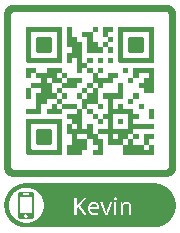
<source format=gbo>
G04*
G04 #@! TF.GenerationSoftware,Altium Limited,Altium Designer,22.1.2 (22)*
G04*
G04 Layer_Color=32896*
%FSLAX25Y25*%
%MOIN*%
G70*
G04*
G04 #@! TF.SameCoordinates,9C9567F8-7803-4A2A-AD9E-191CB7A9E8FD*
G04*
G04*
G04 #@! TF.FilePolarity,Positive*
G04*
G01*
G75*
G36*
X160514Y177299D02*
X160610D01*
Y177287D01*
X160705D01*
Y177275D01*
X160800D01*
Y177263D01*
X160848D01*
Y177251D01*
X160919D01*
Y177239D01*
X160967D01*
Y177227D01*
X161003D01*
Y177215D01*
X161062D01*
Y177203D01*
X161098D01*
Y177191D01*
X161134D01*
Y177180D01*
X161181D01*
Y177168D01*
X161205D01*
Y177156D01*
X161253D01*
Y177144D01*
X161288D01*
Y177132D01*
X161312D01*
Y177120D01*
X161348D01*
Y177108D01*
X161372D01*
Y177096D01*
X161396D01*
Y177084D01*
X161431D01*
Y177072D01*
X161455D01*
Y177060D01*
X161479D01*
Y177049D01*
X161515D01*
Y177037D01*
X161527D01*
Y177025D01*
X161562D01*
Y177013D01*
X161574D01*
Y177001D01*
X161598D01*
Y176989D01*
X161634D01*
Y176977D01*
X161646D01*
Y176965D01*
X161670D01*
Y176953D01*
X161694D01*
Y176941D01*
X161705D01*
Y176929D01*
X161729D01*
Y176918D01*
X161753D01*
Y176906D01*
X161777D01*
Y176894D01*
X161789D01*
Y176882D01*
X161812D01*
Y176870D01*
X161825D01*
Y176858D01*
X161848D01*
Y176846D01*
X161860D01*
Y176834D01*
X161884D01*
Y176822D01*
X161896D01*
Y176810D01*
X161920D01*
Y176798D01*
X161932D01*
Y176786D01*
X161955D01*
Y176775D01*
X161967D01*
Y176763D01*
X161979D01*
Y176751D01*
X162003D01*
Y176739D01*
X162015D01*
Y176727D01*
X162027D01*
Y176715D01*
X162051D01*
Y176703D01*
X162063D01*
Y176691D01*
X162074D01*
Y176679D01*
X162086D01*
Y176667D01*
X162110D01*
Y176655D01*
X162122D01*
Y176644D01*
X162134D01*
Y176632D01*
X162146D01*
Y176620D01*
X162158D01*
Y176608D01*
X162170D01*
Y176596D01*
X162182D01*
Y176584D01*
X162206D01*
Y176572D01*
X162217D01*
Y176560D01*
X162229D01*
Y176548D01*
X162241D01*
Y176536D01*
X162253D01*
Y176524D01*
X162265D01*
Y176513D01*
X162277D01*
Y176501D01*
X162289D01*
Y176489D01*
X162301D01*
Y176477D01*
X162313D01*
Y176465D01*
X162325D01*
Y176453D01*
X162337D01*
Y176441D01*
X162348D01*
Y176429D01*
X162360D01*
Y176417D01*
X162372D01*
Y176405D01*
X162384D01*
Y176393D01*
X162396D01*
Y176382D01*
X162408D01*
Y176358D01*
X162420D01*
Y176346D01*
X162432D01*
Y176334D01*
X162444D01*
Y176322D01*
X162456D01*
Y176310D01*
X162468D01*
Y176298D01*
X162479D01*
Y176274D01*
X162491D01*
Y176262D01*
X162503D01*
Y176251D01*
X162515D01*
Y176239D01*
X162527D01*
Y176215D01*
X162539D01*
Y176203D01*
X162551D01*
Y176191D01*
X162563D01*
Y176167D01*
X162575D01*
Y176155D01*
X162587D01*
Y176143D01*
X162599D01*
Y176120D01*
X162610D01*
Y176108D01*
X162622D01*
Y176096D01*
X162634D01*
Y176072D01*
X162646D01*
Y176060D01*
X162658D01*
Y176036D01*
X162670D01*
Y176012D01*
X162682D01*
Y176000D01*
X162694D01*
Y175977D01*
X162706D01*
Y175965D01*
X162718D01*
Y175941D01*
X162730D01*
Y175917D01*
X162741D01*
Y175905D01*
X162753D01*
Y175881D01*
X162765D01*
Y175858D01*
X162777D01*
Y175846D01*
X162789D01*
Y175810D01*
X162801D01*
Y175786D01*
X162813D01*
Y175774D01*
X162825D01*
Y175739D01*
X162837D01*
Y175727D01*
X162849D01*
Y175703D01*
X162861D01*
Y175667D01*
X162873D01*
Y175643D01*
X162884D01*
Y175619D01*
X162896D01*
Y175596D01*
X162908D01*
Y175572D01*
X162920D01*
Y175524D01*
X162932D01*
Y175500D01*
X162944D01*
Y175477D01*
X162956D01*
Y175441D01*
X162968D01*
Y175405D01*
X162980D01*
Y175369D01*
X162992D01*
Y175334D01*
X163004D01*
Y175298D01*
X163015D01*
Y175250D01*
X163027D01*
Y175215D01*
X163039D01*
Y175167D01*
X163051D01*
Y175107D01*
X163063D01*
Y175072D01*
X163075D01*
Y175000D01*
X163087D01*
Y174929D01*
X163099D01*
Y174869D01*
X163111D01*
Y122539D01*
X163099D01*
Y122480D01*
X163087D01*
Y122408D01*
X163075D01*
Y122337D01*
X163063D01*
Y122301D01*
X163051D01*
Y122242D01*
X163039D01*
Y122194D01*
X163027D01*
Y122170D01*
X163015D01*
Y122111D01*
X163004D01*
Y122087D01*
X162992D01*
Y122051D01*
X162980D01*
Y122003D01*
X162968D01*
Y121980D01*
X162956D01*
Y121944D01*
X162944D01*
Y121908D01*
X162932D01*
Y121884D01*
X162920D01*
Y121849D01*
X162908D01*
Y121825D01*
X162896D01*
Y121801D01*
X162884D01*
Y121765D01*
X162873D01*
Y121753D01*
X162861D01*
Y121718D01*
X162849D01*
Y121694D01*
X162837D01*
Y121682D01*
X162825D01*
Y121646D01*
X162813D01*
Y121634D01*
X162801D01*
Y121610D01*
X162789D01*
Y121587D01*
X162777D01*
Y121563D01*
X162765D01*
Y121539D01*
X162753D01*
Y121515D01*
X162741D01*
Y121503D01*
X162730D01*
Y121479D01*
X162718D01*
Y121468D01*
X162706D01*
Y121444D01*
X162694D01*
Y121420D01*
X162682D01*
Y121408D01*
X162670D01*
Y121384D01*
X162658D01*
Y121372D01*
X162646D01*
Y121349D01*
X162634D01*
Y121337D01*
X162622D01*
Y121325D01*
X162610D01*
Y121301D01*
X162599D01*
Y121289D01*
X162587D01*
Y121265D01*
X162575D01*
Y121253D01*
X162563D01*
Y121241D01*
X162551D01*
Y121229D01*
X162539D01*
Y121205D01*
X162527D01*
Y121194D01*
X162515D01*
Y121182D01*
X162503D01*
Y121158D01*
X162491D01*
Y121146D01*
X162479D01*
Y121134D01*
X162468D01*
Y121122D01*
X162456D01*
Y121110D01*
X162444D01*
Y121086D01*
X162432D01*
Y121074D01*
X162420D01*
Y121063D01*
X162408D01*
Y121051D01*
X162396D01*
Y121039D01*
X162384D01*
Y121027D01*
X162372D01*
Y121015D01*
X162360D01*
Y121003D01*
X162348D01*
Y120991D01*
X162337D01*
Y120979D01*
X162325D01*
Y120967D01*
X162313D01*
Y120955D01*
X162301D01*
Y120943D01*
X162289D01*
Y120932D01*
X162277D01*
Y120920D01*
X162265D01*
Y120908D01*
X162253D01*
Y120896D01*
X162241D01*
Y120884D01*
X162229D01*
Y120872D01*
X162217D01*
Y120860D01*
X162206D01*
Y120848D01*
X162194D01*
Y120836D01*
X162182D01*
Y120824D01*
X162170D01*
Y120812D01*
X162146D01*
Y120801D01*
X162134D01*
Y120789D01*
X162122D01*
Y120777D01*
X162110D01*
Y120765D01*
X162098D01*
Y120753D01*
X162074D01*
Y120741D01*
X162063D01*
Y120729D01*
X162051D01*
Y120717D01*
X162027D01*
Y120705D01*
X162015D01*
Y120693D01*
X162003D01*
Y120682D01*
X161979D01*
Y120670D01*
X161967D01*
Y120658D01*
X161955D01*
Y120646D01*
X161932D01*
Y120634D01*
X161920D01*
Y120622D01*
X161896D01*
Y120610D01*
X161884D01*
Y120598D01*
X161872D01*
Y120586D01*
X161848D01*
Y120574D01*
X161825D01*
Y120562D01*
X161812D01*
Y120551D01*
X161789D01*
Y120539D01*
X161777D01*
Y120527D01*
X161753D01*
Y120515D01*
X161729D01*
Y120503D01*
X161717D01*
Y120491D01*
X161694D01*
Y120479D01*
X161670D01*
Y120467D01*
X161646D01*
Y120455D01*
X161622D01*
Y120443D01*
X161598D01*
Y120431D01*
X161574D01*
Y120420D01*
X161550D01*
Y120408D01*
X161527D01*
Y120396D01*
X161503D01*
Y120384D01*
X161479D01*
Y120372D01*
X161455D01*
Y120360D01*
X161419D01*
Y120348D01*
X161396D01*
Y120336D01*
X161360D01*
Y120324D01*
X161336D01*
Y120312D01*
X161312D01*
Y120300D01*
X161265D01*
Y120289D01*
X161241D01*
Y120277D01*
X161205D01*
Y120265D01*
X161158D01*
Y120253D01*
X161134D01*
Y120241D01*
X161086D01*
Y120229D01*
X161038D01*
Y120217D01*
X161003D01*
Y120205D01*
X160943D01*
Y120193D01*
X160896D01*
Y120181D01*
X160836D01*
Y120169D01*
X160753D01*
Y120158D01*
X160681D01*
Y120146D01*
X160562D01*
Y120134D01*
X108518D01*
Y120146D01*
X108387D01*
Y120158D01*
X108316D01*
Y120169D01*
X108244D01*
Y120181D01*
X108185D01*
Y120193D01*
X108137D01*
Y120205D01*
X108078D01*
Y120217D01*
X108042D01*
Y120229D01*
X107994D01*
Y120241D01*
X107947D01*
Y120253D01*
X107911D01*
Y120265D01*
X107875D01*
Y120277D01*
X107839D01*
Y120289D01*
X107804D01*
Y120300D01*
X107768D01*
Y120312D01*
X107744D01*
Y120324D01*
X107708D01*
Y120336D01*
X107673D01*
Y120348D01*
X107649D01*
Y120360D01*
X107625D01*
Y120372D01*
X107601D01*
Y120384D01*
X107577D01*
Y120396D01*
X107542D01*
Y120408D01*
X107530D01*
Y120420D01*
X107506D01*
Y120431D01*
X107470D01*
Y120443D01*
X107458D01*
Y120455D01*
X107422D01*
Y120467D01*
X107411D01*
Y120479D01*
X107387D01*
Y120491D01*
X107363D01*
Y120503D01*
X107351D01*
Y120515D01*
X107327D01*
Y120527D01*
X107303D01*
Y120539D01*
X107291D01*
Y120551D01*
X107268D01*
Y120562D01*
X107244D01*
Y120574D01*
X107232D01*
Y120586D01*
X107208D01*
Y120598D01*
X107196D01*
Y120610D01*
X107172D01*
Y120622D01*
X107160D01*
Y120634D01*
X107149D01*
Y120646D01*
X107125D01*
Y120658D01*
X107113D01*
Y120670D01*
X107089D01*
Y120682D01*
X107077D01*
Y120693D01*
X107065D01*
Y120705D01*
X107041D01*
Y120717D01*
X107029D01*
Y120729D01*
X107018D01*
Y120741D01*
X106994D01*
Y120753D01*
X106982D01*
Y120765D01*
X106970D01*
Y120777D01*
X106958D01*
Y120789D01*
X106946D01*
Y120801D01*
X106922D01*
Y120812D01*
X106910D01*
Y120824D01*
X106898D01*
Y120836D01*
X106887D01*
Y120848D01*
X106875D01*
Y120860D01*
X106863D01*
Y120872D01*
X106851D01*
Y120884D01*
X106839D01*
Y120896D01*
X106827D01*
Y120908D01*
X106803D01*
Y120932D01*
X106779D01*
Y120943D01*
X106767D01*
Y120955D01*
X106756D01*
Y120967D01*
X106744D01*
Y120991D01*
X106732D01*
Y121003D01*
X106720D01*
Y121015D01*
X106708D01*
Y121027D01*
X106696D01*
Y121039D01*
X106684D01*
Y121051D01*
X106672D01*
Y121063D01*
X106660D01*
Y121074D01*
X106648D01*
Y121086D01*
X106637D01*
Y121098D01*
X106625D01*
Y121110D01*
X106613D01*
Y121134D01*
X106601D01*
Y121146D01*
X106589D01*
Y121158D01*
X106577D01*
Y121170D01*
X106565D01*
Y121182D01*
X106553D01*
Y121205D01*
X106541D01*
Y121218D01*
X106529D01*
Y121229D01*
X106517D01*
Y121253D01*
X106506D01*
Y121265D01*
X106494D01*
Y121277D01*
X106482D01*
Y121301D01*
X106470D01*
Y121313D01*
X106458D01*
Y121337D01*
X106446D01*
Y121349D01*
X106434D01*
Y121360D01*
X106422D01*
Y121384D01*
X106410D01*
Y121396D01*
X106398D01*
Y121420D01*
X106386D01*
Y121444D01*
X106375D01*
Y121456D01*
X106363D01*
Y121479D01*
X106351D01*
Y121491D01*
X106339D01*
Y121515D01*
X106327D01*
Y121539D01*
X106315D01*
Y121563D01*
X106303D01*
Y121575D01*
X106291D01*
Y121599D01*
X106279D01*
Y121622D01*
X106267D01*
Y121646D01*
X106255D01*
Y121670D01*
X106244D01*
Y121694D01*
X106232D01*
Y121718D01*
X106220D01*
Y121741D01*
X106208D01*
Y121765D01*
X106196D01*
Y121801D01*
X106184D01*
Y121813D01*
X106172D01*
Y121849D01*
X106160D01*
Y121884D01*
X106148D01*
Y121908D01*
X106136D01*
Y121944D01*
X106124D01*
Y121968D01*
X106113D01*
Y122003D01*
X106101D01*
Y122039D01*
X106089D01*
Y122063D01*
X106077D01*
Y122111D01*
X106065D01*
Y122158D01*
X106053D01*
Y122182D01*
X106041D01*
Y122242D01*
X106029D01*
Y122277D01*
X106017D01*
Y122337D01*
X106005D01*
Y122397D01*
X105993D01*
Y122444D01*
X105982D01*
Y122528D01*
X105970D01*
Y122635D01*
X105958D01*
Y122730D01*
X105946D01*
Y156957D01*
Y156969D01*
Y174714D01*
X105958D01*
Y174810D01*
X105970D01*
Y174917D01*
X105982D01*
Y175000D01*
X105993D01*
Y175048D01*
X106005D01*
Y175107D01*
X106017D01*
Y175167D01*
X106029D01*
Y175215D01*
X106041D01*
Y175262D01*
X106053D01*
Y175298D01*
X106065D01*
Y175334D01*
X106077D01*
Y175381D01*
X106089D01*
Y175405D01*
X106101D01*
Y175453D01*
X106113D01*
Y175477D01*
X106124D01*
Y175512D01*
X106136D01*
Y175548D01*
X106148D01*
Y175572D01*
X106160D01*
Y175596D01*
X106172D01*
Y175631D01*
X106184D01*
Y175655D01*
X106196D01*
Y175679D01*
X106208D01*
Y175715D01*
X106220D01*
Y175727D01*
X106232D01*
Y175762D01*
X106244D01*
Y175774D01*
X106255D01*
Y175798D01*
X106267D01*
Y175834D01*
X106279D01*
Y175846D01*
X106291D01*
Y175870D01*
X106303D01*
Y175893D01*
X106315D01*
Y175905D01*
X106327D01*
Y175929D01*
X106339D01*
Y175953D01*
X106351D01*
Y175977D01*
X106363D01*
Y175989D01*
X106375D01*
Y176012D01*
X106386D01*
Y176024D01*
X106398D01*
Y176048D01*
X106410D01*
Y176060D01*
X106422D01*
Y176084D01*
X106434D01*
Y176096D01*
X106446D01*
Y176120D01*
X106458D01*
Y176131D01*
X106470D01*
Y176143D01*
X106482D01*
Y176167D01*
X106494D01*
Y176179D01*
X106506D01*
Y176203D01*
X106517D01*
Y176215D01*
X106529D01*
Y176227D01*
X106541D01*
Y176239D01*
X106553D01*
Y176262D01*
X106565D01*
Y176274D01*
X106577D01*
Y176286D01*
X106589D01*
Y176298D01*
X106601D01*
Y176322D01*
X106613D01*
Y176334D01*
X106625D01*
Y176346D01*
X106637D01*
Y176358D01*
X106648D01*
Y176370D01*
X106660D01*
Y176382D01*
X106672D01*
Y176393D01*
X106684D01*
Y176417D01*
X106708D01*
Y176441D01*
X106720D01*
Y176453D01*
X106732D01*
Y176465D01*
X106744D01*
Y176477D01*
X106756D01*
Y176489D01*
X106767D01*
Y176501D01*
X106779D01*
Y176513D01*
X106791D01*
Y176524D01*
X106803D01*
Y176536D01*
X106815D01*
Y176548D01*
X106827D01*
Y176560D01*
X106839D01*
Y176572D01*
X106863D01*
Y176584D01*
X106875D01*
Y176596D01*
X106887D01*
Y176608D01*
X106898D01*
Y176620D01*
X106910D01*
Y176632D01*
X106922D01*
Y176644D01*
X106934D01*
Y176655D01*
X106946D01*
Y176667D01*
X106970D01*
Y176679D01*
X106982D01*
Y176691D01*
X106994D01*
Y176703D01*
X107018D01*
Y176715D01*
X107029D01*
Y176727D01*
X107041D01*
Y176739D01*
X107053D01*
Y176751D01*
X107077D01*
Y176763D01*
X107089D01*
Y176775D01*
X107113D01*
Y176786D01*
X107125D01*
Y176798D01*
X107137D01*
Y176810D01*
X107160D01*
Y176822D01*
X107172D01*
Y176834D01*
X107196D01*
Y176846D01*
X107208D01*
Y176858D01*
X107232D01*
Y176870D01*
X107244D01*
Y176882D01*
X107268D01*
Y176894D01*
X107280D01*
Y176906D01*
X107303D01*
Y176918D01*
X107327D01*
Y176929D01*
X107351D01*
Y176941D01*
X107363D01*
Y176953D01*
X107387D01*
Y176965D01*
X107411D01*
Y176977D01*
X107422D01*
Y176989D01*
X107458D01*
Y177001D01*
X107482D01*
Y177013D01*
X107494D01*
Y177025D01*
X107530D01*
Y177037D01*
X107542D01*
Y177049D01*
X107577D01*
Y177060D01*
X107613D01*
Y177072D01*
X107625D01*
Y177084D01*
X107661D01*
Y177096D01*
X107685D01*
Y177108D01*
X107708D01*
Y177120D01*
X107756D01*
Y177132D01*
X107780D01*
Y177144D01*
X107804D01*
Y177156D01*
X107851D01*
Y177168D01*
X107875D01*
Y177180D01*
X107923D01*
Y177191D01*
X107958D01*
Y177203D01*
X107994D01*
Y177215D01*
X108042D01*
Y177227D01*
X108089D01*
Y177239D01*
X108149D01*
Y177251D01*
X108209D01*
Y177263D01*
X108268D01*
Y177275D01*
X108340D01*
Y177287D01*
X108447D01*
Y177299D01*
X108542D01*
Y177311D01*
X160514D01*
Y177299D01*
D02*
G37*
G36*
X155905Y117930D02*
X156156D01*
Y117919D01*
X156358D01*
Y117907D01*
X156489D01*
Y117895D01*
X156584D01*
Y117883D01*
X156703D01*
Y117871D01*
X156775D01*
Y117859D01*
X156870D01*
Y117847D01*
X156954D01*
Y117835D01*
X157001D01*
Y117823D01*
X157085D01*
Y117811D01*
X157144D01*
Y117799D01*
X157204D01*
Y117788D01*
X157263D01*
Y117776D01*
X157311D01*
Y117764D01*
X157370D01*
Y117752D01*
X157430D01*
Y117740D01*
X157466D01*
Y117728D01*
X157525D01*
Y117716D01*
X157573D01*
Y117704D01*
X157608D01*
Y117692D01*
X157668D01*
Y117680D01*
X157704D01*
Y117668D01*
X157751D01*
Y117657D01*
X157799D01*
Y117645D01*
X157823D01*
Y117633D01*
X157870D01*
Y117621D01*
X157906D01*
Y117609D01*
X157942D01*
Y117597D01*
X157990D01*
Y117585D01*
X158025D01*
Y117573D01*
X158061D01*
Y117561D01*
X158097D01*
Y117549D01*
X158121D01*
Y117537D01*
X158168D01*
Y117525D01*
X158204D01*
Y117514D01*
X158228D01*
Y117502D01*
X158264D01*
Y117490D01*
X158287D01*
Y117478D01*
X158335D01*
Y117466D01*
X158359D01*
Y117454D01*
X158383D01*
Y117442D01*
X158430D01*
Y117430D01*
X158454D01*
Y117418D01*
X158478D01*
Y117406D01*
X158514D01*
Y117395D01*
X158537D01*
Y117383D01*
X158573D01*
Y117371D01*
X158597D01*
Y117359D01*
X158621D01*
Y117347D01*
X158657D01*
Y117335D01*
X158680D01*
Y117323D01*
X158704D01*
Y117311D01*
X158740D01*
Y117299D01*
X158764D01*
Y117287D01*
X158788D01*
Y117276D01*
X158823D01*
Y117264D01*
X158835D01*
Y117252D01*
X158871D01*
Y117240D01*
X158895D01*
Y117228D01*
X158919D01*
Y117216D01*
X158942D01*
Y117204D01*
X158966D01*
Y117192D01*
X158990D01*
Y117180D01*
X159014D01*
Y117168D01*
X159038D01*
Y117156D01*
X159062D01*
Y117145D01*
X159085D01*
Y117132D01*
X159109D01*
Y117121D01*
X159133D01*
Y117109D01*
X159157D01*
Y117097D01*
X159181D01*
Y117085D01*
X159204D01*
Y117073D01*
X159216D01*
Y117061D01*
X159240D01*
Y117049D01*
X159264D01*
Y117037D01*
X159288D01*
Y117025D01*
X159312D01*
Y117013D01*
X159324D01*
Y117001D01*
X159347D01*
Y116990D01*
X159371D01*
Y116978D01*
X159395D01*
Y116966D01*
X159419D01*
Y116954D01*
X159431D01*
Y116942D01*
X159455D01*
Y116930D01*
X159478D01*
Y116918D01*
X159490D01*
Y116906D01*
X159514D01*
Y116894D01*
X159538D01*
Y116882D01*
X159550D01*
Y116870D01*
X159574D01*
Y116859D01*
X159597D01*
Y116847D01*
X159609D01*
Y116835D01*
X159633D01*
Y116823D01*
X159645D01*
Y116811D01*
X159669D01*
Y116799D01*
X159693D01*
Y116787D01*
X159705D01*
Y116775D01*
X159728D01*
Y116763D01*
X159740D01*
Y116751D01*
X159764D01*
Y116739D01*
X159788D01*
Y116728D01*
X159800D01*
Y116716D01*
X159812D01*
Y116704D01*
X159836D01*
Y116692D01*
X159847D01*
Y116680D01*
X159871D01*
Y116668D01*
X159883D01*
Y116656D01*
X159907D01*
Y116644D01*
X159919D01*
Y116632D01*
X159943D01*
Y116620D01*
X159955D01*
Y116609D01*
X159978D01*
Y116597D01*
X159990D01*
Y116585D01*
X160002D01*
Y116573D01*
X160026D01*
Y116561D01*
X160038D01*
Y116549D01*
X160062D01*
Y116537D01*
X160074D01*
Y116525D01*
X160086D01*
Y116513D01*
X160109D01*
Y116501D01*
X160121D01*
Y116489D01*
X160133D01*
Y116478D01*
X160157D01*
Y116466D01*
X160169D01*
Y116454D01*
X160181D01*
Y116442D01*
X160205D01*
Y116430D01*
X160217D01*
Y116418D01*
X160229D01*
Y116406D01*
X160240D01*
Y116394D01*
X160264D01*
Y116382D01*
X160276D01*
Y116370D01*
X160288D01*
Y116358D01*
X160312D01*
Y116347D01*
X160324D01*
Y116335D01*
X160336D01*
Y116323D01*
X160348D01*
Y116311D01*
X160371D01*
Y116299D01*
X160383D01*
Y116287D01*
X160395D01*
Y116275D01*
X160407D01*
Y116263D01*
X160431D01*
Y116251D01*
X160443D01*
Y116239D01*
X160455D01*
Y116227D01*
X160467D01*
Y116216D01*
X160479D01*
Y116204D01*
X160503D01*
Y116192D01*
X160514D01*
Y116180D01*
X160526D01*
Y116168D01*
X160538D01*
Y116156D01*
X160550D01*
Y116144D01*
X160562D01*
Y116132D01*
X160586D01*
Y116120D01*
X160598D01*
Y116108D01*
X160610D01*
Y116096D01*
X160622D01*
Y116085D01*
X160634D01*
Y116073D01*
X160645D01*
Y116061D01*
X160657D01*
Y116049D01*
X160669D01*
Y116037D01*
X160681D01*
Y116025D01*
X160693D01*
Y116013D01*
X160717D01*
Y116001D01*
X160729D01*
Y115989D01*
X160741D01*
Y115977D01*
X160753D01*
Y115965D01*
X160765D01*
Y115954D01*
X160776D01*
Y115942D01*
X160788D01*
Y115930D01*
X160800D01*
Y115918D01*
X160812D01*
Y115906D01*
X160824D01*
Y115894D01*
X160836D01*
Y115882D01*
X160848D01*
Y115870D01*
X160860D01*
Y115858D01*
X160872D01*
Y115846D01*
X160884D01*
Y115834D01*
X160896D01*
Y115823D01*
X160919D01*
Y115799D01*
X160931D01*
Y115787D01*
X160955D01*
Y115763D01*
X160979D01*
Y115739D01*
X160991D01*
Y115727D01*
X161003D01*
Y115715D01*
X161015D01*
Y115703D01*
X161027D01*
Y115691D01*
X161038D01*
Y115680D01*
X161050D01*
Y115668D01*
X161062D01*
Y115656D01*
X161074D01*
Y115644D01*
X161086D01*
Y115632D01*
X161098D01*
Y115620D01*
X161110D01*
Y115608D01*
X161122D01*
Y115596D01*
X161134D01*
Y115584D01*
X161146D01*
Y115572D01*
X161158D01*
Y115560D01*
X161169D01*
Y115537D01*
X161181D01*
Y115525D01*
X161193D01*
Y115513D01*
X161205D01*
Y115501D01*
X161217D01*
Y115489D01*
X161229D01*
Y115477D01*
X161241D01*
Y115465D01*
X161253D01*
Y115453D01*
X161265D01*
Y115441D01*
X161277D01*
Y115418D01*
X161288D01*
Y115406D01*
X161300D01*
Y115394D01*
X161312D01*
Y115382D01*
X161324D01*
Y115370D01*
X161336D01*
Y115358D01*
X161348D01*
Y115346D01*
X161360D01*
Y115322D01*
X161372D01*
Y115310D01*
X161384D01*
Y115298D01*
X161396D01*
Y115287D01*
X161408D01*
Y115263D01*
X161419D01*
Y115251D01*
X161431D01*
Y115239D01*
X161443D01*
Y115227D01*
X161455D01*
Y115215D01*
X161467D01*
Y115191D01*
X161479D01*
Y115179D01*
X161491D01*
Y115167D01*
X161503D01*
Y115156D01*
X161515D01*
Y115132D01*
X161527D01*
Y115120D01*
X161539D01*
Y115108D01*
X161550D01*
Y115084D01*
X161562D01*
Y115072D01*
X161574D01*
Y115060D01*
X161586D01*
Y115048D01*
X161598D01*
Y115025D01*
X161610D01*
Y115013D01*
X161622D01*
Y114989D01*
X161634D01*
Y114977D01*
X161646D01*
Y114965D01*
X161658D01*
Y114953D01*
X161670D01*
Y114929D01*
X161681D01*
Y114917D01*
X161694D01*
Y114894D01*
X161705D01*
Y114882D01*
X161717D01*
Y114870D01*
X161729D01*
Y114846D01*
X161741D01*
Y114834D01*
X161753D01*
Y114810D01*
X161765D01*
Y114798D01*
X161777D01*
Y114775D01*
X161789D01*
Y114763D01*
X161801D01*
Y114751D01*
X161812D01*
Y114727D01*
X161825D01*
Y114715D01*
X161836D01*
Y114691D01*
X161848D01*
Y114679D01*
X161860D01*
Y114655D01*
X161872D01*
Y114644D01*
X161884D01*
Y114620D01*
X161896D01*
Y114608D01*
X161908D01*
Y114584D01*
X161920D01*
Y114572D01*
X161932D01*
Y114548D01*
X161943D01*
Y114524D01*
X161955D01*
Y114513D01*
X161967D01*
Y114489D01*
X161979D01*
Y114477D01*
X161991D01*
Y114453D01*
X162003D01*
Y114429D01*
X162015D01*
Y114417D01*
X162027D01*
Y114393D01*
X162039D01*
Y114382D01*
X162051D01*
Y114358D01*
X162063D01*
Y114334D01*
X162074D01*
Y114322D01*
X162086D01*
Y114298D01*
X162098D01*
Y114274D01*
X162110D01*
Y114262D01*
X162122D01*
Y114239D01*
X162134D01*
Y114215D01*
X162146D01*
Y114191D01*
X162158D01*
Y114167D01*
X162170D01*
Y114155D01*
X162182D01*
Y114131D01*
X162194D01*
Y114108D01*
X162206D01*
Y114084D01*
X162217D01*
Y114060D01*
X162229D01*
Y114036D01*
X162241D01*
Y114024D01*
X162253D01*
Y113988D01*
X162265D01*
Y113977D01*
X162277D01*
Y113953D01*
X162289D01*
Y113917D01*
X162301D01*
Y113905D01*
X162313D01*
Y113881D01*
X162325D01*
Y113857D01*
X162337D01*
Y113834D01*
X162348D01*
Y113798D01*
X162360D01*
Y113786D01*
X162372D01*
Y113762D01*
X162384D01*
Y113726D01*
X162396D01*
Y113715D01*
X162408D01*
Y113679D01*
X162420D01*
Y113655D01*
X162432D01*
Y113631D01*
X162444D01*
Y113595D01*
X162456D01*
Y113584D01*
X162468D01*
Y113548D01*
X162479D01*
Y113512D01*
X162491D01*
Y113500D01*
X162503D01*
Y113464D01*
X162515D01*
Y113441D01*
X162527D01*
Y113417D01*
X162539D01*
Y113381D01*
X162551D01*
Y113357D01*
X162563D01*
Y113322D01*
X162575D01*
Y113286D01*
X162587D01*
Y113262D01*
X162599D01*
Y113226D01*
X162610D01*
Y113191D01*
X162622D01*
Y113167D01*
X162634D01*
Y113131D01*
X162646D01*
Y113107D01*
X162658D01*
Y113072D01*
X162670D01*
Y113036D01*
X162682D01*
Y113000D01*
X162694D01*
Y112964D01*
X162706D01*
Y112928D01*
X162718D01*
Y112905D01*
X162730D01*
Y112857D01*
X162741D01*
Y112821D01*
X162753D01*
Y112786D01*
X162765D01*
Y112738D01*
X162777D01*
Y112714D01*
X162789D01*
Y112666D01*
X162801D01*
Y112619D01*
X162813D01*
Y112583D01*
X162825D01*
Y112536D01*
X162837D01*
Y112500D01*
X162849D01*
Y112452D01*
X162861D01*
Y112393D01*
X162873D01*
Y112357D01*
X162884D01*
Y112297D01*
X162896D01*
Y112250D01*
X162908D01*
Y112214D01*
X162920D01*
Y112143D01*
X162932D01*
Y112095D01*
X162944D01*
Y112035D01*
X162956D01*
Y111964D01*
X162968D01*
Y111916D01*
X162980D01*
Y111833D01*
X162992D01*
Y111761D01*
X163004D01*
Y111702D01*
X163015D01*
Y111595D01*
X163027D01*
Y111523D01*
X163039D01*
Y111416D01*
X163051D01*
Y111285D01*
X163063D01*
Y111178D01*
X163075D01*
Y110963D01*
X163087D01*
Y110201D01*
X163075D01*
Y109987D01*
X163063D01*
Y109880D01*
X163051D01*
Y109749D01*
X163039D01*
Y109642D01*
X163027D01*
Y109570D01*
X163015D01*
Y109463D01*
X163004D01*
Y109403D01*
X162992D01*
Y109332D01*
X162980D01*
Y109249D01*
X162968D01*
Y109201D01*
X162956D01*
Y109130D01*
X162944D01*
Y109070D01*
X162932D01*
Y109022D01*
X162920D01*
Y108951D01*
X162908D01*
Y108903D01*
X162896D01*
Y108855D01*
X162884D01*
Y108796D01*
X162873D01*
Y108760D01*
X162861D01*
Y108713D01*
X162849D01*
Y108665D01*
X162837D01*
Y108629D01*
X162825D01*
Y108582D01*
X162813D01*
Y108534D01*
X162801D01*
Y108498D01*
X162789D01*
Y108451D01*
X162777D01*
Y108427D01*
X162765D01*
Y108379D01*
X162753D01*
Y108343D01*
X162741D01*
Y108308D01*
X162730D01*
Y108260D01*
X162718D01*
Y108236D01*
X162706D01*
Y108201D01*
X162694D01*
Y108153D01*
X162682D01*
Y108129D01*
X162670D01*
Y108093D01*
X162658D01*
Y108058D01*
X162646D01*
Y108034D01*
X162634D01*
Y107986D01*
X162622D01*
Y107962D01*
X162610D01*
Y107939D01*
X162599D01*
Y107903D01*
X162587D01*
Y107879D01*
X162575D01*
Y107843D01*
X162563D01*
Y107808D01*
X162551D01*
Y107784D01*
X162539D01*
Y107748D01*
X162527D01*
Y107724D01*
X162515D01*
Y107700D01*
X162503D01*
Y107665D01*
X162491D01*
Y107641D01*
X162479D01*
Y107617D01*
X162468D01*
Y107581D01*
X162456D01*
Y107557D01*
X162444D01*
Y107534D01*
X162432D01*
Y107510D01*
X162420D01*
Y107486D01*
X162408D01*
Y107450D01*
X162396D01*
Y107438D01*
X162384D01*
Y107403D01*
X162372D01*
Y107379D01*
X162360D01*
Y107355D01*
X162348D01*
Y107331D01*
X162337D01*
Y107307D01*
X162325D01*
Y107283D01*
X162313D01*
Y107260D01*
X162301D01*
Y107236D01*
X162289D01*
Y107212D01*
X162277D01*
Y107188D01*
X162265D01*
Y107164D01*
X162253D01*
Y107141D01*
X162241D01*
Y107129D01*
X162229D01*
Y107105D01*
X162217D01*
Y107069D01*
X162206D01*
Y107057D01*
X162194D01*
Y107033D01*
X162182D01*
Y107010D01*
X162170D01*
Y106998D01*
X162158D01*
Y106962D01*
X162146D01*
Y106950D01*
X162134D01*
Y106926D01*
X162122D01*
Y106902D01*
X162110D01*
Y106890D01*
X162098D01*
Y106867D01*
X162086D01*
Y106843D01*
X162074D01*
Y106831D01*
X162063D01*
Y106807D01*
X162051D01*
Y106783D01*
X162039D01*
Y106771D01*
X162027D01*
Y106748D01*
X162015D01*
Y106724D01*
X162003D01*
Y106712D01*
X161991D01*
Y106688D01*
X161979D01*
Y106676D01*
X161967D01*
Y106652D01*
X161955D01*
Y106629D01*
X161943D01*
Y106617D01*
X161932D01*
Y106593D01*
X161920D01*
Y106581D01*
X161908D01*
Y106557D01*
X161896D01*
Y106533D01*
X161884D01*
Y106521D01*
X161872D01*
Y106498D01*
X161860D01*
Y106486D01*
X161848D01*
Y106462D01*
X161836D01*
Y106450D01*
X161825D01*
Y106438D01*
X161812D01*
Y106414D01*
X161801D01*
Y106390D01*
X161789D01*
Y106378D01*
X161777D01*
Y106367D01*
X161765D01*
Y106343D01*
X161753D01*
Y106331D01*
X161741D01*
Y106307D01*
X161729D01*
Y106295D01*
X161717D01*
Y106283D01*
X161705D01*
Y106259D01*
X161694D01*
Y106247D01*
X161681D01*
Y106224D01*
X161670D01*
Y106212D01*
X161658D01*
Y106200D01*
X161646D01*
Y106176D01*
X161634D01*
Y106164D01*
X161622D01*
Y106152D01*
X161610D01*
Y106128D01*
X161598D01*
Y106116D01*
X161586D01*
Y106105D01*
X161574D01*
Y106081D01*
X161562D01*
Y106069D01*
X161550D01*
Y106057D01*
X161539D01*
Y106045D01*
X161527D01*
Y106021D01*
X161515D01*
Y106009D01*
X161503D01*
Y105997D01*
X161491D01*
Y105973D01*
X161479D01*
Y105962D01*
X161467D01*
Y105950D01*
X161455D01*
Y105938D01*
X161443D01*
Y105926D01*
X161431D01*
Y105902D01*
X161419D01*
Y105890D01*
X161408D01*
Y105878D01*
X161396D01*
Y105866D01*
X161384D01*
Y105854D01*
X161372D01*
Y105831D01*
X161360D01*
Y105819D01*
X161348D01*
Y105807D01*
X161336D01*
Y105795D01*
X161324D01*
Y105771D01*
X161312D01*
Y105759D01*
X161300D01*
Y105747D01*
X161288D01*
Y105735D01*
X161277D01*
Y105723D01*
X161265D01*
Y105711D01*
X161253D01*
Y105700D01*
X161241D01*
Y105688D01*
X161229D01*
Y105664D01*
X161217D01*
Y105652D01*
X161205D01*
Y105640D01*
X161193D01*
Y105628D01*
X161181D01*
Y105616D01*
X161169D01*
Y105604D01*
X161158D01*
Y105592D01*
X161146D01*
Y105580D01*
X161134D01*
Y105569D01*
X161122D01*
Y105557D01*
X161110D01*
Y105533D01*
X161098D01*
Y105521D01*
X161086D01*
Y105509D01*
X161074D01*
Y105497D01*
X161062D01*
Y105485D01*
X161050D01*
Y105473D01*
X161038D01*
Y105461D01*
X161027D01*
Y105449D01*
X161015D01*
Y105438D01*
X161003D01*
Y105426D01*
X160991D01*
Y105414D01*
X160979D01*
Y105402D01*
X160967D01*
Y105390D01*
X160955D01*
Y105378D01*
X160943D01*
Y105366D01*
X160931D01*
Y105354D01*
X160919D01*
Y105342D01*
X160907D01*
Y105330D01*
X160896D01*
Y105318D01*
X160884D01*
Y105307D01*
X160872D01*
Y105295D01*
X160860D01*
Y105283D01*
X160848D01*
Y105271D01*
X160836D01*
Y105259D01*
X160824D01*
Y105247D01*
X160812D01*
Y105235D01*
X160800D01*
Y105223D01*
X160788D01*
Y105211D01*
X160765D01*
Y105187D01*
X160741D01*
Y105175D01*
X160729D01*
Y105164D01*
X160717D01*
Y105152D01*
X160705D01*
Y105140D01*
X160693D01*
Y105128D01*
X160681D01*
Y105116D01*
X160669D01*
Y105104D01*
X160657D01*
Y105092D01*
X160645D01*
Y105080D01*
X160634D01*
Y105068D01*
X160610D01*
Y105057D01*
X160598D01*
Y105045D01*
X160586D01*
Y105033D01*
X160574D01*
Y105021D01*
X160562D01*
Y105009D01*
X160550D01*
Y104997D01*
X160538D01*
Y104985D01*
X160514D01*
Y104973D01*
X160503D01*
Y104961D01*
X160491D01*
Y104949D01*
X160479D01*
Y104937D01*
X160467D01*
Y104926D01*
X160443D01*
Y104914D01*
X160431D01*
Y104902D01*
X160419D01*
Y104890D01*
X160407D01*
Y104878D01*
X160395D01*
Y104866D01*
X160371D01*
Y104854D01*
X160360D01*
Y104842D01*
X160348D01*
Y104830D01*
X160336D01*
Y104818D01*
X160324D01*
Y104806D01*
X160300D01*
Y104795D01*
X160288D01*
Y104782D01*
X160276D01*
Y104771D01*
X160252D01*
Y104759D01*
X160240D01*
Y104747D01*
X160229D01*
Y104735D01*
X160217D01*
Y104723D01*
X160193D01*
Y104711D01*
X160181D01*
Y104699D01*
X160169D01*
Y104687D01*
X160157D01*
Y104675D01*
X160133D01*
Y104663D01*
X160121D01*
Y104651D01*
X160098D01*
Y104640D01*
X160086D01*
Y104628D01*
X160074D01*
Y104616D01*
X160050D01*
Y104604D01*
X160038D01*
Y104592D01*
X160026D01*
Y104580D01*
X160002D01*
Y104568D01*
X159990D01*
Y104556D01*
X159967D01*
Y104544D01*
X159955D01*
Y104532D01*
X159943D01*
Y104520D01*
X159919D01*
Y104509D01*
X159895D01*
Y104497D01*
X159883D01*
Y104485D01*
X159871D01*
Y104473D01*
X159847D01*
Y104461D01*
X159836D01*
Y104449D01*
X159812D01*
Y104437D01*
X159800D01*
Y104425D01*
X159776D01*
Y104413D01*
X159764D01*
Y104401D01*
X159740D01*
Y104390D01*
X159716D01*
Y104378D01*
X159705D01*
Y104366D01*
X159693D01*
Y104354D01*
X159669D01*
Y104342D01*
X159645D01*
Y104330D01*
X159633D01*
Y104318D01*
X159609D01*
Y104306D01*
X159597D01*
Y104294D01*
X159574D01*
Y104282D01*
X159550D01*
Y104270D01*
X159538D01*
Y104259D01*
X159514D01*
Y104247D01*
X159490D01*
Y104235D01*
X159478D01*
Y104223D01*
X159455D01*
Y104211D01*
X159431D01*
Y104199D01*
X159407D01*
Y104187D01*
X159395D01*
Y104175D01*
X159371D01*
Y104163D01*
X159347D01*
Y104151D01*
X159335D01*
Y104139D01*
X159312D01*
Y104128D01*
X159288D01*
Y104116D01*
X159264D01*
Y104104D01*
X159240D01*
Y104092D01*
X159216D01*
Y104080D01*
X159204D01*
Y104068D01*
X159169D01*
Y104056D01*
X159157D01*
Y104044D01*
X159133D01*
Y104032D01*
X159109D01*
Y104020D01*
X159085D01*
Y104008D01*
X159062D01*
Y103997D01*
X159038D01*
Y103985D01*
X159014D01*
Y103973D01*
X158990D01*
Y103961D01*
X158966D01*
Y103949D01*
X158942D01*
Y103937D01*
X158919D01*
Y103925D01*
X158895D01*
Y103913D01*
X158871D01*
Y103901D01*
X158847D01*
Y103889D01*
X158823D01*
Y103877D01*
X158788D01*
Y103866D01*
X158764D01*
Y103854D01*
X158740D01*
Y103842D01*
X158704D01*
Y103830D01*
X158692D01*
Y103818D01*
X158657D01*
Y103806D01*
X158633D01*
Y103794D01*
X158609D01*
Y103782D01*
X158573D01*
Y103770D01*
X158549D01*
Y103758D01*
X158514D01*
Y103746D01*
X158478D01*
Y103735D01*
X158466D01*
Y103723D01*
X158430D01*
Y103711D01*
X158395D01*
Y103699D01*
X158371D01*
Y103687D01*
X158335D01*
Y103675D01*
X158311D01*
Y103663D01*
X158275D01*
Y103651D01*
X158240D01*
Y103639D01*
X158216D01*
Y103627D01*
X158168D01*
Y103615D01*
X158133D01*
Y103603D01*
X158109D01*
Y103592D01*
X158061D01*
Y103580D01*
X158037D01*
Y103568D01*
X158001D01*
Y103556D01*
X157954D01*
Y103544D01*
X157930D01*
Y103532D01*
X157882D01*
Y103520D01*
X157847D01*
Y103508D01*
X157811D01*
Y103496D01*
X157763D01*
Y103484D01*
X157728D01*
Y103472D01*
X157680D01*
Y103461D01*
X157632D01*
Y103449D01*
X157597D01*
Y103437D01*
X157537D01*
Y103425D01*
X157489D01*
Y103413D01*
X157454D01*
Y103401D01*
X157394D01*
Y103389D01*
X157346D01*
Y103377D01*
X157287D01*
Y103365D01*
X157227D01*
Y103353D01*
X157180D01*
Y103341D01*
X157108D01*
Y103330D01*
X157049D01*
Y103318D01*
X156989D01*
Y103306D01*
X156906D01*
Y103294D01*
X156834D01*
Y103282D01*
X156751D01*
Y103270D01*
X156644D01*
Y103258D01*
X156572D01*
Y103246D01*
X156441D01*
Y103234D01*
X156298D01*
Y103222D01*
X156167D01*
Y103210D01*
X112865D01*
Y103222D01*
X112734D01*
Y103234D01*
X112591D01*
Y103246D01*
X112460D01*
Y103258D01*
X112389D01*
Y103270D01*
X112294D01*
Y103282D01*
X112198D01*
Y103294D01*
X112139D01*
Y103306D01*
X112043D01*
Y103318D01*
X111996D01*
Y103330D01*
X111924D01*
Y103341D01*
X111853D01*
Y103353D01*
X111805D01*
Y103365D01*
X111746D01*
Y103377D01*
X111686D01*
Y103389D01*
X111650D01*
Y103401D01*
X111591D01*
Y103413D01*
X111543D01*
Y103425D01*
X111495D01*
Y103437D01*
X111448D01*
Y103449D01*
X111412D01*
Y103461D01*
X111353D01*
Y103472D01*
X111317D01*
Y103484D01*
X111281D01*
Y103496D01*
X111233D01*
Y103508D01*
X111198D01*
Y103520D01*
X111162D01*
Y103532D01*
X111102D01*
Y103544D01*
X111079D01*
Y103556D01*
X111043D01*
Y103568D01*
X111007D01*
Y103580D01*
X110971D01*
Y103592D01*
X110924D01*
Y103603D01*
X110900D01*
Y103615D01*
X110864D01*
Y103627D01*
X110829D01*
Y103639D01*
X110805D01*
Y103651D01*
X110757D01*
Y103663D01*
X110733D01*
Y103675D01*
X110710D01*
Y103687D01*
X110662D01*
Y103699D01*
X110638D01*
Y103711D01*
X110602D01*
Y103723D01*
X110579D01*
Y103735D01*
X110555D01*
Y103746D01*
X110519D01*
Y103758D01*
X110483D01*
Y103770D01*
X110471D01*
Y103782D01*
X110424D01*
Y103794D01*
X110412D01*
Y103806D01*
X110376D01*
Y103818D01*
X110352D01*
Y103830D01*
X110328D01*
Y103842D01*
X110293D01*
Y103854D01*
X110269D01*
Y103866D01*
X110245D01*
Y103877D01*
X110221D01*
Y103889D01*
X110197D01*
Y103901D01*
X110174D01*
Y103913D01*
X110138D01*
Y103925D01*
X110126D01*
Y103937D01*
X110090D01*
Y103949D01*
X110066D01*
Y103961D01*
X110055D01*
Y103973D01*
X110019D01*
Y103985D01*
X109995D01*
Y103997D01*
X109971D01*
Y104008D01*
X109947D01*
Y104020D01*
X109935D01*
Y104032D01*
X109900D01*
Y104044D01*
X109876D01*
Y104056D01*
X109864D01*
Y104068D01*
X109840D01*
Y104080D01*
X109816D01*
Y104092D01*
X109792D01*
Y104104D01*
X109769D01*
Y104116D01*
X109757D01*
Y104128D01*
X109733D01*
Y104139D01*
X109709D01*
Y104151D01*
X109685D01*
Y104163D01*
X109661D01*
Y104175D01*
X109650D01*
Y104187D01*
X109626D01*
Y104199D01*
X109602D01*
Y104211D01*
X109590D01*
Y104223D01*
X109566D01*
Y104235D01*
X109542D01*
Y104247D01*
X109530D01*
Y104259D01*
X109495D01*
Y104270D01*
X109483D01*
Y104282D01*
X109471D01*
Y104294D01*
X109447D01*
Y104306D01*
X109423D01*
Y104318D01*
X109411D01*
Y104330D01*
X109388D01*
Y104342D01*
X109376D01*
Y104354D01*
X109352D01*
Y104366D01*
X109328D01*
Y104378D01*
X109316D01*
Y104390D01*
X109292D01*
Y104401D01*
X109280D01*
Y104413D01*
X109257D01*
Y104425D01*
X109245D01*
Y104437D01*
X109221D01*
Y104449D01*
X109197D01*
Y104461D01*
X109185D01*
Y104473D01*
X109173D01*
Y104485D01*
X109149D01*
Y104497D01*
X109137D01*
Y104509D01*
X109114D01*
Y104520D01*
X109102D01*
Y104532D01*
X109090D01*
Y104544D01*
X109066D01*
Y104556D01*
X109054D01*
Y104568D01*
X109030D01*
Y104580D01*
X109018D01*
Y104592D01*
X109007D01*
Y104604D01*
X108983D01*
Y104616D01*
X108971D01*
Y104628D01*
X108947D01*
Y104640D01*
X108935D01*
Y104651D01*
X108923D01*
Y104663D01*
X108899D01*
Y104675D01*
X108887D01*
Y104687D01*
X108876D01*
Y104699D01*
X108852D01*
Y104711D01*
X108840D01*
Y104723D01*
X108828D01*
Y104735D01*
X108804D01*
Y104747D01*
X108792D01*
Y104759D01*
X108780D01*
Y104771D01*
X108756D01*
Y104782D01*
X108745D01*
Y104795D01*
X108732D01*
Y104806D01*
X108721D01*
Y104818D01*
X108709D01*
Y104830D01*
X108685D01*
Y104842D01*
X108673D01*
Y104854D01*
X108661D01*
Y104866D01*
X108637D01*
Y104878D01*
X108625D01*
Y104890D01*
X108614D01*
Y104902D01*
X108601D01*
Y104914D01*
X108590D01*
Y104926D01*
X108578D01*
Y104937D01*
X108554D01*
Y104949D01*
X108542D01*
Y104961D01*
X108530D01*
Y104973D01*
X108518D01*
Y104985D01*
X108506D01*
Y104997D01*
X108482D01*
Y105009D01*
X108470D01*
Y105021D01*
X108459D01*
Y105033D01*
X108447D01*
Y105045D01*
X108435D01*
Y105057D01*
X108423D01*
Y105068D01*
X108411D01*
Y105080D01*
X108399D01*
Y105092D01*
X108375D01*
Y105104D01*
X108363D01*
Y105116D01*
X108351D01*
Y105128D01*
X108340D01*
Y105140D01*
X108328D01*
Y105152D01*
X108316D01*
Y105164D01*
X108304D01*
Y105175D01*
X108292D01*
Y105187D01*
X108280D01*
Y105199D01*
X108268D01*
Y105211D01*
X108256D01*
Y105223D01*
X108244D01*
Y105235D01*
X108232D01*
Y105247D01*
X108209D01*
Y105271D01*
X108197D01*
Y105283D01*
X108173D01*
Y105295D01*
X108161D01*
Y105307D01*
X108149D01*
Y105318D01*
X108137D01*
Y105330D01*
X108125D01*
Y105342D01*
X108113D01*
Y105354D01*
X108101D01*
Y105366D01*
X108089D01*
Y105378D01*
X108078D01*
Y105390D01*
X108066D01*
Y105402D01*
X108054D01*
Y105414D01*
X108042D01*
Y105438D01*
X108018D01*
Y105449D01*
X108006D01*
Y105473D01*
X107982D01*
Y105497D01*
X107970D01*
Y105509D01*
X107958D01*
Y105521D01*
X107947D01*
Y105533D01*
X107935D01*
Y105545D01*
X107923D01*
Y105557D01*
X107911D01*
Y105569D01*
X107899D01*
Y105580D01*
X107887D01*
Y105592D01*
X107875D01*
Y105604D01*
X107863D01*
Y105616D01*
X107851D01*
Y105628D01*
X107839D01*
Y105640D01*
X107827D01*
Y105664D01*
X107816D01*
Y105676D01*
X107804D01*
Y105688D01*
X107792D01*
Y105700D01*
X107780D01*
Y105711D01*
X107768D01*
Y105723D01*
X107756D01*
Y105747D01*
X107744D01*
Y105759D01*
X107732D01*
Y105771D01*
X107720D01*
Y105783D01*
X107708D01*
Y105795D01*
X107696D01*
Y105807D01*
X107685D01*
Y105831D01*
X107673D01*
Y105842D01*
X107661D01*
Y105854D01*
X107649D01*
Y105866D01*
X107637D01*
Y105878D01*
X107625D01*
Y105890D01*
X107613D01*
Y105914D01*
X107601D01*
Y105926D01*
X107589D01*
Y105938D01*
X107577D01*
Y105950D01*
X107565D01*
Y105973D01*
X107554D01*
Y105985D01*
X107542D01*
Y105997D01*
X107530D01*
Y106009D01*
X107518D01*
Y106033D01*
X107506D01*
Y106045D01*
X107494D01*
Y106057D01*
X107482D01*
Y106069D01*
X107470D01*
Y106093D01*
X107458D01*
Y106105D01*
X107446D01*
Y106116D01*
X107434D01*
Y106140D01*
X107422D01*
Y106152D01*
X107411D01*
Y106164D01*
X107399D01*
Y106188D01*
X107387D01*
Y106200D01*
X107375D01*
Y106224D01*
X107363D01*
Y106236D01*
X107351D01*
Y106247D01*
X107339D01*
Y106271D01*
X107327D01*
Y106283D01*
X107315D01*
Y106295D01*
X107303D01*
Y106319D01*
X107291D01*
Y106331D01*
X107280D01*
Y106355D01*
X107268D01*
Y106367D01*
X107256D01*
Y106378D01*
X107244D01*
Y106402D01*
X107232D01*
Y106414D01*
X107220D01*
Y106438D01*
X107208D01*
Y106450D01*
X107196D01*
Y106474D01*
X107184D01*
Y106486D01*
X107172D01*
Y106509D01*
X107160D01*
Y106521D01*
X107149D01*
Y106545D01*
X107137D01*
Y106557D01*
X107125D01*
Y106581D01*
X107113D01*
Y106593D01*
X107101D01*
Y106617D01*
X107089D01*
Y106640D01*
X107077D01*
Y106652D01*
X107065D01*
Y106676D01*
X107053D01*
Y106700D01*
X107041D01*
Y106712D01*
X107029D01*
Y106736D01*
X107018D01*
Y106748D01*
X107006D01*
Y106771D01*
X106994D01*
Y106795D01*
X106982D01*
Y106807D01*
X106970D01*
Y106831D01*
X106958D01*
Y106855D01*
X106946D01*
Y106867D01*
X106934D01*
Y106890D01*
X106922D01*
Y106914D01*
X106910D01*
Y106926D01*
X106898D01*
Y106962D01*
X106887D01*
Y106974D01*
X106875D01*
Y106998D01*
X106863D01*
Y107021D01*
X106851D01*
Y107033D01*
X106839D01*
Y107057D01*
X106827D01*
Y107081D01*
X106815D01*
Y107105D01*
X106803D01*
Y107129D01*
X106791D01*
Y107152D01*
X106779D01*
Y107176D01*
X106767D01*
Y107200D01*
X106756D01*
Y107212D01*
X106744D01*
Y107248D01*
X106732D01*
Y107272D01*
X106720D01*
Y107283D01*
X106708D01*
Y107319D01*
X106696D01*
Y107343D01*
X106684D01*
Y107355D01*
X106672D01*
Y107391D01*
X106660D01*
Y107414D01*
X106648D01*
Y107438D01*
X106637D01*
Y107462D01*
X106625D01*
Y107486D01*
X106613D01*
Y107522D01*
X106601D01*
Y107534D01*
X106589D01*
Y107569D01*
X106577D01*
Y107593D01*
X106565D01*
Y107617D01*
X106553D01*
Y107653D01*
X106541D01*
Y107676D01*
X106529D01*
Y107700D01*
X106517D01*
Y107736D01*
X106506D01*
Y107760D01*
X106494D01*
Y107784D01*
X106482D01*
Y107819D01*
X106470D01*
Y107843D01*
X106458D01*
Y107879D01*
X106446D01*
Y107915D01*
X106434D01*
Y107939D01*
X106422D01*
Y107974D01*
X106410D01*
Y107998D01*
X106398D01*
Y108034D01*
X106386D01*
Y108070D01*
X106375D01*
Y108093D01*
X106363D01*
Y108141D01*
X106351D01*
Y108177D01*
X106339D01*
Y108201D01*
X106327D01*
Y108248D01*
X106315D01*
Y108272D01*
X106303D01*
Y108308D01*
X106291D01*
Y108355D01*
X106279D01*
Y108379D01*
X106267D01*
Y108427D01*
X106255D01*
Y108474D01*
X106244D01*
Y108498D01*
X106232D01*
Y108546D01*
X106220D01*
Y108593D01*
X106208D01*
Y108629D01*
X106196D01*
Y108689D01*
X106184D01*
Y108713D01*
X106172D01*
Y108772D01*
X106160D01*
Y108820D01*
X106148D01*
Y108868D01*
X106136D01*
Y108927D01*
X106124D01*
Y108975D01*
X106113D01*
Y109022D01*
X106101D01*
Y109094D01*
X106089D01*
Y109141D01*
X106077D01*
Y109213D01*
X106065D01*
Y109272D01*
X106053D01*
Y109332D01*
X106041D01*
Y109427D01*
X106029D01*
Y109487D01*
X106017D01*
Y109570D01*
X106005D01*
Y109689D01*
X105993D01*
Y109761D01*
X105982D01*
Y109904D01*
X105970D01*
Y110070D01*
X105958D01*
Y110201D01*
X105946D01*
Y110928D01*
X105958D01*
Y111059D01*
X105970D01*
Y111214D01*
X105982D01*
Y111368D01*
X105993D01*
Y111440D01*
X106005D01*
Y111547D01*
X106017D01*
Y111642D01*
X106029D01*
Y111702D01*
X106041D01*
Y111797D01*
X106053D01*
Y111857D01*
X106065D01*
Y111916D01*
X106077D01*
Y111988D01*
X106089D01*
Y112035D01*
X106101D01*
Y112107D01*
X106113D01*
Y112154D01*
X106124D01*
Y112202D01*
X106136D01*
Y112262D01*
X106148D01*
Y112309D01*
X106160D01*
Y112357D01*
X106172D01*
Y112416D01*
X106184D01*
Y112452D01*
X106196D01*
Y112500D01*
X106208D01*
Y112547D01*
X106220D01*
Y112583D01*
X106232D01*
Y112631D01*
X106244D01*
Y112666D01*
X106255D01*
Y112702D01*
X106267D01*
Y112750D01*
X106279D01*
Y112774D01*
X106291D01*
Y112821D01*
X106303D01*
Y112857D01*
X106315D01*
Y112893D01*
X106327D01*
Y112928D01*
X106339D01*
Y112964D01*
X106351D01*
Y113000D01*
X106363D01*
Y113036D01*
X106375D01*
Y113059D01*
X106386D01*
Y113095D01*
X106398D01*
Y113131D01*
X106410D01*
Y113155D01*
X106422D01*
Y113191D01*
X106434D01*
Y113226D01*
X106446D01*
Y113250D01*
X106458D01*
Y113286D01*
X106470D01*
Y113310D01*
X106482D01*
Y113345D01*
X106494D01*
Y113369D01*
X106506D01*
Y113393D01*
X106517D01*
Y113429D01*
X106529D01*
Y113452D01*
X106541D01*
Y113488D01*
X106553D01*
Y113512D01*
X106565D01*
Y113536D01*
X106577D01*
Y113572D01*
X106589D01*
Y113595D01*
X106601D01*
Y113619D01*
X106613D01*
Y113655D01*
X106625D01*
Y113667D01*
X106637D01*
Y113703D01*
X106648D01*
Y113726D01*
X106660D01*
Y113750D01*
X106672D01*
Y113774D01*
X106684D01*
Y113798D01*
X106696D01*
Y113822D01*
X106708D01*
Y113846D01*
X106720D01*
Y113869D01*
X106732D01*
Y113893D01*
X106744D01*
Y113917D01*
X106756D01*
Y113941D01*
X106767D01*
Y113965D01*
X106779D01*
Y113988D01*
X106791D01*
Y114000D01*
X106803D01*
Y114036D01*
X106815D01*
Y114048D01*
X106827D01*
Y114072D01*
X106839D01*
Y114096D01*
X106851D01*
Y114120D01*
X106863D01*
Y114143D01*
X106875D01*
Y114167D01*
X106887D01*
Y114179D01*
X106898D01*
Y114203D01*
X106910D01*
Y114227D01*
X106922D01*
Y114251D01*
X106934D01*
Y114274D01*
X106946D01*
Y114286D01*
X106958D01*
Y114310D01*
X106970D01*
Y114322D01*
X106982D01*
Y114346D01*
X106994D01*
Y114370D01*
X107006D01*
Y114382D01*
X107018D01*
Y114405D01*
X107029D01*
Y114429D01*
X107041D01*
Y114441D01*
X107053D01*
Y114465D01*
X107065D01*
Y114489D01*
X107077D01*
Y114501D01*
X107089D01*
Y114524D01*
X107101D01*
Y114536D01*
X107113D01*
Y114560D01*
X107125D01*
Y114584D01*
X107137D01*
Y114596D01*
X107149D01*
Y114608D01*
X107160D01*
Y114632D01*
X107172D01*
Y114644D01*
X107184D01*
Y114667D01*
X107196D01*
Y114679D01*
X107208D01*
Y114703D01*
X107220D01*
Y114715D01*
X107232D01*
Y114739D01*
X107244D01*
Y114751D01*
X107256D01*
Y114775D01*
X107268D01*
Y114786D01*
X107280D01*
Y114810D01*
X107291D01*
Y114822D01*
X107303D01*
Y114834D01*
X107315D01*
Y114858D01*
X107327D01*
Y114870D01*
X107339D01*
Y114894D01*
X107351D01*
Y114906D01*
X107363D01*
Y114917D01*
X107375D01*
Y114941D01*
X107387D01*
Y114953D01*
X107399D01*
Y114965D01*
X107411D01*
Y114989D01*
X107422D01*
Y115001D01*
X107434D01*
Y115013D01*
X107446D01*
Y115036D01*
X107458D01*
Y115048D01*
X107470D01*
Y115060D01*
X107482D01*
Y115084D01*
X107494D01*
Y115096D01*
X107506D01*
Y115108D01*
X107518D01*
Y115120D01*
X107530D01*
Y115144D01*
X107542D01*
Y115156D01*
X107554D01*
Y115167D01*
X107565D01*
Y115191D01*
X107577D01*
Y115203D01*
X107589D01*
Y115215D01*
X107601D01*
Y115227D01*
X107613D01*
Y115239D01*
X107625D01*
Y115263D01*
X107637D01*
Y115275D01*
X107649D01*
Y115287D01*
X107661D01*
Y115298D01*
X107673D01*
Y115310D01*
X107685D01*
Y115334D01*
X107696D01*
Y115346D01*
X107708D01*
Y115358D01*
X107720D01*
Y115370D01*
X107732D01*
Y115382D01*
X107744D01*
Y115394D01*
X107756D01*
Y115418D01*
X107768D01*
Y115429D01*
X107780D01*
Y115441D01*
X107792D01*
Y115453D01*
X107804D01*
Y115465D01*
X107816D01*
Y115477D01*
X107827D01*
Y115489D01*
X107839D01*
Y115501D01*
X107851D01*
Y115525D01*
X107863D01*
Y115537D01*
X107875D01*
Y115549D01*
X107887D01*
Y115560D01*
X107899D01*
Y115572D01*
X107911D01*
Y115584D01*
X107923D01*
Y115596D01*
X107935D01*
Y115608D01*
X107947D01*
Y115620D01*
X107958D01*
Y115632D01*
X107970D01*
Y115644D01*
X107982D01*
Y115656D01*
X107994D01*
Y115668D01*
X108006D01*
Y115691D01*
X108018D01*
Y115703D01*
X108030D01*
Y115715D01*
X108042D01*
Y115727D01*
X108054D01*
Y115739D01*
X108066D01*
Y115751D01*
X108078D01*
Y115763D01*
X108089D01*
Y115775D01*
X108101D01*
Y115787D01*
X108113D01*
Y115799D01*
X108125D01*
Y115811D01*
X108137D01*
Y115823D01*
X108149D01*
Y115834D01*
X108161D01*
Y115846D01*
X108173D01*
Y115858D01*
X108197D01*
Y115882D01*
X108209D01*
Y115894D01*
X108232D01*
Y115918D01*
X108256D01*
Y115930D01*
X108268D01*
Y115942D01*
X108280D01*
Y115954D01*
X108292D01*
Y115965D01*
X108304D01*
Y115977D01*
X108316D01*
Y115989D01*
X108328D01*
Y116001D01*
X108340D01*
Y116013D01*
X108351D01*
Y116025D01*
X108363D01*
Y116037D01*
X108387D01*
Y116049D01*
X108399D01*
Y116061D01*
X108411D01*
Y116073D01*
X108423D01*
Y116085D01*
X108435D01*
Y116096D01*
X108447D01*
Y116108D01*
X108459D01*
Y116120D01*
X108470D01*
Y116132D01*
X108482D01*
Y116144D01*
X108506D01*
Y116156D01*
X108518D01*
Y116168D01*
X108530D01*
Y116180D01*
X108542D01*
Y116192D01*
X108554D01*
Y116204D01*
X108578D01*
Y116216D01*
X108590D01*
Y116227D01*
X108601D01*
Y116239D01*
X108614D01*
Y116251D01*
X108625D01*
Y116263D01*
X108649D01*
Y116275D01*
X108661D01*
Y116287D01*
X108673D01*
Y116299D01*
X108685D01*
Y116311D01*
X108697D01*
Y116323D01*
X108721D01*
Y116335D01*
X108732D01*
Y116347D01*
X108745D01*
Y116358D01*
X108768D01*
Y116370D01*
X108780D01*
Y116382D01*
X108792D01*
Y116394D01*
X108816D01*
Y116406D01*
X108828D01*
Y116418D01*
X108840D01*
Y116430D01*
X108852D01*
Y116442D01*
X108864D01*
Y116454D01*
X108887D01*
Y116466D01*
X108899D01*
Y116478D01*
X108923D01*
Y116489D01*
X108935D01*
Y116501D01*
X108947D01*
Y116513D01*
X108971D01*
Y116525D01*
X108983D01*
Y116537D01*
X108995D01*
Y116549D01*
X109018D01*
Y116561D01*
X109030D01*
Y116573D01*
X109042D01*
Y116585D01*
X109066D01*
Y116597D01*
X109078D01*
Y116609D01*
X109102D01*
Y116620D01*
X109114D01*
Y116632D01*
X109137D01*
Y116644D01*
X109149D01*
Y116656D01*
X109173D01*
Y116668D01*
X109185D01*
Y116680D01*
X109209D01*
Y116692D01*
X109221D01*
Y116704D01*
X109245D01*
Y116716D01*
X109257D01*
Y116728D01*
X109280D01*
Y116739D01*
X109292D01*
Y116751D01*
X109316D01*
Y116763D01*
X109328D01*
Y116775D01*
X109352D01*
Y116787D01*
X109364D01*
Y116799D01*
X109388D01*
Y116811D01*
X109411D01*
Y116823D01*
X109423D01*
Y116835D01*
X109447D01*
Y116847D01*
X109459D01*
Y116859D01*
X109483D01*
Y116870D01*
X109507D01*
Y116882D01*
X109519D01*
Y116894D01*
X109542D01*
Y116906D01*
X109566D01*
Y116918D01*
X109578D01*
Y116930D01*
X109602D01*
Y116942D01*
X109626D01*
Y116954D01*
X109638D01*
Y116966D01*
X109661D01*
Y116978D01*
X109685D01*
Y116990D01*
X109709D01*
Y117001D01*
X109733D01*
Y117013D01*
X109745D01*
Y117025D01*
X109769D01*
Y117037D01*
X109792D01*
Y117049D01*
X109816D01*
Y117061D01*
X109840D01*
Y117073D01*
X109852D01*
Y117085D01*
X109876D01*
Y117097D01*
X109900D01*
Y117109D01*
X109924D01*
Y117121D01*
X109947D01*
Y117132D01*
X109971D01*
Y117145D01*
X109995D01*
Y117156D01*
X110019D01*
Y117168D01*
X110043D01*
Y117180D01*
X110066D01*
Y117192D01*
X110090D01*
Y117204D01*
X110114D01*
Y117216D01*
X110138D01*
Y117228D01*
X110162D01*
Y117240D01*
X110186D01*
Y117252D01*
X110221D01*
Y117264D01*
X110245D01*
Y117276D01*
X110269D01*
Y117287D01*
X110293D01*
Y117299D01*
X110317D01*
Y117311D01*
X110352D01*
Y117323D01*
X110376D01*
Y117335D01*
X110400D01*
Y117347D01*
X110436D01*
Y117359D01*
X110459D01*
Y117371D01*
X110483D01*
Y117383D01*
X110519D01*
Y117395D01*
X110543D01*
Y117406D01*
X110579D01*
Y117418D01*
X110602D01*
Y117430D01*
X110626D01*
Y117442D01*
X110674D01*
Y117454D01*
X110698D01*
Y117466D01*
X110733D01*
Y117478D01*
X110757D01*
Y117490D01*
X110793D01*
Y117502D01*
X110829D01*
Y117514D01*
X110864D01*
Y117525D01*
X110888D01*
Y117537D01*
X110936D01*
Y117549D01*
X110960D01*
Y117561D01*
X110995D01*
Y117573D01*
X111043D01*
Y117585D01*
X111067D01*
Y117597D01*
X111114D01*
Y117609D01*
X111150D01*
Y117621D01*
X111186D01*
Y117633D01*
X111233D01*
Y117645D01*
X111269D01*
Y117657D01*
X111305D01*
Y117668D01*
X111364D01*
Y117680D01*
X111400D01*
Y117692D01*
X111448D01*
Y117704D01*
X111484D01*
Y117716D01*
X111531D01*
Y117728D01*
X111591D01*
Y117740D01*
X111627D01*
Y117752D01*
X111686D01*
Y117764D01*
X111746D01*
Y117776D01*
X111793D01*
Y117788D01*
X111865D01*
Y117799D01*
X111912D01*
Y117811D01*
X111972D01*
Y117823D01*
X112055D01*
Y117835D01*
X112115D01*
Y117847D01*
X112186D01*
Y117859D01*
X112282D01*
Y117871D01*
X112353D01*
Y117883D01*
X112472D01*
Y117895D01*
X112567D01*
Y117907D01*
X112698D01*
Y117919D01*
X112901D01*
Y117930D01*
X113151D01*
Y117942D01*
X155905D01*
Y117930D01*
D02*
G37*
%LPC*%
G36*
X159621Y175155D02*
X109435D01*
Y175143D01*
X109352D01*
Y175131D01*
X109292D01*
Y175119D01*
X109233D01*
Y175107D01*
X109197D01*
Y175095D01*
X109161D01*
Y175083D01*
X109114D01*
Y175072D01*
X109090D01*
Y175060D01*
X109054D01*
Y175048D01*
X109018D01*
Y175036D01*
X109007D01*
Y175024D01*
X108971D01*
Y175012D01*
X108947D01*
Y175000D01*
X108923D01*
Y174988D01*
X108899D01*
Y174976D01*
X108876D01*
Y174964D01*
X108852D01*
Y174952D01*
X108840D01*
Y174941D01*
X108816D01*
Y174929D01*
X108792D01*
Y174917D01*
X108780D01*
Y174905D01*
X108768D01*
Y174893D01*
X108745D01*
Y174881D01*
X108732D01*
Y174869D01*
X108709D01*
Y174857D01*
X108697D01*
Y174845D01*
X108685D01*
Y174833D01*
X108661D01*
Y174821D01*
X108649D01*
Y174810D01*
X108637D01*
Y174798D01*
X108625D01*
Y174786D01*
X108614D01*
Y174774D01*
X108590D01*
Y174762D01*
X108578D01*
Y174750D01*
X108566D01*
Y174738D01*
X108554D01*
Y174726D01*
X108542D01*
Y174714D01*
X108530D01*
Y174702D01*
X108518D01*
Y174690D01*
X108506D01*
Y174679D01*
X108494D01*
Y174667D01*
X108482D01*
Y174643D01*
X108470D01*
Y174631D01*
X108459D01*
Y174619D01*
X108447D01*
Y174607D01*
X108435D01*
Y174595D01*
X108423D01*
Y174571D01*
X108411D01*
Y174559D01*
X108399D01*
Y174548D01*
X108387D01*
Y174524D01*
X108375D01*
Y174512D01*
X108363D01*
Y174488D01*
X108351D01*
Y174476D01*
X108340D01*
Y174464D01*
X108328D01*
Y174440D01*
X108316D01*
Y174416D01*
X108304D01*
Y174405D01*
X108292D01*
Y174381D01*
X108280D01*
Y174357D01*
X108268D01*
Y174333D01*
X108256D01*
Y174309D01*
X108244D01*
Y174285D01*
X108232D01*
Y174250D01*
X108221D01*
Y174238D01*
X108209D01*
Y174202D01*
X108197D01*
Y174166D01*
X108185D01*
Y174143D01*
X108173D01*
Y174095D01*
X108161D01*
Y174059D01*
X108149D01*
Y174023D01*
X108137D01*
Y173964D01*
X108125D01*
Y173904D01*
X108113D01*
Y173821D01*
X108101D01*
Y170093D01*
Y170081D01*
Y123635D01*
X108113D01*
Y123552D01*
X108125D01*
Y123504D01*
X108137D01*
Y123444D01*
X108149D01*
Y123409D01*
X108161D01*
Y123361D01*
X108173D01*
Y123313D01*
X108185D01*
Y123290D01*
X108197D01*
Y123254D01*
X108209D01*
Y123230D01*
X108221D01*
Y123206D01*
X108232D01*
Y123171D01*
X108244D01*
Y123147D01*
X108256D01*
Y123123D01*
X108268D01*
Y123099D01*
X108280D01*
Y123087D01*
X108292D01*
Y123063D01*
X108304D01*
Y123040D01*
X108316D01*
Y123028D01*
X108328D01*
Y123004D01*
X108340D01*
Y122980D01*
X108351D01*
Y122968D01*
X108363D01*
Y122944D01*
X108375D01*
Y122932D01*
X108387D01*
Y122909D01*
X108399D01*
Y122897D01*
X108411D01*
Y122885D01*
X108423D01*
Y122873D01*
X108435D01*
Y122849D01*
X108447D01*
Y122837D01*
X108459D01*
Y122825D01*
X108470D01*
Y122813D01*
X108482D01*
Y122801D01*
X108494D01*
Y122790D01*
X108506D01*
Y122778D01*
X108518D01*
Y122766D01*
X108530D01*
Y122754D01*
X108542D01*
Y122742D01*
X108554D01*
Y122730D01*
X108566D01*
Y122718D01*
X108578D01*
Y122706D01*
X108590D01*
Y122694D01*
X108601D01*
Y122682D01*
X108614D01*
Y122670D01*
X108625D01*
Y122659D01*
X108637D01*
Y122647D01*
X108661D01*
Y122635D01*
X108673D01*
Y122623D01*
X108685D01*
Y122611D01*
X108697D01*
Y122599D01*
X108709D01*
Y122587D01*
X108732D01*
Y122575D01*
X108756D01*
Y122563D01*
X108768D01*
Y122551D01*
X108792D01*
Y122539D01*
X108804D01*
Y122528D01*
X108828D01*
Y122516D01*
X108840D01*
Y122504D01*
X108864D01*
Y122492D01*
X108887D01*
Y122480D01*
X108911D01*
Y122468D01*
X108935D01*
Y122456D01*
X108959D01*
Y122444D01*
X108983D01*
Y122432D01*
X109007D01*
Y122420D01*
X109042D01*
Y122408D01*
X109066D01*
Y122397D01*
X109102D01*
Y122385D01*
X109126D01*
Y122373D01*
X109161D01*
Y122361D01*
X109221D01*
Y122349D01*
X109245D01*
Y122337D01*
X109304D01*
Y122325D01*
X109388D01*
Y122313D01*
X109459D01*
Y122301D01*
X159597D01*
Y122313D01*
X159669D01*
Y122325D01*
X159752D01*
Y122337D01*
X159812D01*
Y122349D01*
X159836D01*
Y122361D01*
X159895D01*
Y122373D01*
X159919D01*
Y122385D01*
X159955D01*
Y122397D01*
X160002D01*
Y122408D01*
X160026D01*
Y122420D01*
X160050D01*
Y122432D01*
X160074D01*
Y122444D01*
X160098D01*
Y122456D01*
X160133D01*
Y122468D01*
X160145D01*
Y122480D01*
X160169D01*
Y122492D01*
X160193D01*
Y122504D01*
X160217D01*
Y122516D01*
X160229D01*
Y122528D01*
X160252D01*
Y122539D01*
X160264D01*
Y122551D01*
X160288D01*
Y122563D01*
X160312D01*
Y122575D01*
X160324D01*
Y122587D01*
X160348D01*
Y122599D01*
X160360D01*
Y122611D01*
X160371D01*
Y122623D01*
X160383D01*
Y122635D01*
X160407D01*
Y122647D01*
X160419D01*
Y122659D01*
X160431D01*
Y122670D01*
X160443D01*
Y122682D01*
X160455D01*
Y122694D01*
X160467D01*
Y122706D01*
X160479D01*
Y122718D01*
X160491D01*
Y122730D01*
X160503D01*
Y122742D01*
X160514D01*
Y122754D01*
X160526D01*
Y122766D01*
X160538D01*
Y122778D01*
X160550D01*
Y122790D01*
X160562D01*
Y122801D01*
X160574D01*
Y122813D01*
X160586D01*
Y122825D01*
X160598D01*
Y122837D01*
X160610D01*
Y122849D01*
X160622D01*
Y122873D01*
X160634D01*
Y122885D01*
X160645D01*
Y122897D01*
X160657D01*
Y122909D01*
X160669D01*
Y122932D01*
X160681D01*
Y122944D01*
X160693D01*
Y122968D01*
X160705D01*
Y122980D01*
X160717D01*
Y123004D01*
X160729D01*
Y123028D01*
X160741D01*
Y123040D01*
X160753D01*
Y123063D01*
X160765D01*
Y123087D01*
X160776D01*
Y123099D01*
X160788D01*
Y123123D01*
X160800D01*
Y123147D01*
X160812D01*
Y123171D01*
X160824D01*
Y123206D01*
X160836D01*
Y123230D01*
X160848D01*
Y123254D01*
X160860D01*
Y123290D01*
X160872D01*
Y123325D01*
X160884D01*
Y123361D01*
X160896D01*
Y123409D01*
X160907D01*
Y123444D01*
X160919D01*
Y123504D01*
X160931D01*
Y123552D01*
X160943D01*
Y123635D01*
X160955D01*
Y173821D01*
X160943D01*
Y173904D01*
X160931D01*
Y173964D01*
X160919D01*
Y174023D01*
X160907D01*
Y174059D01*
X160896D01*
Y174095D01*
X160884D01*
Y174143D01*
X160872D01*
Y174166D01*
X160860D01*
Y174202D01*
X160848D01*
Y174238D01*
X160836D01*
Y174250D01*
X160824D01*
Y174285D01*
X160812D01*
Y174309D01*
X160800D01*
Y174333D01*
X160788D01*
Y174357D01*
X160776D01*
Y174381D01*
X160765D01*
Y174405D01*
X160753D01*
Y174416D01*
X160741D01*
Y174440D01*
X160729D01*
Y174464D01*
X160717D01*
Y174476D01*
X160705D01*
Y174488D01*
X160693D01*
Y174512D01*
X160681D01*
Y174524D01*
X160669D01*
Y174548D01*
X160657D01*
Y174559D01*
X160645D01*
Y174571D01*
X160634D01*
Y174595D01*
X160622D01*
Y174607D01*
X160610D01*
Y174619D01*
X160598D01*
Y174631D01*
X160586D01*
Y174643D01*
X160574D01*
Y174667D01*
X160562D01*
Y174679D01*
X160550D01*
Y174690D01*
X160538D01*
Y174702D01*
X160526D01*
Y174714D01*
X160514D01*
Y174726D01*
X160503D01*
Y174738D01*
X160491D01*
Y174750D01*
X160479D01*
Y174762D01*
X160467D01*
Y174774D01*
X160443D01*
Y174786D01*
X160431D01*
Y174798D01*
X160419D01*
Y174810D01*
X160407D01*
Y174821D01*
X160395D01*
Y174833D01*
X160371D01*
Y174845D01*
X160360D01*
Y174857D01*
X160348D01*
Y174869D01*
X160324D01*
Y174881D01*
X160312D01*
Y174893D01*
X160288D01*
Y174905D01*
X160276D01*
Y174917D01*
X160264D01*
Y174929D01*
X160240D01*
Y174941D01*
X160217D01*
Y174952D01*
X160205D01*
Y174964D01*
X160181D01*
Y174976D01*
X160157D01*
Y174988D01*
X160133D01*
Y175000D01*
X160109D01*
Y175012D01*
X160086D01*
Y175024D01*
X160050D01*
Y175036D01*
X160038D01*
Y175048D01*
X160002D01*
Y175060D01*
X159967D01*
Y175072D01*
X159943D01*
Y175083D01*
X159895D01*
Y175095D01*
X159859D01*
Y175107D01*
X159824D01*
Y175119D01*
X159764D01*
Y175131D01*
X159705D01*
Y175143D01*
X159621D01*
Y175155D01*
D02*
G37*
%LPD*%
G36*
X137077Y168343D02*
X137089D01*
Y168331D01*
X137077D01*
Y168319D01*
X135386D01*
Y168724D01*
Y168736D01*
Y170022D01*
X137077D01*
Y168343D01*
D02*
G37*
G36*
X142186Y169998D02*
X142198D01*
Y169986D01*
X142186D01*
Y168343D01*
X142198D01*
Y168331D01*
X142186D01*
Y168319D01*
X140495D01*
Y166616D01*
X142186D01*
Y166592D01*
X142198D01*
Y166580D01*
X142186D01*
Y164913D01*
X140495D01*
Y166616D01*
X138792D01*
Y166628D01*
X138780D01*
Y166640D01*
X138792D01*
Y169986D01*
X138780D01*
Y169998D01*
X138792D01*
Y170022D01*
X142186D01*
Y169998D01*
D02*
G37*
G36*
X140495Y163210D02*
X142186D01*
Y163198D01*
X142198D01*
Y163186D01*
X142186D01*
Y162757D01*
Y162745D01*
Y161542D01*
X142198D01*
Y161519D01*
X142186D01*
Y161507D01*
X140495D01*
Y163210D01*
X138792D01*
Y164877D01*
X138780D01*
Y164901D01*
X138792D01*
Y164913D01*
X140495D01*
Y163210D01*
D02*
G37*
G36*
X135386Y164913D02*
X137077D01*
Y163222D01*
X137089D01*
Y163210D01*
X138792D01*
Y161519D01*
X138780D01*
Y161507D01*
X133683D01*
Y161519D01*
X133671D01*
Y165330D01*
Y165342D01*
Y166616D01*
X131980D01*
Y168295D01*
X131968D01*
Y168307D01*
X131980D01*
Y168319D01*
X135386D01*
Y164913D01*
D02*
G37*
G36*
X155524Y170010D02*
X155572D01*
Y169998D01*
X155608D01*
Y169986D01*
X155632D01*
Y169974D01*
X155655D01*
Y169962D01*
X155667D01*
Y169950D01*
X155679D01*
Y169939D01*
X155703D01*
Y169927D01*
X155715D01*
Y169915D01*
X155727D01*
Y169903D01*
X155739D01*
Y169879D01*
X155751D01*
Y169867D01*
X155763D01*
Y169855D01*
X155774D01*
Y169831D01*
X155786D01*
Y169808D01*
X155798D01*
Y169772D01*
X155810D01*
Y169724D01*
X155822D01*
Y158398D01*
X155810D01*
Y158351D01*
X155798D01*
Y158315D01*
X155786D01*
Y158291D01*
X155774D01*
Y158267D01*
X155763D01*
Y158256D01*
X155751D01*
Y158232D01*
X155739D01*
Y158220D01*
X155727D01*
Y158208D01*
X155715D01*
Y158196D01*
X155703D01*
Y158184D01*
X155691D01*
Y158172D01*
X155679D01*
Y158160D01*
X155655D01*
Y158148D01*
X155632D01*
Y158136D01*
X155608D01*
Y158124D01*
X155584D01*
Y158113D01*
X155548D01*
Y158101D01*
X144175D01*
Y158113D01*
X144139D01*
Y158124D01*
X144103D01*
Y158136D01*
X144079D01*
Y158148D01*
X144056D01*
Y158160D01*
X144044D01*
Y158172D01*
X144032D01*
Y158184D01*
X144020D01*
Y158196D01*
X143996D01*
Y158220D01*
X143984D01*
Y158232D01*
X143972D01*
Y158244D01*
X143960D01*
Y158256D01*
X143948D01*
Y158279D01*
X143937D01*
Y158303D01*
X143925D01*
Y158327D01*
X143913D01*
Y158375D01*
X143901D01*
Y169748D01*
X143913D01*
Y169784D01*
X143925D01*
Y169819D01*
X143937D01*
Y169843D01*
X143948D01*
Y169855D01*
X143960D01*
Y169879D01*
X143972D01*
Y169891D01*
X143984D01*
Y169903D01*
X143996D01*
Y169915D01*
X144008D01*
Y169927D01*
X144020D01*
Y169939D01*
X144032D01*
Y169950D01*
X144056D01*
Y169962D01*
X144068D01*
Y169974D01*
X144091D01*
Y169986D01*
X144115D01*
Y169998D01*
X144151D01*
Y170010D01*
X144187D01*
Y170022D01*
X155524D01*
Y170010D01*
D02*
G37*
G36*
X142186Y159792D02*
X142198D01*
Y159768D01*
X142186D01*
Y158136D01*
X142198D01*
Y158113D01*
X142186D01*
Y158101D01*
X140495D01*
Y158458D01*
Y158470D01*
Y159804D01*
X142186D01*
Y159792D01*
D02*
G37*
G36*
X138780D02*
X138792D01*
Y159470D01*
Y159458D01*
Y158113D01*
X138780D01*
Y158101D01*
X137089D01*
Y158113D01*
X137077D01*
Y159792D01*
X137089D01*
Y159804D01*
X138780D01*
Y159792D01*
D02*
G37*
G36*
X135374D02*
X135386D01*
Y158113D01*
X135374D01*
Y158101D01*
X133671D01*
Y159792D01*
X133683D01*
Y159804D01*
X135374D01*
Y159792D01*
D02*
G37*
G36*
X124870Y170010D02*
X124917D01*
Y169998D01*
X124941D01*
Y169986D01*
X124965D01*
Y169974D01*
X124989D01*
Y169962D01*
X125013D01*
Y169950D01*
X125024D01*
Y169939D01*
X125036D01*
Y169927D01*
X125048D01*
Y169915D01*
X125060D01*
Y169903D01*
X125072D01*
Y169891D01*
X125084D01*
Y169879D01*
X125096D01*
Y169855D01*
X125108D01*
Y169843D01*
X125120D01*
Y169819D01*
X125132D01*
Y169784D01*
X125144D01*
Y169748D01*
X125155D01*
Y158375D01*
X125144D01*
Y158327D01*
X125132D01*
Y158303D01*
X125120D01*
Y158279D01*
X125108D01*
Y158256D01*
X125096D01*
Y158244D01*
X125084D01*
Y158232D01*
X125072D01*
Y158220D01*
X125060D01*
Y158196D01*
X125036D01*
Y158184D01*
X125024D01*
Y158172D01*
X125013D01*
Y158160D01*
X125001D01*
Y158148D01*
X124977D01*
Y158136D01*
X124953D01*
Y158124D01*
X124917D01*
Y158113D01*
X124882D01*
Y158101D01*
X113508D01*
Y158113D01*
X113472D01*
Y158124D01*
X113449D01*
Y158136D01*
X113425D01*
Y158148D01*
X113401D01*
Y158160D01*
X113377D01*
Y158172D01*
X113365D01*
Y158184D01*
X113353D01*
Y158196D01*
X113341D01*
Y158208D01*
X113330D01*
Y158220D01*
X113318D01*
Y158232D01*
X113306D01*
Y158256D01*
X113294D01*
Y158267D01*
X113282D01*
Y158291D01*
X113270D01*
Y158315D01*
X113258D01*
Y158351D01*
X113246D01*
Y158398D01*
X113234D01*
Y165735D01*
Y165746D01*
Y169724D01*
X113246D01*
Y169772D01*
X113258D01*
Y169808D01*
X113270D01*
Y169831D01*
X113282D01*
Y169855D01*
X113294D01*
Y169867D01*
X113306D01*
Y169879D01*
X113318D01*
Y169903D01*
X113330D01*
Y169915D01*
X113341D01*
Y169927D01*
X113353D01*
Y169939D01*
X113377D01*
Y169950D01*
X113389D01*
Y169962D01*
X113401D01*
Y169974D01*
X113425D01*
Y169986D01*
X113449D01*
Y169998D01*
X113484D01*
Y170010D01*
X113532D01*
Y170022D01*
X124870D01*
Y170010D01*
D02*
G37*
G36*
X147295Y156386D02*
X147307D01*
Y154695D01*
X145604D01*
Y156398D01*
X147295D01*
Y156386D01*
D02*
G37*
G36*
X138768D02*
X138792D01*
Y154707D01*
X138780D01*
Y154695D01*
X137077D01*
Y156386D01*
X137089D01*
Y156398D01*
X138768D01*
Y156386D01*
D02*
G37*
G36*
X125144D02*
X125155D01*
Y154695D01*
X126859D01*
Y154683D01*
X126871D01*
Y152992D01*
X131968D01*
Y152980D01*
X131980D01*
Y151289D01*
X130289D01*
Y151277D01*
X130265D01*
Y151253D01*
X130277D01*
Y151241D01*
X130265D01*
Y149609D01*
X130277D01*
Y149597D01*
X130265D01*
Y149585D01*
X125155D01*
Y151289D01*
X121749D01*
Y152980D01*
X121738D01*
Y152992D01*
X120058D01*
Y152980D01*
X120046D01*
Y151289D01*
X121749D01*
Y147894D01*
X121761D01*
Y147882D01*
X121773D01*
Y147871D01*
X123452D01*
Y146179D01*
X125155D01*
Y144476D01*
X130253D01*
Y144465D01*
X130265D01*
Y144453D01*
X130277D01*
Y144441D01*
X130265D01*
Y142773D01*
X130277D01*
Y142762D01*
X131968D01*
Y142773D01*
X131980D01*
Y146179D01*
X130265D01*
Y147859D01*
X130277D01*
Y147871D01*
X130289D01*
Y147882D01*
X130300D01*
Y147871D01*
X131968D01*
Y147882D01*
X131980D01*
Y149585D01*
X133671D01*
Y147882D01*
X133683D01*
Y147871D01*
X135362D01*
Y147882D01*
X135386D01*
Y149585D01*
X133671D01*
Y151277D01*
X133683D01*
Y151289D01*
X135386D01*
Y149585D01*
X137077D01*
Y144476D01*
X138768D01*
Y144465D01*
X138780D01*
Y144453D01*
X138792D01*
Y142773D01*
X138768D01*
Y142762D01*
X137089D01*
Y142773D01*
X137077D01*
Y144476D01*
X133695D01*
Y144465D01*
X133671D01*
Y142762D01*
X135386D01*
Y141070D01*
X137077D01*
Y141058D01*
Y139367D01*
X137089D01*
Y139355D01*
X138792D01*
Y137664D01*
X137077D01*
Y139355D01*
X135386D01*
Y141070D01*
X133671D01*
Y142762D01*
X131980D01*
Y135961D01*
X131992D01*
Y135949D01*
X132003D01*
Y135961D01*
X133647D01*
Y135949D01*
X133659D01*
Y135961D01*
X133671D01*
Y137652D01*
X133683D01*
Y137664D01*
X135374D01*
Y137652D01*
X135386D01*
Y134246D01*
X137077D01*
Y132555D01*
X138768D01*
Y132543D01*
X138780D01*
Y132531D01*
X138792D01*
Y127458D01*
X138780D01*
Y127446D01*
X138768D01*
Y127434D01*
X135398D01*
Y127446D01*
X135386D01*
Y129137D01*
X135398D01*
Y129149D01*
X135409D01*
Y129137D01*
X137077D01*
Y129149D01*
X137089D01*
Y129161D01*
X137077D01*
Y130840D01*
X135386D01*
Y132543D01*
X135374D01*
Y132555D01*
X133671D01*
Y134246D01*
X130277D01*
Y134234D01*
X130265D01*
Y134222D01*
X130277D01*
Y134211D01*
X130265D01*
Y132567D01*
X130277D01*
Y132555D01*
X133671D01*
Y129149D01*
X133659D01*
Y129137D01*
X131980D01*
Y127458D01*
X131968D01*
Y127434D01*
X126871D01*
Y127458D01*
X126859D01*
Y127470D01*
X126871D01*
Y130816D01*
X126859D01*
Y130828D01*
X126871D01*
Y130840D01*
X128562D01*
Y134246D01*
X126871D01*
Y137628D01*
X126859D01*
Y137652D01*
X126871D01*
Y137664D01*
X128562D01*
Y135961D01*
X130265D01*
Y135973D01*
X130277D01*
Y135985D01*
X130265D01*
Y137628D01*
X130277D01*
Y137652D01*
X130253D01*
Y137664D01*
X128562D01*
Y139355D01*
X126871D01*
Y141070D01*
X130265D01*
Y141082D01*
X130277D01*
Y141094D01*
X130265D01*
Y142762D01*
X125155D01*
Y144476D01*
X123452D01*
Y146179D01*
X120058D01*
Y146168D01*
X120046D01*
Y144476D01*
X120035D01*
Y144465D01*
X120023D01*
Y144476D01*
X118355D01*
Y144465D01*
X118343D01*
Y141070D01*
X113234D01*
Y142762D01*
X116628D01*
Y142773D01*
X116640D01*
Y147871D01*
X116664D01*
Y147882D01*
X116676D01*
Y147871D01*
X118332D01*
Y147882D01*
X118343D01*
Y149585D01*
X114937D01*
Y151277D01*
X114949D01*
Y151289D01*
X118343D01*
Y152980D01*
X118332D01*
Y152992D01*
X116640D01*
Y154695D01*
X114937D01*
Y152992D01*
X113234D01*
Y156386D01*
X113246D01*
Y156398D01*
X116628D01*
Y156386D01*
X116640D01*
Y154695D01*
X120046D01*
Y156386D01*
X120058D01*
Y156398D01*
X125144D01*
Y156386D01*
D02*
G37*
G36*
X149010Y151289D02*
X147307D01*
Y152980D01*
X147319D01*
Y152992D01*
X149010D01*
Y151289D01*
D02*
G37*
G36*
X128562Y166628D02*
X128574D01*
Y166616D01*
X130265D01*
Y166592D01*
X130277D01*
Y166580D01*
X130265D01*
Y164925D01*
X130277D01*
Y164913D01*
X131968D01*
Y164901D01*
X131980D01*
Y158101D01*
X133671D01*
Y156398D01*
X135374D01*
Y156386D01*
X135386D01*
Y154695D01*
X137077D01*
Y153004D01*
X137089D01*
Y152992D01*
X140495D01*
Y154695D01*
X143889D01*
Y154683D01*
X143901D01*
Y152992D01*
X142198D01*
Y152968D01*
X142186D01*
Y152944D01*
X142198D01*
Y152932D01*
X142186D01*
Y151312D01*
X142198D01*
Y151289D01*
X138804D01*
Y151277D01*
X138780D01*
Y151265D01*
X138792D01*
Y149597D01*
X138780D01*
Y149585D01*
X137077D01*
Y151265D01*
X137089D01*
Y151277D01*
X137077D01*
Y151289D01*
X135386D01*
Y154695D01*
X133671D01*
Y156398D01*
X131980D01*
Y154707D01*
X131968D01*
Y154695D01*
X130277D01*
Y154707D01*
X130265D01*
Y159780D01*
X130277D01*
Y159792D01*
X130265D01*
Y159804D01*
X128574D01*
Y159792D01*
X128562D01*
Y158101D01*
X126871D01*
Y158113D01*
X126859D01*
Y158124D01*
X126871D01*
Y161471D01*
X126859D01*
Y161483D01*
X126871D01*
Y161507D01*
X128562D01*
Y163210D01*
X126871D01*
Y163222D01*
X126859D01*
Y163234D01*
X126871D01*
Y164103D01*
Y164115D01*
Y169986D01*
X126859D01*
Y169998D01*
X126871D01*
Y170022D01*
X128562D01*
Y166628D01*
D02*
G37*
G36*
X155810Y156386D02*
X155822D01*
Y147882D01*
X155810D01*
Y147871D01*
X152428D01*
Y147882D01*
X152416D01*
Y149574D01*
X152404D01*
Y149585D01*
X150713D01*
Y151277D01*
X150725D01*
Y151289D01*
X152416D01*
Y152980D01*
X152428D01*
Y152992D01*
X154119D01*
Y154695D01*
X150713D01*
Y153004D01*
X150701D01*
Y152992D01*
X149010D01*
Y156386D01*
X149022D01*
Y156398D01*
X155810D01*
Y156386D01*
D02*
G37*
G36*
X150701Y147871D02*
X150713D01*
Y146179D01*
X149010D01*
Y147871D01*
X149022D01*
Y147882D01*
X149034D01*
Y147871D01*
X150677D01*
Y147882D01*
X150701D01*
Y147871D01*
D02*
G37*
G36*
X145592Y151277D02*
X145604D01*
Y146179D01*
X142198D01*
Y146168D01*
X142186D01*
Y146144D01*
X142198D01*
Y146132D01*
X142186D01*
Y142809D01*
X142198D01*
Y142797D01*
X142186D01*
Y142773D01*
X142210D01*
Y142762D01*
X143877D01*
Y142773D01*
X143901D01*
Y143262D01*
Y143274D01*
Y144465D01*
X143913D01*
Y144476D01*
X145592D01*
Y144465D01*
X145604D01*
Y142762D01*
X149010D01*
Y141070D01*
X150701D01*
Y141058D01*
X150713D01*
Y139367D01*
X150701D01*
Y139355D01*
X149010D01*
Y137664D01*
X155810D01*
Y137652D01*
X155822D01*
Y135961D01*
X155798D01*
Y135949D01*
X155786D01*
Y135961D01*
X149022D01*
Y135949D01*
X149010D01*
Y134246D01*
X150713D01*
Y132555D01*
X149010D01*
Y134246D01*
X147307D01*
Y132555D01*
X149010D01*
Y130840D01*
X152416D01*
Y129149D01*
X152428D01*
Y129137D01*
X154107D01*
Y129149D01*
X154119D01*
Y130840D01*
X152416D01*
Y134246D01*
X155822D01*
Y132555D01*
X154119D01*
Y130888D01*
Y130876D01*
Y130840D01*
X155822D01*
Y127446D01*
X155810D01*
Y127434D01*
X145604D01*
Y130840D01*
X140495D01*
Y134246D01*
X137077D01*
Y135937D01*
X137089D01*
Y135961D01*
X140495D01*
Y139355D01*
X138792D01*
Y141070D01*
X140495D01*
Y146168D01*
X140483D01*
Y146179D01*
X138792D01*
Y146191D01*
X138780D01*
Y146203D01*
X138792D01*
Y147847D01*
X138780D01*
Y147859D01*
X138792D01*
Y147871D01*
X138804D01*
Y147882D01*
X138828D01*
Y147871D01*
X143877D01*
Y147882D01*
X143901D01*
Y151277D01*
X143913D01*
Y151289D01*
X145592D01*
Y151277D01*
D02*
G37*
G36*
X125155Y147882D02*
X125168D01*
Y147871D01*
X126859D01*
Y147859D01*
X126871D01*
Y146179D01*
X125155D01*
Y147871D01*
X123452D01*
Y149574D01*
X123464D01*
Y149585D01*
X125155D01*
Y147882D01*
D02*
G37*
G36*
X114937Y146179D02*
X113234D01*
Y149574D01*
X113246D01*
Y149585D01*
X114937D01*
Y146179D01*
D02*
G37*
G36*
X149010Y144476D02*
X147307D01*
Y146179D01*
X149010D01*
Y144476D01*
D02*
G37*
G36*
X152404Y144465D02*
X152416D01*
Y142773D01*
X152404D01*
Y142762D01*
X150725D01*
Y142773D01*
X150713D01*
Y144465D01*
X150725D01*
Y144476D01*
X152404D01*
Y144465D01*
D02*
G37*
G36*
X123452Y142773D02*
X123464D01*
Y142762D01*
X125155D01*
Y141070D01*
X120046D01*
Y142762D01*
X121738D01*
Y142773D01*
X121749D01*
Y144465D01*
X121761D01*
Y144476D01*
X123452D01*
Y142773D01*
D02*
G37*
G36*
X154143Y142762D02*
X155822D01*
Y139367D01*
X155810D01*
Y139355D01*
X154119D01*
Y140594D01*
Y140606D01*
Y142762D01*
X154131D01*
Y142773D01*
X154143D01*
Y142762D01*
D02*
G37*
G36*
X124893Y139344D02*
X124929D01*
Y139332D01*
X124953D01*
Y139320D01*
X124977D01*
Y139308D01*
X125001D01*
Y139296D01*
X125013D01*
Y139284D01*
X125036D01*
Y139272D01*
X125048D01*
Y139260D01*
X125060D01*
Y139248D01*
X125072D01*
Y139236D01*
X125084D01*
Y139213D01*
X125096D01*
Y139201D01*
X125108D01*
Y139177D01*
X125120D01*
Y139153D01*
X125132D01*
Y139129D01*
X125144D01*
Y139093D01*
X125155D01*
Y127708D01*
X125144D01*
Y127672D01*
X125132D01*
Y127648D01*
X125120D01*
Y127625D01*
X125108D01*
Y127601D01*
X125096D01*
Y127589D01*
X125084D01*
Y127565D01*
X125072D01*
Y127553D01*
X125060D01*
Y127541D01*
X125048D01*
Y127529D01*
X125036D01*
Y127517D01*
X125024D01*
Y127506D01*
X125001D01*
Y127494D01*
X124989D01*
Y127482D01*
X124965D01*
Y127470D01*
X124929D01*
Y127458D01*
X124905D01*
Y127446D01*
X124834D01*
Y127434D01*
X113556D01*
Y127446D01*
X113496D01*
Y127458D01*
X113461D01*
Y127470D01*
X113437D01*
Y127482D01*
X113413D01*
Y127494D01*
X113389D01*
Y127506D01*
X113377D01*
Y127517D01*
X113365D01*
Y127529D01*
X113353D01*
Y127541D01*
X113341D01*
Y127553D01*
X113330D01*
Y127565D01*
X113318D01*
Y127577D01*
X113306D01*
Y127589D01*
X113294D01*
Y127613D01*
X113282D01*
Y127625D01*
X113270D01*
Y127660D01*
X113258D01*
Y127684D01*
X113246D01*
Y127732D01*
X113234D01*
Y139070D01*
X113246D01*
Y139117D01*
X113258D01*
Y139141D01*
X113270D01*
Y139165D01*
X113282D01*
Y139189D01*
X113294D01*
Y139213D01*
X113306D01*
Y139224D01*
X113318D01*
Y139236D01*
X113330D01*
Y139248D01*
X113341D01*
Y139260D01*
X113353D01*
Y139272D01*
X113365D01*
Y139284D01*
X113377D01*
Y139296D01*
X113401D01*
Y139308D01*
X113413D01*
Y139320D01*
X113437D01*
Y139332D01*
X113461D01*
Y139344D01*
X113496D01*
Y139355D01*
X124893D01*
Y139344D01*
D02*
G37*
%LPC*%
G36*
X153952Y168319D02*
X145759D01*
Y168307D01*
X145735D01*
Y168295D01*
X145711D01*
Y168283D01*
X145687D01*
Y168271D01*
X145675D01*
Y168259D01*
X145663D01*
Y168247D01*
X145651D01*
Y168236D01*
X145640D01*
Y168224D01*
X145628D01*
Y168200D01*
X145616D01*
Y168164D01*
X145604D01*
Y159947D01*
X145616D01*
Y159923D01*
X145628D01*
Y159899D01*
X145640D01*
Y159887D01*
X145651D01*
Y159863D01*
X145663D01*
Y159851D01*
X145687D01*
Y159839D01*
X145699D01*
Y159828D01*
X145723D01*
Y159816D01*
X145747D01*
Y159804D01*
X153964D01*
Y159816D01*
X154000D01*
Y159828D01*
X154012D01*
Y159839D01*
X154036D01*
Y159851D01*
X154048D01*
Y159863D01*
X154060D01*
Y159875D01*
X154071D01*
Y159887D01*
X154083D01*
Y159911D01*
X154095D01*
Y159935D01*
X154107D01*
Y159970D01*
X154119D01*
Y168152D01*
X154107D01*
Y168188D01*
X154095D01*
Y168212D01*
X154083D01*
Y168224D01*
X154071D01*
Y168247D01*
X154060D01*
Y168259D01*
X154048D01*
Y168271D01*
X154036D01*
Y168283D01*
X154012D01*
Y168295D01*
X153988D01*
Y168307D01*
X153952D01*
Y168319D01*
D02*
G37*
%LPD*%
G36*
X152118Y166604D02*
X152166D01*
Y166592D01*
X152190D01*
Y166580D01*
X152225D01*
Y166568D01*
X152237D01*
Y166556D01*
X152261D01*
Y166544D01*
X152273D01*
Y166533D01*
X152285D01*
Y166521D01*
X152297D01*
Y166509D01*
X152309D01*
Y166497D01*
X152321D01*
Y166485D01*
X152333D01*
Y166473D01*
X152345D01*
Y166461D01*
X152357D01*
Y166437D01*
X152368D01*
Y166425D01*
X152380D01*
Y166390D01*
X152392D01*
Y166366D01*
X152404D01*
Y166306D01*
X152416D01*
Y161804D01*
X152404D01*
Y161757D01*
X152392D01*
Y161745D01*
Y161721D01*
X152380D01*
Y161697D01*
X152368D01*
Y161673D01*
X152357D01*
Y161662D01*
X152345D01*
Y161650D01*
X152333D01*
Y161626D01*
X152321D01*
Y161614D01*
X152309D01*
Y161602D01*
X152297D01*
Y161590D01*
X152285D01*
Y161578D01*
X152261D01*
Y161566D01*
X152249D01*
Y161554D01*
X152225D01*
Y161542D01*
X152202D01*
Y161531D01*
X152178D01*
Y161519D01*
X152130D01*
Y161507D01*
X147581D01*
Y161519D01*
X147533D01*
Y161531D01*
X147509D01*
Y161542D01*
X147486D01*
Y161554D01*
X147474D01*
Y161566D01*
X147450D01*
Y161578D01*
X147438D01*
Y161590D01*
X147426D01*
Y161602D01*
X147414D01*
Y161614D01*
X147402D01*
Y161626D01*
X147390D01*
Y161638D01*
X147378D01*
Y161650D01*
X147366D01*
Y161662D01*
X147355D01*
Y161685D01*
X147343D01*
Y161709D01*
X147331D01*
Y161733D01*
X147319D01*
Y161781D01*
X147307D01*
Y166342D01*
X147319D01*
Y166378D01*
X147331D01*
Y166413D01*
X147343D01*
Y166425D01*
X147355D01*
Y166449D01*
X147366D01*
Y166473D01*
X147378D01*
Y166485D01*
X147390D01*
Y166497D01*
X147402D01*
Y166509D01*
X147414D01*
Y166521D01*
X147426D01*
Y166533D01*
X147438D01*
Y166544D01*
X147462D01*
Y166556D01*
X147474D01*
Y166568D01*
X147497D01*
Y166580D01*
X147521D01*
Y166592D01*
X147545D01*
Y166604D01*
X147593D01*
Y166616D01*
X152118D01*
Y166604D01*
D02*
G37*
%LPC*%
G36*
X123298Y168319D02*
X115104D01*
Y168307D01*
X115068D01*
Y168295D01*
X115044D01*
Y168283D01*
X115033D01*
Y168271D01*
X115009D01*
Y168259D01*
X114997D01*
Y168247D01*
X114985D01*
Y168224D01*
X114973D01*
Y168212D01*
X114961D01*
Y168188D01*
X114949D01*
Y168152D01*
X114937D01*
Y160483D01*
Y160471D01*
Y159970D01*
X114949D01*
Y159935D01*
X114961D01*
Y159911D01*
X114973D01*
Y159887D01*
X114985D01*
Y159875D01*
X114997D01*
Y159863D01*
X115009D01*
Y159851D01*
X115021D01*
Y159839D01*
X115044D01*
Y159828D01*
X115056D01*
Y159816D01*
X115092D01*
Y159804D01*
X123310D01*
Y159816D01*
X123333D01*
Y159828D01*
X123357D01*
Y159839D01*
X123369D01*
Y159851D01*
X123393D01*
Y159863D01*
X123405D01*
Y159887D01*
X123417D01*
Y159899D01*
X123429D01*
Y159923D01*
X123441D01*
Y159947D01*
X123452D01*
Y168164D01*
X123441D01*
Y168200D01*
X123429D01*
Y168224D01*
X123417D01*
Y168236D01*
X123405D01*
Y168247D01*
X123393D01*
Y168259D01*
X123381D01*
Y168271D01*
X123369D01*
Y168283D01*
X123345D01*
Y168295D01*
X123321D01*
Y168307D01*
X123298D01*
Y168319D01*
D02*
G37*
%LPD*%
G36*
X121464Y166604D02*
X121511D01*
Y166592D01*
X121535D01*
Y166580D01*
X121559D01*
Y166568D01*
X121583D01*
Y166556D01*
X121595D01*
Y166544D01*
X121618D01*
Y166533D01*
X121630D01*
Y166521D01*
X121642D01*
Y166509D01*
X121654D01*
Y166497D01*
X121666D01*
Y166485D01*
X121678D01*
Y166461D01*
X121690D01*
Y166449D01*
X121702D01*
Y166425D01*
X121714D01*
Y166402D01*
X121726D01*
Y166378D01*
X121738D01*
Y166330D01*
X121749D01*
Y161781D01*
X121738D01*
Y161745D01*
X121726D01*
Y161709D01*
X121714D01*
Y161685D01*
X121702D01*
Y161673D01*
X121690D01*
Y161650D01*
X121678D01*
Y161638D01*
X121666D01*
Y161626D01*
X121654D01*
Y161614D01*
X121642D01*
Y161602D01*
X121630D01*
Y161590D01*
X121618D01*
Y161578D01*
X121607D01*
Y161566D01*
X121583D01*
Y161554D01*
X121571D01*
Y161542D01*
X121547D01*
Y161531D01*
X121511D01*
Y161519D01*
X121476D01*
Y161507D01*
X116914D01*
Y161519D01*
X116878D01*
Y161531D01*
X116855D01*
Y161542D01*
X116831D01*
Y161554D01*
X116807D01*
Y161566D01*
X116795D01*
Y161578D01*
X116771D01*
Y161590D01*
X116759D01*
Y161602D01*
X116747D01*
Y161614D01*
X116736D01*
Y161626D01*
X116724D01*
Y161638D01*
X116712D01*
Y161662D01*
X116700D01*
Y161673D01*
X116688D01*
Y161697D01*
X116676D01*
Y161721D01*
X116664D01*
Y161757D01*
X116652D01*
Y161793D01*
X116640D01*
Y166318D01*
X116652D01*
Y166366D01*
X116664D01*
Y166390D01*
X116676D01*
Y166425D01*
X116688D01*
Y166437D01*
X116700D01*
Y166461D01*
X116712D01*
Y166473D01*
X116724D01*
Y166485D01*
X116736D01*
Y166509D01*
X116747D01*
Y166521D01*
X116771D01*
Y166533D01*
X116783D01*
Y166544D01*
X116795D01*
Y166556D01*
X116807D01*
Y166568D01*
X116831D01*
Y166580D01*
X116855D01*
Y166592D01*
X116891D01*
Y166604D01*
X116938D01*
Y166616D01*
X121464D01*
Y166604D01*
D02*
G37*
%LPC*%
G36*
X125155Y154695D02*
X123464D01*
Y154683D01*
X123452D01*
Y153004D01*
X123464D01*
Y152992D01*
X125155D01*
Y151289D01*
X126871D01*
Y151312D01*
X126859D01*
Y151324D01*
X126871D01*
Y152980D01*
X126859D01*
Y152992D01*
X125155D01*
Y154695D01*
D02*
G37*
G36*
X133671Y147871D02*
X131980D01*
Y146179D01*
X133671D01*
Y147871D01*
D02*
G37*
G36*
X147295Y141070D02*
X142198D01*
Y141047D01*
X142186D01*
Y141023D01*
X142198D01*
Y141011D01*
X142186D01*
Y136009D01*
X142198D01*
Y135997D01*
X142186D01*
Y135973D01*
X142198D01*
Y135961D01*
X147271D01*
Y135949D01*
X147283D01*
Y135961D01*
X147295D01*
Y135973D01*
X147307D01*
Y141058D01*
X147295D01*
Y141070D01*
D02*
G37*
G36*
X143901Y134246D02*
X142198D01*
Y134234D01*
X142186D01*
Y134222D01*
X142198D01*
Y134199D01*
X142186D01*
Y132603D01*
X142198D01*
Y132579D01*
X142186D01*
Y132567D01*
X142198D01*
Y132555D01*
X143901D01*
Y134246D01*
D02*
G37*
G36*
X147307Y132555D02*
X145604D01*
Y130840D01*
X147295D01*
Y130852D01*
X147307D01*
Y132186D01*
Y132198D01*
Y132555D01*
D02*
G37*
%LPD*%
G36*
X145604Y137664D02*
X143901D01*
Y139355D01*
X145604D01*
Y137664D01*
D02*
G37*
%LPC*%
G36*
X123262D02*
X115128D01*
Y137652D01*
X115080D01*
Y137641D01*
X115056D01*
Y137628D01*
X115033D01*
Y137617D01*
X115021D01*
Y137605D01*
X114997D01*
Y137581D01*
X114985D01*
Y137569D01*
X114973D01*
Y137557D01*
X114961D01*
Y137521D01*
X114949D01*
Y137497D01*
X114937D01*
Y135568D01*
Y135556D01*
Y129304D01*
X114949D01*
Y129280D01*
X114961D01*
Y129244D01*
X114973D01*
Y129232D01*
X114985D01*
Y129220D01*
X114997D01*
Y129197D01*
X115021D01*
Y129185D01*
X115033D01*
Y129173D01*
X115056D01*
Y129161D01*
X115080D01*
Y129149D01*
X115140D01*
Y129137D01*
X123250D01*
Y129149D01*
X123310D01*
Y129161D01*
X123345D01*
Y129173D01*
X123369D01*
Y129185D01*
X123381D01*
Y129197D01*
X123393D01*
Y129209D01*
X123405D01*
Y129220D01*
X123417D01*
Y129244D01*
X123429D01*
Y129256D01*
X123441D01*
Y129292D01*
X123452D01*
Y137509D01*
X123441D01*
Y137545D01*
X123429D01*
Y137557D01*
X123417D01*
Y137581D01*
X123405D01*
Y137593D01*
X123393D01*
Y137605D01*
X123381D01*
Y137617D01*
X123357D01*
Y137628D01*
X123345D01*
Y137641D01*
X123310D01*
Y137652D01*
X123262D01*
Y137664D01*
D02*
G37*
%LPD*%
G36*
X121428Y135949D02*
X121487D01*
Y135937D01*
X121523D01*
Y135925D01*
X121547D01*
Y135914D01*
X121571D01*
Y135902D01*
X121595D01*
Y135890D01*
X121607D01*
Y135878D01*
X121618D01*
Y135866D01*
X121642D01*
Y135854D01*
X121654D01*
Y135842D01*
X121666D01*
Y135818D01*
X121678D01*
Y135806D01*
X121690D01*
Y135794D01*
X121702D01*
Y135771D01*
X121714D01*
Y135747D01*
X121726D01*
Y135723D01*
X121738D01*
Y135675D01*
X121749D01*
Y132091D01*
Y132079D01*
Y131126D01*
X121738D01*
Y131078D01*
X121726D01*
Y131055D01*
X121714D01*
Y131031D01*
X121702D01*
Y131007D01*
X121690D01*
Y130995D01*
X121678D01*
Y130983D01*
X121666D01*
Y130959D01*
X121654D01*
Y130947D01*
X121642D01*
Y130936D01*
X121618D01*
Y130924D01*
X121607D01*
Y130912D01*
X121595D01*
Y130900D01*
X121571D01*
Y130888D01*
X121559D01*
Y130876D01*
X121523D01*
Y130864D01*
X121487D01*
Y130852D01*
X121440D01*
Y130840D01*
X116950D01*
Y130852D01*
X116902D01*
Y130864D01*
X116867D01*
Y130876D01*
X116843D01*
Y130888D01*
X116819D01*
Y130900D01*
X116807D01*
Y130912D01*
X116783D01*
Y130924D01*
X116771D01*
Y130936D01*
X116759D01*
Y130947D01*
X116747D01*
Y130959D01*
X116736D01*
Y130971D01*
X116724D01*
Y130983D01*
X116712D01*
Y130995D01*
X116700D01*
Y131019D01*
X116688D01*
Y131031D01*
X116676D01*
Y131067D01*
X116664D01*
Y131090D01*
X116652D01*
Y131138D01*
X116640D01*
Y135663D01*
X116652D01*
Y135711D01*
X116664D01*
Y135735D01*
X116676D01*
Y135759D01*
X116688D01*
Y135783D01*
X116700D01*
Y135794D01*
X116712D01*
Y135818D01*
X116724D01*
Y135830D01*
X116736D01*
Y135842D01*
X116747D01*
Y135854D01*
X116759D01*
Y135866D01*
X116771D01*
Y135878D01*
X116783D01*
Y135890D01*
X116807D01*
Y135902D01*
X116819D01*
Y135914D01*
X116843D01*
Y135925D01*
X116867D01*
Y135937D01*
X116902D01*
Y135949D01*
X116962D01*
Y135961D01*
X121428D01*
Y135949D01*
D02*
G37*
%LPC*%
G36*
X143103Y113191D02*
X142877D01*
Y113179D01*
X142841D01*
Y113167D01*
X142817D01*
Y113155D01*
X142781D01*
Y113143D01*
X142770D01*
Y113131D01*
X142746D01*
Y113119D01*
X142734D01*
Y113107D01*
X142710D01*
Y113095D01*
X142698D01*
Y113083D01*
X142686D01*
Y113072D01*
X142674D01*
Y113059D01*
X142662D01*
Y113036D01*
X142650D01*
Y113012D01*
X142639D01*
Y113000D01*
X142627D01*
Y112964D01*
X142615D01*
Y112928D01*
X142603D01*
Y112881D01*
X142591D01*
Y112631D01*
X142603D01*
Y112583D01*
X142615D01*
Y112547D01*
X142627D01*
Y112512D01*
X142639D01*
Y112500D01*
X142650D01*
Y112476D01*
X142662D01*
Y112452D01*
X142674D01*
Y112440D01*
X142686D01*
Y112428D01*
X142698D01*
Y112416D01*
X142710D01*
Y112405D01*
X142722D01*
Y112393D01*
X142746D01*
Y112381D01*
X142758D01*
Y112369D01*
X142781D01*
Y112357D01*
X142805D01*
Y112345D01*
X142829D01*
Y112333D01*
X142865D01*
Y112321D01*
X142936D01*
Y112309D01*
X143055D01*
Y112321D01*
X143127D01*
Y112333D01*
X143163D01*
Y112345D01*
X143174D01*
Y112357D01*
X143210D01*
Y112369D01*
X143222D01*
Y112381D01*
X143246D01*
Y112393D01*
X143258D01*
Y112405D01*
X143270D01*
Y112416D01*
X143293D01*
Y112440D01*
X143305D01*
Y112452D01*
X143317D01*
Y112464D01*
X143329D01*
Y112476D01*
X143341D01*
Y112500D01*
X143353D01*
Y112524D01*
X143365D01*
Y112547D01*
X143377D01*
Y112583D01*
X143389D01*
Y112643D01*
X143401D01*
Y112869D01*
X143389D01*
Y112928D01*
X143377D01*
Y112964D01*
X143365D01*
Y112988D01*
X143353D01*
Y113012D01*
X143341D01*
Y113036D01*
X143329D01*
Y113048D01*
X143317D01*
Y113059D01*
X143305D01*
Y113072D01*
X143293D01*
Y113083D01*
X143282D01*
Y113095D01*
X143270D01*
Y113107D01*
X143258D01*
Y113119D01*
X143234D01*
Y113131D01*
X143222D01*
Y113143D01*
X143198D01*
Y113155D01*
X143174D01*
Y113167D01*
X143151D01*
Y113179D01*
X143103D01*
Y113191D01*
D02*
G37*
G36*
X146950Y111678D02*
X146569D01*
Y111666D01*
X146449D01*
Y111654D01*
X146366D01*
Y111642D01*
X146330D01*
Y111630D01*
X146271D01*
Y111618D01*
X146223D01*
Y111607D01*
X146187D01*
Y111595D01*
X146140D01*
Y111583D01*
X146116D01*
Y111571D01*
X146080D01*
Y111559D01*
X146045D01*
Y111547D01*
X146021D01*
Y111535D01*
X145997D01*
Y111523D01*
X145973D01*
Y111511D01*
X145949D01*
Y111499D01*
X145914D01*
Y111487D01*
X145902D01*
Y111476D01*
X145878D01*
Y111464D01*
X145854D01*
Y111452D01*
X145842D01*
Y111440D01*
X145818D01*
Y111428D01*
X145794D01*
Y111416D01*
X145782D01*
Y111404D01*
X145759D01*
Y111392D01*
X145747D01*
Y111380D01*
X145723D01*
Y111368D01*
X145711D01*
Y111356D01*
X145699D01*
Y111345D01*
X145675D01*
Y111333D01*
X145663D01*
Y111321D01*
X145651D01*
Y111309D01*
X145640D01*
Y111297D01*
X145628D01*
Y111285D01*
X145616D01*
Y111273D01*
X145592D01*
Y111261D01*
X145580D01*
Y111249D01*
X145568D01*
Y111237D01*
X145556D01*
Y111225D01*
X145544D01*
Y111202D01*
X145532D01*
Y111190D01*
X145520D01*
Y111178D01*
X145509D01*
Y111166D01*
X145497D01*
Y111154D01*
X145485D01*
Y111142D01*
X145473D01*
Y111118D01*
X145461D01*
Y111106D01*
X145449D01*
Y111094D01*
X145437D01*
Y111071D01*
X145425D01*
Y111059D01*
X145413D01*
Y111035D01*
X145401D01*
Y111023D01*
X145354D01*
Y111071D01*
X145342D01*
Y111130D01*
X145330D01*
Y111202D01*
X145318D01*
Y111273D01*
X145306D01*
Y111321D01*
X145294D01*
Y111404D01*
X145282D01*
Y111464D01*
X145271D01*
Y111523D01*
X145258D01*
Y111595D01*
X145247D01*
Y111607D01*
X144699D01*
Y111595D01*
X144687D01*
Y108677D01*
Y108665D01*
Y107343D01*
X145389D01*
Y109808D01*
X145401D01*
Y109939D01*
X145413D01*
Y110035D01*
X145425D01*
Y110118D01*
X145437D01*
Y110166D01*
X145449D01*
Y110237D01*
X145461D01*
Y110285D01*
X145473D01*
Y110320D01*
X145485D01*
Y110368D01*
X145497D01*
Y110392D01*
X145509D01*
Y110428D01*
X145520D01*
Y110463D01*
X145532D01*
Y110487D01*
X145544D01*
Y110511D01*
X145556D01*
Y110547D01*
X145568D01*
Y110559D01*
X145580D01*
Y110582D01*
X145592D01*
Y110606D01*
X145604D01*
Y110630D01*
X145616D01*
Y110654D01*
X145628D01*
Y110666D01*
X145640D01*
Y110678D01*
X145651D01*
Y110702D01*
X145663D01*
Y110713D01*
X145675D01*
Y110725D01*
X145687D01*
Y110737D01*
X145699D01*
Y110761D01*
X145711D01*
Y110773D01*
X145723D01*
Y110785D01*
X145735D01*
Y110797D01*
X145747D01*
Y110809D01*
X145759D01*
Y110821D01*
X145771D01*
Y110833D01*
X145782D01*
Y110844D01*
X145806D01*
Y110856D01*
X145818D01*
Y110868D01*
X145830D01*
Y110880D01*
X145842D01*
Y110892D01*
X145866D01*
Y110904D01*
X145890D01*
Y110916D01*
X145902D01*
Y110928D01*
X145925D01*
Y110940D01*
X145937D01*
Y110952D01*
X145961D01*
Y110963D01*
X145997D01*
Y110975D01*
X146009D01*
Y110987D01*
X146045D01*
Y110999D01*
X146080D01*
Y111011D01*
X146104D01*
Y111023D01*
X146140D01*
Y111035D01*
X146176D01*
Y111047D01*
X146223D01*
Y111059D01*
X146295D01*
Y111071D01*
X146342D01*
Y111083D01*
X146473D01*
Y111094D01*
X146783D01*
Y111083D01*
X146890D01*
Y111071D01*
X146938D01*
Y111059D01*
X146997D01*
Y111047D01*
X147033D01*
Y111035D01*
X147069D01*
Y111023D01*
X147105D01*
Y111011D01*
X147128D01*
Y110999D01*
X147152D01*
Y110987D01*
X147176D01*
Y110975D01*
X147200D01*
Y110963D01*
X147224D01*
Y110952D01*
X147236D01*
Y110940D01*
X147247D01*
Y110928D01*
X147271D01*
Y110916D01*
X147283D01*
Y110904D01*
X147295D01*
Y110892D01*
X147319D01*
Y110880D01*
X147331D01*
Y110868D01*
X147343D01*
Y110856D01*
X147355D01*
Y110844D01*
X147366D01*
Y110821D01*
X147378D01*
Y110809D01*
X147390D01*
Y110797D01*
X147402D01*
Y110785D01*
X147414D01*
Y110761D01*
X147426D01*
Y110737D01*
X147438D01*
Y110725D01*
X147450D01*
Y110702D01*
X147462D01*
Y110678D01*
X147474D01*
Y110666D01*
X147486D01*
Y110630D01*
X147497D01*
Y110606D01*
X147509D01*
Y110571D01*
X147521D01*
Y110535D01*
X147533D01*
Y110499D01*
X147545D01*
Y110451D01*
X147557D01*
Y110392D01*
X147569D01*
Y110320D01*
X147581D01*
Y110154D01*
X147593D01*
Y107343D01*
X148284D01*
Y110273D01*
X148272D01*
Y110428D01*
X148260D01*
Y110511D01*
X148248D01*
Y110594D01*
X148236D01*
Y110642D01*
X148224D01*
Y110702D01*
X148212D01*
Y110749D01*
X148200D01*
Y110785D01*
X148188D01*
Y110833D01*
X148176D01*
Y110868D01*
X148164D01*
Y110892D01*
X148152D01*
Y110928D01*
X148141D01*
Y110952D01*
X148129D01*
Y110975D01*
X148117D01*
Y111011D01*
X148105D01*
Y111023D01*
X148093D01*
Y111047D01*
X148081D01*
Y111071D01*
X148069D01*
Y111094D01*
X148057D01*
Y111106D01*
X148045D01*
Y111130D01*
X148033D01*
Y111142D01*
X148021D01*
Y111166D01*
X148010D01*
Y111178D01*
X147998D01*
Y111202D01*
X147986D01*
Y111214D01*
X147974D01*
Y111225D01*
X147962D01*
Y111237D01*
X147950D01*
Y111249D01*
X147938D01*
Y111273D01*
X147926D01*
Y111285D01*
X147914D01*
Y111297D01*
X147902D01*
Y111309D01*
X147890D01*
Y111321D01*
X147879D01*
Y111333D01*
X147867D01*
Y111345D01*
X147843D01*
Y111356D01*
X147831D01*
Y111368D01*
X147819D01*
Y111380D01*
X147807D01*
Y111392D01*
X147783D01*
Y111404D01*
X147771D01*
Y111416D01*
X147759D01*
Y111428D01*
X147736D01*
Y111440D01*
X147712D01*
Y111452D01*
X147700D01*
Y111464D01*
X147676D01*
Y111476D01*
X147652D01*
Y111487D01*
X147640D01*
Y111499D01*
X147617D01*
Y111511D01*
X147593D01*
Y111523D01*
X147569D01*
Y111535D01*
X147533D01*
Y111547D01*
X147509D01*
Y111559D01*
X147474D01*
Y111571D01*
X147438D01*
Y111583D01*
X147414D01*
Y111595D01*
X147366D01*
Y111607D01*
X147331D01*
Y111618D01*
X147283D01*
Y111630D01*
X147224D01*
Y111642D01*
X147176D01*
Y111654D01*
X147081D01*
Y111666D01*
X146950D01*
Y111678D01*
D02*
G37*
G36*
X133349Y113012D02*
X132516D01*
Y113000D01*
X132504D01*
Y112988D01*
X132492D01*
Y112964D01*
X132480D01*
Y112952D01*
X132468D01*
Y112941D01*
X132456D01*
Y112928D01*
X132444D01*
Y112917D01*
X132432D01*
Y112905D01*
X132420D01*
Y112893D01*
X132408D01*
Y112869D01*
X132396D01*
Y112857D01*
X132385D01*
Y112845D01*
X132373D01*
Y112833D01*
X132361D01*
Y112821D01*
X132349D01*
Y112809D01*
X132337D01*
Y112797D01*
X132325D01*
Y112786D01*
X132313D01*
Y112774D01*
X132301D01*
Y112750D01*
X132289D01*
Y112738D01*
X132277D01*
Y112726D01*
X132265D01*
Y112714D01*
X132254D01*
Y112702D01*
X132242D01*
Y112690D01*
X132230D01*
Y112678D01*
X132218D01*
Y112666D01*
X132206D01*
Y112643D01*
X132182D01*
Y112619D01*
X132170D01*
Y112607D01*
X132158D01*
Y112595D01*
X132146D01*
Y112583D01*
X132134D01*
Y112571D01*
X132123D01*
Y112559D01*
X132111D01*
Y112547D01*
X132099D01*
Y112536D01*
X132087D01*
Y112512D01*
X132075D01*
Y112500D01*
X132063D01*
Y112488D01*
X132051D01*
Y112476D01*
X132039D01*
Y112464D01*
X132027D01*
Y112452D01*
X132015D01*
Y112440D01*
X132003D01*
Y112428D01*
X131992D01*
Y112405D01*
X131980D01*
Y112393D01*
X131968D01*
Y112381D01*
X131956D01*
Y112369D01*
X131944D01*
Y112357D01*
X131932D01*
Y112345D01*
X131920D01*
Y112333D01*
X131908D01*
Y112321D01*
X131896D01*
Y112297D01*
X131884D01*
Y112285D01*
X131872D01*
Y112274D01*
X131860D01*
Y112262D01*
X131849D01*
Y112250D01*
X131837D01*
Y112238D01*
X131825D01*
Y112226D01*
X131813D01*
Y112214D01*
X131801D01*
Y112202D01*
X131789D01*
Y112178D01*
X131777D01*
Y112166D01*
X131765D01*
Y112154D01*
X131753D01*
Y112143D01*
X131741D01*
Y112131D01*
X131729D01*
Y112119D01*
X131718D01*
Y112107D01*
X131706D01*
Y112095D01*
X131694D01*
Y112071D01*
X131682D01*
Y112059D01*
X131670D01*
Y112047D01*
X131658D01*
Y112035D01*
X131646D01*
Y112023D01*
X131634D01*
Y112012D01*
X131622D01*
Y112000D01*
X131610D01*
Y111988D01*
X131598D01*
Y111964D01*
X131587D01*
Y111952D01*
X131575D01*
Y111940D01*
X131563D01*
Y111928D01*
X131551D01*
Y111916D01*
X131539D01*
Y111904D01*
X131527D01*
Y111892D01*
X131515D01*
Y111881D01*
X131503D01*
Y111869D01*
X131491D01*
Y111857D01*
X131479D01*
Y111833D01*
X131467D01*
Y111821D01*
X131456D01*
Y111809D01*
X131444D01*
Y111797D01*
X131432D01*
Y111785D01*
X131420D01*
Y111773D01*
X131408D01*
Y111761D01*
X131396D01*
Y111749D01*
X131384D01*
Y111726D01*
X131372D01*
Y111714D01*
X131360D01*
Y111702D01*
X131348D01*
Y111690D01*
X131336D01*
Y111678D01*
X131325D01*
Y111666D01*
X131313D01*
Y111654D01*
X131301D01*
Y111642D01*
X131289D01*
Y111618D01*
X131277D01*
Y111607D01*
X131265D01*
Y111595D01*
X131253D01*
Y111583D01*
X131241D01*
Y111571D01*
X131229D01*
Y111559D01*
X131217D01*
Y111547D01*
X131205D01*
Y111535D01*
X131194D01*
Y111523D01*
X131182D01*
Y111511D01*
X131170D01*
Y111487D01*
X131158D01*
Y111476D01*
X131146D01*
Y111464D01*
X131134D01*
Y111452D01*
X131122D01*
Y111440D01*
X131110D01*
Y111428D01*
X131098D01*
Y111416D01*
X131086D01*
Y111404D01*
X131075D01*
Y111380D01*
X131063D01*
Y111368D01*
X131051D01*
Y111356D01*
X131039D01*
Y111345D01*
X131027D01*
Y111333D01*
X131015D01*
Y111321D01*
X131003D01*
Y111309D01*
X130991D01*
Y111297D01*
X130979D01*
Y111285D01*
X130967D01*
Y111261D01*
X130955D01*
Y111249D01*
X130944D01*
Y111237D01*
X130932D01*
Y111225D01*
X130920D01*
Y111214D01*
X130908D01*
Y111202D01*
X130896D01*
Y111190D01*
X130884D01*
Y111178D01*
X130872D01*
Y111154D01*
X130860D01*
Y111142D01*
X130848D01*
Y111130D01*
X130836D01*
Y111118D01*
X130824D01*
Y111106D01*
X130813D01*
Y111094D01*
X130801D01*
Y111083D01*
X130789D01*
Y111071D01*
X130777D01*
Y111047D01*
X130765D01*
Y111035D01*
X130753D01*
Y111023D01*
X130741D01*
Y111011D01*
X130729D01*
Y110999D01*
X130717D01*
Y110987D01*
X130705D01*
Y110975D01*
X130693D01*
Y110963D01*
X130682D01*
Y110952D01*
X130670D01*
Y110940D01*
X130658D01*
Y110916D01*
X130646D01*
Y110904D01*
X130634D01*
Y110892D01*
X130622D01*
Y110880D01*
X130610D01*
Y110868D01*
X130598D01*
Y110856D01*
X130586D01*
Y110844D01*
X130574D01*
Y110833D01*
X130562D01*
Y110809D01*
X130551D01*
Y110797D01*
X130539D01*
Y110785D01*
X130527D01*
Y110773D01*
X130515D01*
Y110761D01*
X130503D01*
Y110749D01*
X130491D01*
Y110737D01*
X130479D01*
Y110725D01*
X130467D01*
Y110702D01*
X130455D01*
Y110690D01*
X130443D01*
Y110678D01*
X130431D01*
Y110666D01*
X130420D01*
Y110654D01*
X130408D01*
Y110642D01*
X130396D01*
Y110630D01*
X130384D01*
Y110618D01*
X130372D01*
Y110606D01*
X130360D01*
Y110594D01*
X130348D01*
Y110582D01*
X130336D01*
Y110559D01*
X130324D01*
Y110547D01*
X130312D01*
Y110535D01*
X130300D01*
Y110523D01*
X130289D01*
Y110511D01*
X130277D01*
Y110499D01*
X130265D01*
Y110487D01*
X130253D01*
Y110475D01*
X130241D01*
Y110451D01*
X130229D01*
Y110440D01*
X130217D01*
Y110428D01*
X130205D01*
Y110416D01*
X130193D01*
Y110404D01*
X130181D01*
Y110392D01*
X130169D01*
Y110380D01*
X130157D01*
Y110368D01*
X130146D01*
Y110356D01*
X130134D01*
Y110344D01*
X130122D01*
Y110332D01*
X130110D01*
Y110309D01*
X130098D01*
Y110297D01*
X130086D01*
Y110285D01*
X130074D01*
Y110273D01*
X130062D01*
Y110261D01*
X130050D01*
Y110249D01*
X130038D01*
Y110237D01*
X130026D01*
Y110225D01*
X130015D01*
Y113012D01*
X129312D01*
Y113000D01*
X129300D01*
Y107355D01*
X129312D01*
Y107343D01*
X130015D01*
Y109546D01*
X130026D01*
Y109558D01*
X130038D01*
Y109570D01*
X130050D01*
Y109582D01*
X130074D01*
Y109594D01*
X130086D01*
Y109606D01*
X130098D01*
Y109618D01*
X130110D01*
Y109630D01*
X130122D01*
Y109642D01*
X130134D01*
Y109653D01*
X130146D01*
Y109665D01*
X130157D01*
Y109677D01*
X130181D01*
Y109689D01*
X130193D01*
Y109701D01*
X130205D01*
Y109713D01*
X130217D01*
Y109725D01*
X130229D01*
Y109737D01*
X130241D01*
Y109749D01*
X130253D01*
Y109761D01*
X130277D01*
Y109773D01*
X130289D01*
Y109784D01*
X130300D01*
Y109796D01*
X130312D01*
Y109808D01*
X130324D01*
Y109820D01*
X130336D01*
Y109832D01*
X130348D01*
Y109844D01*
X130372D01*
Y109856D01*
X130384D01*
Y109868D01*
X130396D01*
Y109880D01*
X130408D01*
Y109892D01*
X130420D01*
Y109904D01*
X130431D01*
Y109915D01*
X130443D01*
Y109927D01*
X130455D01*
Y109939D01*
X130479D01*
Y109951D01*
X130491D01*
Y109963D01*
X130503D01*
Y109975D01*
X130515D01*
Y109987D01*
X130527D01*
Y109999D01*
X130539D01*
Y110011D01*
X130562D01*
Y110023D01*
X130574D01*
Y110035D01*
X130586D01*
Y110047D01*
X130610D01*
Y110023D01*
X130622D01*
Y110011D01*
X130634D01*
Y109987D01*
X130646D01*
Y109975D01*
X130658D01*
Y109963D01*
X130670D01*
Y109951D01*
X130682D01*
Y109927D01*
X130693D01*
Y109915D01*
X130705D01*
Y109892D01*
X130717D01*
Y109880D01*
X130729D01*
Y109868D01*
X130741D01*
Y109844D01*
X130753D01*
Y109832D01*
X130765D01*
Y109820D01*
X130777D01*
Y109796D01*
X130789D01*
Y109784D01*
X130801D01*
Y109773D01*
X130813D01*
Y109749D01*
X130824D01*
Y109737D01*
X130836D01*
Y109725D01*
X130848D01*
Y109701D01*
X130860D01*
Y109689D01*
X130872D01*
Y109677D01*
X130884D01*
Y109653D01*
X130896D01*
Y109642D01*
X130908D01*
Y109618D01*
X130920D01*
Y109606D01*
X130932D01*
Y109594D01*
X130944D01*
Y109570D01*
X130955D01*
Y109558D01*
X130967D01*
Y109546D01*
X130979D01*
Y109522D01*
X130991D01*
Y109511D01*
X131003D01*
Y109499D01*
X131015D01*
Y109475D01*
X131027D01*
Y109463D01*
X131039D01*
Y109451D01*
X131051D01*
Y109439D01*
X131063D01*
Y109415D01*
X131075D01*
Y109403D01*
X131086D01*
Y109380D01*
X131098D01*
Y109368D01*
X131110D01*
Y109356D01*
X131122D01*
Y109332D01*
X131134D01*
Y109320D01*
X131146D01*
Y109308D01*
X131158D01*
Y109284D01*
X131170D01*
Y109272D01*
X131182D01*
Y109260D01*
X131194D01*
Y109237D01*
X131205D01*
Y109225D01*
X131217D01*
Y109213D01*
X131229D01*
Y109189D01*
X131241D01*
Y109177D01*
X131253D01*
Y109153D01*
X131265D01*
Y109141D01*
X131277D01*
Y109130D01*
X131289D01*
Y109106D01*
X131301D01*
Y109094D01*
X131313D01*
Y109082D01*
X131325D01*
Y109058D01*
X131336D01*
Y109046D01*
X131348D01*
Y109034D01*
X131360D01*
Y109010D01*
X131372D01*
Y108999D01*
X131384D01*
Y108987D01*
X131396D01*
Y108963D01*
X131408D01*
Y108951D01*
X131420D01*
Y108939D01*
X131432D01*
Y108915D01*
X131444D01*
Y108903D01*
X131456D01*
Y108891D01*
X131467D01*
Y108868D01*
X131479D01*
Y108855D01*
X131491D01*
Y108844D01*
X131503D01*
Y108820D01*
X131515D01*
Y108808D01*
X131527D01*
Y108796D01*
X131539D01*
Y108772D01*
X131551D01*
Y108760D01*
X131563D01*
Y108748D01*
X131575D01*
Y108724D01*
X131587D01*
Y108713D01*
X131598D01*
Y108701D01*
X131610D01*
Y108677D01*
X131622D01*
Y108665D01*
X131634D01*
Y108641D01*
X131646D01*
Y108629D01*
X131658D01*
Y108617D01*
X131670D01*
Y108593D01*
X131682D01*
Y108582D01*
X131694D01*
Y108570D01*
X131706D01*
Y108546D01*
X131718D01*
Y108534D01*
X131729D01*
Y108522D01*
X131741D01*
Y108498D01*
X131753D01*
Y108486D01*
X131765D01*
Y108474D01*
X131777D01*
Y108451D01*
X131789D01*
Y108439D01*
X131801D01*
Y108427D01*
X131813D01*
Y108403D01*
X131825D01*
Y108391D01*
X131837D01*
Y108379D01*
X131849D01*
Y108355D01*
X131860D01*
Y108343D01*
X131872D01*
Y108332D01*
X131884D01*
Y108308D01*
X131896D01*
Y108296D01*
X131908D01*
Y108284D01*
X131920D01*
Y108260D01*
X131932D01*
Y108248D01*
X131944D01*
Y108236D01*
X131956D01*
Y108212D01*
X131968D01*
Y108201D01*
X131980D01*
Y108189D01*
X131992D01*
Y108165D01*
X132003D01*
Y108153D01*
X132015D01*
Y108129D01*
X132027D01*
Y108117D01*
X132039D01*
Y108105D01*
X132051D01*
Y108081D01*
X132063D01*
Y108070D01*
X132075D01*
Y108058D01*
X132087D01*
Y108034D01*
X132099D01*
Y108022D01*
X132111D01*
Y108010D01*
X132123D01*
Y107986D01*
X132134D01*
Y107974D01*
X132146D01*
Y107962D01*
X132158D01*
Y107939D01*
X132170D01*
Y107927D01*
X132182D01*
Y107915D01*
X132194D01*
Y107891D01*
X132206D01*
Y107879D01*
X132218D01*
Y107867D01*
X132230D01*
Y107843D01*
X132242D01*
Y107831D01*
X132254D01*
Y107819D01*
X132265D01*
Y107796D01*
X132277D01*
Y107784D01*
X132289D01*
Y107772D01*
X132301D01*
Y107748D01*
X132313D01*
Y107736D01*
X132325D01*
Y107724D01*
X132337D01*
Y107700D01*
X132349D01*
Y107688D01*
X132361D01*
Y107676D01*
X132373D01*
Y107653D01*
X132385D01*
Y107641D01*
X132396D01*
Y107617D01*
X132408D01*
Y107605D01*
X132420D01*
Y107593D01*
X132432D01*
Y107569D01*
X132444D01*
Y107557D01*
X132456D01*
Y107545D01*
X132468D01*
Y107522D01*
X132480D01*
Y107510D01*
X132492D01*
Y107498D01*
X132504D01*
Y107474D01*
X132516D01*
Y107462D01*
X132527D01*
Y107450D01*
X132539D01*
Y107426D01*
X132551D01*
Y107414D01*
X132563D01*
Y107391D01*
X132575D01*
Y107379D01*
X132587D01*
Y107367D01*
X132599D01*
Y107355D01*
X132611D01*
Y107343D01*
X133444D01*
Y107367D01*
X133432D01*
Y107379D01*
X133421D01*
Y107391D01*
X133409D01*
Y107414D01*
X133397D01*
Y107426D01*
X133385D01*
Y107438D01*
X133373D01*
Y107462D01*
X133361D01*
Y107474D01*
X133349D01*
Y107498D01*
X133337D01*
Y107510D01*
X133325D01*
Y107522D01*
X133314D01*
Y107545D01*
X133301D01*
Y107557D01*
X133290D01*
Y107569D01*
X133278D01*
Y107593D01*
X133266D01*
Y107605D01*
X133254D01*
Y107629D01*
X133242D01*
Y107641D01*
X133230D01*
Y107653D01*
X133218D01*
Y107676D01*
X133206D01*
Y107688D01*
X133194D01*
Y107700D01*
X133182D01*
Y107724D01*
X133170D01*
Y107736D01*
X133159D01*
Y107760D01*
X133147D01*
Y107772D01*
X133135D01*
Y107784D01*
X133123D01*
Y107808D01*
X133111D01*
Y107819D01*
X133099D01*
Y107831D01*
X133087D01*
Y107855D01*
X133075D01*
Y107867D01*
X133063D01*
Y107879D01*
X133051D01*
Y107903D01*
X133039D01*
Y107915D01*
X133028D01*
Y107939D01*
X133016D01*
Y107950D01*
X133004D01*
Y107962D01*
X132992D01*
Y107986D01*
X132980D01*
Y107998D01*
X132968D01*
Y108010D01*
X132956D01*
Y108034D01*
X132944D01*
Y108046D01*
X132932D01*
Y108058D01*
X132921D01*
Y108081D01*
X132908D01*
Y108093D01*
X132897D01*
Y108117D01*
X132885D01*
Y108129D01*
X132873D01*
Y108141D01*
X132861D01*
Y108165D01*
X132849D01*
Y108177D01*
X132837D01*
Y108189D01*
X132825D01*
Y108212D01*
X132813D01*
Y108224D01*
X132801D01*
Y108236D01*
X132789D01*
Y108260D01*
X132778D01*
Y108272D01*
X132766D01*
Y108284D01*
X132754D01*
Y108308D01*
X132742D01*
Y108320D01*
X132730D01*
Y108343D01*
X132718D01*
Y108355D01*
X132706D01*
Y108367D01*
X132694D01*
Y108391D01*
X132682D01*
Y108403D01*
X132670D01*
Y108415D01*
X132658D01*
Y108439D01*
X132647D01*
Y108451D01*
X132635D01*
Y108474D01*
X132623D01*
Y108486D01*
X132611D01*
Y108498D01*
X132599D01*
Y108522D01*
X132587D01*
Y108534D01*
X132575D01*
Y108546D01*
X132563D01*
Y108570D01*
X132551D01*
Y108582D01*
X132539D01*
Y108605D01*
X132527D01*
Y108617D01*
X132516D01*
Y108629D01*
X132504D01*
Y108653D01*
X132492D01*
Y108665D01*
X132480D01*
Y108677D01*
X132468D01*
Y108701D01*
X132456D01*
Y108713D01*
X132444D01*
Y108736D01*
X132432D01*
Y108748D01*
X132420D01*
Y108760D01*
X132408D01*
Y108784D01*
X132396D01*
Y108796D01*
X132385D01*
Y108808D01*
X132373D01*
Y108832D01*
X132361D01*
Y108844D01*
X132349D01*
Y108855D01*
X132337D01*
Y108879D01*
X132325D01*
Y108891D01*
X132313D01*
Y108915D01*
X132301D01*
Y108927D01*
X132289D01*
Y108939D01*
X132277D01*
Y108963D01*
X132265D01*
Y108975D01*
X132254D01*
Y108987D01*
X132242D01*
Y109010D01*
X132230D01*
Y109022D01*
X132218D01*
Y109046D01*
X132206D01*
Y109058D01*
X132194D01*
Y109070D01*
X132182D01*
Y109094D01*
X132170D01*
Y109106D01*
X132158D01*
Y109118D01*
X132146D01*
Y109141D01*
X132134D01*
Y109153D01*
X132123D01*
Y109177D01*
X132111D01*
Y109189D01*
X132099D01*
Y109201D01*
X132087D01*
Y109225D01*
X132075D01*
Y109237D01*
X132063D01*
Y109249D01*
X132051D01*
Y109272D01*
X132039D01*
Y109284D01*
X132027D01*
Y109308D01*
X132015D01*
Y109320D01*
X132003D01*
Y109332D01*
X131992D01*
Y109356D01*
X131980D01*
Y109368D01*
X131968D01*
Y109380D01*
X131956D01*
Y109403D01*
X131944D01*
Y109415D01*
X131932D01*
Y109439D01*
X131920D01*
Y109451D01*
X131908D01*
Y109463D01*
X131896D01*
Y109487D01*
X131884D01*
Y109499D01*
X131872D01*
Y109511D01*
X131860D01*
Y109534D01*
X131849D01*
Y109546D01*
X131837D01*
Y109558D01*
X131825D01*
Y109582D01*
X131813D01*
Y109594D01*
X131801D01*
Y109618D01*
X131789D01*
Y109630D01*
X131777D01*
Y109642D01*
X131765D01*
Y109665D01*
X131753D01*
Y109677D01*
X131741D01*
Y109689D01*
X131729D01*
Y109713D01*
X131718D01*
Y109725D01*
X131706D01*
Y109749D01*
X131694D01*
Y109761D01*
X131682D01*
Y109773D01*
X131670D01*
Y109796D01*
X131658D01*
Y109808D01*
X131646D01*
Y109820D01*
X131634D01*
Y109844D01*
X131622D01*
Y109856D01*
X131610D01*
Y109880D01*
X131598D01*
Y109892D01*
X131587D01*
Y109904D01*
X131575D01*
Y109927D01*
X131563D01*
Y109939D01*
X131551D01*
Y109951D01*
X131539D01*
Y109975D01*
X131527D01*
Y109987D01*
X131515D01*
Y110011D01*
X131503D01*
Y110023D01*
X131491D01*
Y110035D01*
X131479D01*
Y110058D01*
X131467D01*
Y110070D01*
X131456D01*
Y110082D01*
X131444D01*
Y110106D01*
X131432D01*
Y110118D01*
X131420D01*
Y110142D01*
X131408D01*
Y110154D01*
X131396D01*
Y110166D01*
X131384D01*
Y110189D01*
X131372D01*
Y110201D01*
X131360D01*
Y110213D01*
X131348D01*
Y110237D01*
X131336D01*
Y110249D01*
X131325D01*
Y110261D01*
X131313D01*
Y110285D01*
X131301D01*
Y110297D01*
X131289D01*
Y110320D01*
X131277D01*
Y110332D01*
X131265D01*
Y110344D01*
X131253D01*
Y110368D01*
X131241D01*
Y110380D01*
X131229D01*
Y110392D01*
X131217D01*
Y110416D01*
X131205D01*
Y110428D01*
X131194D01*
Y110451D01*
X131182D01*
Y110463D01*
X131170D01*
Y110475D01*
X131158D01*
Y110499D01*
X131146D01*
Y110511D01*
X131134D01*
Y110523D01*
X131122D01*
Y110559D01*
X131134D01*
Y110571D01*
X131146D01*
Y110582D01*
X131158D01*
Y110594D01*
X131170D01*
Y110606D01*
X131182D01*
Y110618D01*
X131194D01*
Y110642D01*
X131205D01*
Y110654D01*
X131217D01*
Y110666D01*
X131229D01*
Y110678D01*
X131241D01*
Y110690D01*
X131253D01*
Y110702D01*
X131265D01*
Y110713D01*
X131277D01*
Y110725D01*
X131289D01*
Y110737D01*
X131301D01*
Y110749D01*
X131313D01*
Y110773D01*
X131325D01*
Y110785D01*
X131336D01*
Y110797D01*
X131348D01*
Y110809D01*
X131360D01*
Y110821D01*
X131372D01*
Y110833D01*
X131384D01*
Y110844D01*
X131396D01*
Y110856D01*
X131408D01*
Y110868D01*
X131420D01*
Y110892D01*
X131444D01*
Y110916D01*
X131456D01*
Y110928D01*
X131467D01*
Y110940D01*
X131479D01*
Y110952D01*
X131491D01*
Y110963D01*
X131503D01*
Y110975D01*
X131515D01*
Y110987D01*
X131527D01*
Y110999D01*
X131539D01*
Y111023D01*
X131551D01*
Y111035D01*
X131563D01*
Y111047D01*
X131575D01*
Y111059D01*
X131587D01*
Y111071D01*
X131598D01*
Y111083D01*
X131610D01*
Y111094D01*
X131622D01*
Y111106D01*
X131634D01*
Y111118D01*
X131646D01*
Y111130D01*
X131658D01*
Y111142D01*
X131670D01*
Y111166D01*
X131682D01*
Y111178D01*
X131694D01*
Y111190D01*
X131706D01*
Y111202D01*
X131718D01*
Y111214D01*
X131729D01*
Y111225D01*
X131741D01*
Y111237D01*
X131753D01*
Y111249D01*
X131765D01*
Y111261D01*
X131777D01*
Y111273D01*
X131789D01*
Y111297D01*
X131801D01*
Y111309D01*
X131813D01*
Y111321D01*
X131825D01*
Y111333D01*
X131837D01*
Y111345D01*
X131849D01*
Y111356D01*
X131860D01*
Y111368D01*
X131872D01*
Y111380D01*
X131884D01*
Y111392D01*
X131896D01*
Y111416D01*
X131908D01*
Y111428D01*
X131920D01*
Y111440D01*
X131932D01*
Y111452D01*
X131944D01*
Y111464D01*
X131956D01*
Y111476D01*
X131968D01*
Y111487D01*
X131980D01*
Y111499D01*
X131992D01*
Y111511D01*
X132003D01*
Y111523D01*
X132015D01*
Y111535D01*
X132027D01*
Y111559D01*
X132039D01*
Y111571D01*
X132051D01*
Y111583D01*
X132063D01*
Y111595D01*
X132075D01*
Y111607D01*
X132087D01*
Y111618D01*
X132099D01*
Y111630D01*
X132111D01*
Y111642D01*
X132123D01*
Y111654D01*
X132134D01*
Y111666D01*
X132146D01*
Y111690D01*
X132158D01*
Y111702D01*
X132170D01*
Y111714D01*
X132182D01*
Y111726D01*
X132194D01*
Y111738D01*
X132206D01*
Y111749D01*
X132218D01*
Y111761D01*
X132230D01*
Y111773D01*
X132242D01*
Y111785D01*
X132254D01*
Y111797D01*
X132265D01*
Y111821D01*
X132277D01*
Y111833D01*
X132289D01*
Y111845D01*
X132301D01*
Y111857D01*
X132313D01*
Y111869D01*
X132325D01*
Y111881D01*
X132337D01*
Y111892D01*
X132349D01*
Y111904D01*
X132361D01*
Y111916D01*
X132373D01*
Y111940D01*
X132396D01*
Y111964D01*
X132408D01*
Y111976D01*
X132420D01*
Y111988D01*
X132432D01*
Y112000D01*
X132444D01*
Y112012D01*
X132456D01*
Y112023D01*
X132468D01*
Y112035D01*
X132480D01*
Y112047D01*
X132492D01*
Y112071D01*
X132504D01*
Y112083D01*
X132516D01*
Y112095D01*
X132527D01*
Y112107D01*
X132539D01*
Y112119D01*
X132551D01*
Y112131D01*
X132563D01*
Y112143D01*
X132575D01*
Y112154D01*
X132587D01*
Y112166D01*
X132599D01*
Y112178D01*
X132611D01*
Y112190D01*
X132623D01*
Y112214D01*
X132635D01*
Y112226D01*
X132647D01*
Y112238D01*
X132658D01*
Y112250D01*
X132670D01*
Y112262D01*
X132682D01*
Y112274D01*
X132694D01*
Y112285D01*
X132706D01*
Y112297D01*
X132718D01*
Y112309D01*
X132730D01*
Y112321D01*
X132742D01*
Y112345D01*
X132754D01*
Y112357D01*
X132766D01*
Y112369D01*
X132778D01*
Y112381D01*
X132789D01*
Y112393D01*
X132801D01*
Y112405D01*
X132813D01*
Y112416D01*
X132825D01*
Y112428D01*
X132837D01*
Y112440D01*
X132849D01*
Y112464D01*
X132861D01*
Y112476D01*
X132873D01*
Y112488D01*
X132885D01*
Y112500D01*
X132897D01*
Y112512D01*
X132908D01*
Y112524D01*
X132921D01*
Y112536D01*
X132932D01*
Y112547D01*
X132944D01*
Y112559D01*
X132956D01*
Y112571D01*
X132968D01*
Y112583D01*
X132980D01*
Y112607D01*
X132992D01*
Y112619D01*
X133004D01*
Y112631D01*
X133016D01*
Y112643D01*
X133028D01*
Y112655D01*
X133039D01*
Y112666D01*
X133051D01*
Y112678D01*
X133063D01*
Y112690D01*
X133075D01*
Y112702D01*
X133087D01*
Y112714D01*
X133099D01*
Y112738D01*
X133111D01*
Y112750D01*
X133123D01*
Y112762D01*
X133135D01*
Y112774D01*
X133147D01*
Y112786D01*
X133159D01*
Y112797D01*
X133170D01*
Y112809D01*
X133182D01*
Y112821D01*
X133194D01*
Y112833D01*
X133206D01*
Y112857D01*
X133218D01*
Y112869D01*
X133230D01*
Y112881D01*
X133242D01*
Y112893D01*
X133254D01*
Y112905D01*
X133266D01*
Y112917D01*
X133278D01*
Y112928D01*
X133290D01*
Y112941D01*
X133301D01*
Y112952D01*
X133314D01*
Y112964D01*
X133325D01*
Y112976D01*
X133337D01*
Y112988D01*
X133349D01*
Y113012D01*
D02*
G37*
G36*
X141960Y111607D02*
X141221D01*
Y111583D01*
X141209D01*
Y111559D01*
X141198D01*
Y111523D01*
X141185D01*
Y111487D01*
X141174D01*
Y111452D01*
X141162D01*
Y111416D01*
X141150D01*
Y111392D01*
X141138D01*
Y111356D01*
X141126D01*
Y111321D01*
X141114D01*
Y111297D01*
X141102D01*
Y111249D01*
X141090D01*
Y111225D01*
X141078D01*
Y111190D01*
X141066D01*
Y111154D01*
X141054D01*
Y111130D01*
X141043D01*
Y111094D01*
X141031D01*
Y111059D01*
X141019D01*
Y111035D01*
X141007D01*
Y110987D01*
X140995D01*
Y110963D01*
X140983D01*
Y110928D01*
X140971D01*
Y110892D01*
X140959D01*
Y110868D01*
X140947D01*
Y110833D01*
X140935D01*
Y110797D01*
X140924D01*
Y110773D01*
X140912D01*
Y110725D01*
X140900D01*
Y110702D01*
X140888D01*
Y110666D01*
X140876D01*
Y110630D01*
X140864D01*
Y110606D01*
X140852D01*
Y110571D01*
X140840D01*
Y110535D01*
X140828D01*
Y110511D01*
X140816D01*
Y110463D01*
X140804D01*
Y110440D01*
X140793D01*
Y110404D01*
X140781D01*
Y110368D01*
X140769D01*
Y110344D01*
X140757D01*
Y110297D01*
X140745D01*
Y110273D01*
X140733D01*
Y110237D01*
X140721D01*
Y110201D01*
X140709D01*
Y110178D01*
X140697D01*
Y110142D01*
X140685D01*
Y110106D01*
X140673D01*
Y110082D01*
X140662D01*
Y110035D01*
X140650D01*
Y109999D01*
X140638D01*
Y109975D01*
X140626D01*
Y109939D01*
X140614D01*
Y109915D01*
X140602D01*
Y109880D01*
X140590D01*
Y109844D01*
X140578D01*
Y109808D01*
X140566D01*
Y109773D01*
X140554D01*
Y109737D01*
X140542D01*
Y109713D01*
X140531D01*
Y109677D01*
X140519D01*
Y109653D01*
X140507D01*
Y109618D01*
X140495D01*
Y109570D01*
X140483D01*
Y109546D01*
X140471D01*
Y109511D01*
X140459D01*
Y109475D01*
X140447D01*
Y109451D01*
X140435D01*
Y109415D01*
X140423D01*
Y109380D01*
X140411D01*
Y109356D01*
X140400D01*
Y109308D01*
X140388D01*
Y109284D01*
X140376D01*
Y109249D01*
X140364D01*
Y109213D01*
X140352D01*
Y109189D01*
X140340D01*
Y109153D01*
X140328D01*
Y109118D01*
X140316D01*
Y109082D01*
X140304D01*
Y109046D01*
X140292D01*
Y109022D01*
X140280D01*
Y108975D01*
X140269D01*
Y108939D01*
X140257D01*
Y108903D01*
X140245D01*
Y108868D01*
X140233D01*
Y108832D01*
X140221D01*
Y108796D01*
X140209D01*
Y108748D01*
X140197D01*
Y108724D01*
X140185D01*
Y108689D01*
X140173D01*
Y108641D01*
X140161D01*
Y108617D01*
X140149D01*
Y108570D01*
X140138D01*
Y108546D01*
X140126D01*
Y108510D01*
X140114D01*
Y108463D01*
X140102D01*
Y108439D01*
X140090D01*
Y108391D01*
X140078D01*
Y108355D01*
X140066D01*
Y108332D01*
X140054D01*
Y108284D01*
X140042D01*
Y108248D01*
X140030D01*
Y108212D01*
X140018D01*
Y108165D01*
X140006D01*
Y108141D01*
X139995D01*
Y108093D01*
X139983D01*
Y108046D01*
X139971D01*
Y107998D01*
X139959D01*
Y107974D01*
X139947D01*
Y107962D01*
X139935D01*
Y107974D01*
X139923D01*
Y108010D01*
X139911D01*
Y108046D01*
X139899D01*
Y108105D01*
X139887D01*
Y108153D01*
X139875D01*
Y108189D01*
X139864D01*
Y108248D01*
X139852D01*
Y108284D01*
X139840D01*
Y108320D01*
X139828D01*
Y108367D01*
X139816D01*
Y108403D01*
X139804D01*
Y108451D01*
X139792D01*
Y108486D01*
X139780D01*
Y108522D01*
X139768D01*
Y108570D01*
X139756D01*
Y108593D01*
X139744D01*
Y108629D01*
X139733D01*
Y108677D01*
X139721D01*
Y108701D01*
X139709D01*
Y108748D01*
X139697D01*
Y108784D01*
X139685D01*
Y108808D01*
X139673D01*
Y108855D01*
X139661D01*
Y108879D01*
X139649D01*
Y108915D01*
X139637D01*
Y108963D01*
X139625D01*
Y108987D01*
X139613D01*
Y109022D01*
X139602D01*
Y109058D01*
X139590D01*
Y109094D01*
X139578D01*
Y109130D01*
X139566D01*
Y109153D01*
X139554D01*
Y109189D01*
X139542D01*
Y109237D01*
X139530D01*
Y109260D01*
X139518D01*
Y109296D01*
X139506D01*
Y109332D01*
X139494D01*
Y109356D01*
X139482D01*
Y109391D01*
X139471D01*
Y109427D01*
X139459D01*
Y109451D01*
X139447D01*
Y109499D01*
X139435D01*
Y109522D01*
X139423D01*
Y109558D01*
X139411D01*
Y109594D01*
X139399D01*
Y109618D01*
X139387D01*
Y109653D01*
X139375D01*
Y109689D01*
X139363D01*
Y109725D01*
X139351D01*
Y109761D01*
X139340D01*
Y109784D01*
X139328D01*
Y109820D01*
X139316D01*
Y109856D01*
X139304D01*
Y109880D01*
X139292D01*
Y109927D01*
X139280D01*
Y109951D01*
X139268D01*
Y109987D01*
X139256D01*
Y110023D01*
X139244D01*
Y110047D01*
X139232D01*
Y110082D01*
X139220D01*
Y110118D01*
X139209D01*
Y110154D01*
X139197D01*
Y110189D01*
X139185D01*
Y110213D01*
X139173D01*
Y110249D01*
X139161D01*
Y110285D01*
X139149D01*
Y110309D01*
X139137D01*
Y110356D01*
X139125D01*
Y110392D01*
X139113D01*
Y110416D01*
X139101D01*
Y110451D01*
X139090D01*
Y110487D01*
X139078D01*
Y110511D01*
X139066D01*
Y110559D01*
X139054D01*
Y110582D01*
X139042D01*
Y110618D01*
X139030D01*
Y110654D01*
X139018D01*
Y110678D01*
X139006D01*
Y110713D01*
X138994D01*
Y110749D01*
X138982D01*
Y110785D01*
X138970D01*
Y110821D01*
X138959D01*
Y110844D01*
X138947D01*
Y110880D01*
X138935D01*
Y110916D01*
X138923D01*
Y110940D01*
X138911D01*
Y110987D01*
X138899D01*
Y111011D01*
X138887D01*
Y111047D01*
X138875D01*
Y111083D01*
X138863D01*
Y111106D01*
X138851D01*
Y111142D01*
X138839D01*
Y111178D01*
X138828D01*
Y111202D01*
X138816D01*
Y111249D01*
X138804D01*
Y111273D01*
X138792D01*
Y111309D01*
X138780D01*
Y111345D01*
X138768D01*
Y111368D01*
X138756D01*
Y111416D01*
X138744D01*
Y111440D01*
X138732D01*
Y111476D01*
X138720D01*
Y111511D01*
X138708D01*
Y111535D01*
X138697D01*
Y111571D01*
X138685D01*
Y111595D01*
X138673D01*
Y111607D01*
X137946D01*
Y111595D01*
X137934D01*
Y111571D01*
X137946D01*
Y111547D01*
X137958D01*
Y111511D01*
X137970D01*
Y111487D01*
X137982D01*
Y111452D01*
X137994D01*
Y111416D01*
X138006D01*
Y111392D01*
X138018D01*
Y111356D01*
X138030D01*
Y111321D01*
X138041D01*
Y111297D01*
X138053D01*
Y111261D01*
X138065D01*
Y111237D01*
X138077D01*
Y111202D01*
X138089D01*
Y111166D01*
X138101D01*
Y111142D01*
X138113D01*
Y111106D01*
X138125D01*
Y111071D01*
X138137D01*
Y111047D01*
X138149D01*
Y111011D01*
X138161D01*
Y110987D01*
X138172D01*
Y110952D01*
X138184D01*
Y110916D01*
X138196D01*
Y110892D01*
X138208D01*
Y110856D01*
X138220D01*
Y110821D01*
X138232D01*
Y110797D01*
X138244D01*
Y110761D01*
X138256D01*
Y110737D01*
X138268D01*
Y110702D01*
X138280D01*
Y110666D01*
X138292D01*
Y110642D01*
X138303D01*
Y110606D01*
X138315D01*
Y110571D01*
X138327D01*
Y110547D01*
X138339D01*
Y110511D01*
X138351D01*
Y110487D01*
X138363D01*
Y110451D01*
X138375D01*
Y110416D01*
X138387D01*
Y110392D01*
X138399D01*
Y110356D01*
X138411D01*
Y110320D01*
X138423D01*
Y110297D01*
X138435D01*
Y110261D01*
X138446D01*
Y110237D01*
X138458D01*
Y110201D01*
X138470D01*
Y110166D01*
X138482D01*
Y110142D01*
X138494D01*
Y110106D01*
X138506D01*
Y110070D01*
X138518D01*
Y110047D01*
X138530D01*
Y110011D01*
X138542D01*
Y109975D01*
X138554D01*
Y109951D01*
X138566D01*
Y109915D01*
X138577D01*
Y109892D01*
X138589D01*
Y109844D01*
X138601D01*
Y109820D01*
X138613D01*
Y109796D01*
X138625D01*
Y109749D01*
X138637D01*
Y109725D01*
X138649D01*
Y109701D01*
X138661D01*
Y109653D01*
X138673D01*
Y109630D01*
X138685D01*
Y109594D01*
X138697D01*
Y109570D01*
X138708D01*
Y109546D01*
X138720D01*
Y109499D01*
X138732D01*
Y109475D01*
X138744D01*
Y109439D01*
X138756D01*
Y109403D01*
X138768D01*
Y109380D01*
X138780D01*
Y109344D01*
X138792D01*
Y109320D01*
X138804D01*
Y109284D01*
X138816D01*
Y109249D01*
X138828D01*
Y109225D01*
X138839D01*
Y109189D01*
X138851D01*
Y109153D01*
X138863D01*
Y109130D01*
X138875D01*
Y109094D01*
X138887D01*
Y109058D01*
X138899D01*
Y109034D01*
X138911D01*
Y108999D01*
X138923D01*
Y108975D01*
X138935D01*
Y108939D01*
X138947D01*
Y108903D01*
X138959D01*
Y108879D01*
X138970D01*
Y108844D01*
X138982D01*
Y108808D01*
X138994D01*
Y108784D01*
X139006D01*
Y108748D01*
X139018D01*
Y108724D01*
X139030D01*
Y108689D01*
X139042D01*
Y108653D01*
X139054D01*
Y108629D01*
X139066D01*
Y108593D01*
X139078D01*
Y108558D01*
X139090D01*
Y108534D01*
X139101D01*
Y108498D01*
X139113D01*
Y108474D01*
X139125D01*
Y108439D01*
X139137D01*
Y108403D01*
X139149D01*
Y108391D01*
Y108379D01*
X139161D01*
Y108343D01*
X139173D01*
Y108308D01*
X139185D01*
Y108284D01*
X139197D01*
Y108248D01*
X139209D01*
Y108224D01*
X139220D01*
Y108189D01*
X139232D01*
Y108153D01*
X139244D01*
Y108129D01*
X139256D01*
Y108093D01*
X139268D01*
Y108058D01*
X139280D01*
Y108034D01*
X139292D01*
Y107998D01*
X139304D01*
Y107974D01*
X139316D01*
Y107939D01*
X139328D01*
Y107903D01*
X139340D01*
Y107879D01*
X139351D01*
Y107843D01*
X139363D01*
Y107808D01*
X139375D01*
Y107784D01*
X139387D01*
Y107736D01*
X139399D01*
Y107712D01*
X139411D01*
Y107688D01*
X139423D01*
Y107653D01*
X139435D01*
Y107629D01*
X139447D01*
Y107581D01*
X139459D01*
Y107557D01*
X139471D01*
Y107534D01*
X139482D01*
Y107486D01*
X139494D01*
Y107462D01*
X139506D01*
Y107426D01*
X139518D01*
Y107391D01*
X139530D01*
Y107367D01*
X139542D01*
Y107343D01*
X140352D01*
Y107367D01*
X140364D01*
Y107403D01*
X140376D01*
Y107438D01*
X140388D01*
Y107462D01*
X140400D01*
Y107498D01*
X140411D01*
Y107534D01*
X140423D01*
Y107557D01*
X140435D01*
Y107593D01*
X140447D01*
Y107617D01*
X140459D01*
Y107653D01*
X140471D01*
Y107688D01*
X140483D01*
Y107712D01*
X140495D01*
Y107748D01*
X140507D01*
Y107784D01*
X140519D01*
Y107808D01*
X140531D01*
Y107843D01*
X140542D01*
Y107867D01*
X140554D01*
Y107903D01*
X140566D01*
Y107939D01*
X140578D01*
Y107962D01*
X140590D01*
Y107998D01*
X140602D01*
Y108034D01*
X140614D01*
Y108058D01*
X140626D01*
Y108093D01*
X140638D01*
Y108117D01*
X140650D01*
Y108153D01*
X140662D01*
Y108189D01*
X140673D01*
Y108212D01*
X140685D01*
Y108248D01*
X140697D01*
Y108284D01*
X140709D01*
Y108308D01*
X140721D01*
Y108343D01*
X140733D01*
Y108367D01*
X140745D01*
Y108403D01*
X140757D01*
Y108439D01*
X140769D01*
Y108463D01*
X140781D01*
Y108498D01*
X140793D01*
Y108534D01*
X140804D01*
Y108558D01*
X140816D01*
Y108593D01*
X140828D01*
Y108617D01*
X140840D01*
Y108653D01*
X140852D01*
Y108689D01*
X140864D01*
Y108713D01*
X140876D01*
Y108748D01*
X140888D01*
Y108784D01*
X140900D01*
Y108808D01*
X140912D01*
Y108844D01*
X140924D01*
Y108868D01*
X140935D01*
Y108903D01*
X140947D01*
Y108939D01*
X140959D01*
Y108963D01*
X140971D01*
Y108999D01*
X140983D01*
Y109034D01*
X140995D01*
Y109058D01*
X141007D01*
Y109094D01*
X141019D01*
Y109118D01*
X141031D01*
Y109153D01*
X141043D01*
Y109189D01*
X141054D01*
Y109213D01*
X141066D01*
Y109249D01*
X141078D01*
Y109284D01*
X141090D01*
Y109308D01*
X141102D01*
Y109344D01*
X141114D01*
Y109380D01*
X141126D01*
Y109403D01*
X141138D01*
Y109439D01*
X141150D01*
Y109463D01*
X141162D01*
Y109499D01*
X141174D01*
Y109534D01*
X141185D01*
Y109558D01*
X141198D01*
Y109594D01*
X141209D01*
Y109630D01*
X141221D01*
Y109653D01*
X141233D01*
Y109689D01*
X141245D01*
Y109713D01*
X141257D01*
Y109749D01*
X141269D01*
Y109784D01*
X141281D01*
Y109808D01*
X141293D01*
Y109856D01*
X141305D01*
Y109880D01*
X141316D01*
Y109904D01*
X141328D01*
Y109939D01*
X141340D01*
Y109963D01*
X141352D01*
Y110011D01*
X141364D01*
Y110035D01*
X141376D01*
Y110058D01*
X141388D01*
Y110106D01*
X141400D01*
Y110130D01*
X141412D01*
Y110154D01*
X141424D01*
Y110201D01*
X141436D01*
Y110225D01*
X141447D01*
Y110261D01*
X141459D01*
Y110285D01*
X141471D01*
Y110309D01*
X141483D01*
Y110356D01*
X141495D01*
Y110380D01*
X141507D01*
Y110416D01*
X141519D01*
Y110451D01*
X141531D01*
Y110475D01*
X141543D01*
Y110511D01*
X141555D01*
Y110535D01*
X141567D01*
Y110571D01*
X141578D01*
Y110606D01*
X141590D01*
Y110630D01*
X141602D01*
Y110666D01*
X141614D01*
Y110702D01*
X141626D01*
Y110725D01*
X141638D01*
Y110761D01*
X141650D01*
Y110785D01*
X141662D01*
Y110821D01*
X141674D01*
Y110856D01*
X141686D01*
Y110880D01*
X141698D01*
Y110916D01*
X141709D01*
Y110952D01*
X141721D01*
Y110975D01*
X141733D01*
Y111011D01*
X141745D01*
Y111035D01*
X141757D01*
Y111071D01*
X141769D01*
Y111106D01*
X141781D01*
Y111130D01*
X141793D01*
Y111166D01*
X141805D01*
Y111202D01*
X141817D01*
Y111225D01*
X141829D01*
Y111261D01*
X141841D01*
Y111297D01*
X141852D01*
Y111321D01*
X141864D01*
Y111356D01*
X141876D01*
Y111380D01*
X141888D01*
Y111416D01*
X141900D01*
Y111452D01*
X141912D01*
Y111476D01*
X141924D01*
Y111511D01*
X141936D01*
Y111547D01*
X141948D01*
Y111571D01*
X141960D01*
Y111607D01*
D02*
G37*
G36*
X143329D02*
X142650D01*
Y111595D01*
X142639D01*
Y110713D01*
Y110702D01*
Y107355D01*
X142650D01*
Y107343D01*
X143329D01*
Y107355D01*
X143341D01*
Y111595D01*
X143329D01*
Y111607D01*
D02*
G37*
G36*
X135957Y111678D02*
X135576D01*
Y111666D01*
X135469D01*
Y111654D01*
X135386D01*
Y111642D01*
X135338D01*
Y111630D01*
X135278D01*
Y111618D01*
X135231D01*
Y111607D01*
X135195D01*
Y111595D01*
X135148D01*
Y111583D01*
X135124D01*
Y111571D01*
X135088D01*
Y111559D01*
X135052D01*
Y111547D01*
X135028D01*
Y111535D01*
X134993D01*
Y111523D01*
X134969D01*
Y111511D01*
X134945D01*
Y111499D01*
X134921D01*
Y111487D01*
X134897D01*
Y111476D01*
X134874D01*
Y111464D01*
X134850D01*
Y111452D01*
X134838D01*
Y111440D01*
X134814D01*
Y111428D01*
X134790D01*
Y111416D01*
X134778D01*
Y111404D01*
X134755D01*
Y111392D01*
X134743D01*
Y111380D01*
X134719D01*
Y111368D01*
X134707D01*
Y111356D01*
X134695D01*
Y111345D01*
X134671D01*
Y111333D01*
X134659D01*
Y111321D01*
X134647D01*
Y111309D01*
X134624D01*
Y111297D01*
X134612D01*
Y111285D01*
X134600D01*
Y111273D01*
X134588D01*
Y111261D01*
X134576D01*
Y111249D01*
X134564D01*
Y111237D01*
X134552D01*
Y111225D01*
X134528D01*
Y111214D01*
X134516D01*
Y111202D01*
X134504D01*
Y111190D01*
X134493D01*
Y111178D01*
X134481D01*
Y111166D01*
X134469D01*
Y111142D01*
X134457D01*
Y111130D01*
X134445D01*
Y111118D01*
X134433D01*
Y111106D01*
X134421D01*
Y111094D01*
X134409D01*
Y111083D01*
X134397D01*
Y111071D01*
X134385D01*
Y111059D01*
X134373D01*
Y111035D01*
X134362D01*
Y111023D01*
X134350D01*
Y111011D01*
X134338D01*
Y110987D01*
X134326D01*
Y110975D01*
X134314D01*
Y110963D01*
X134302D01*
Y110940D01*
X134290D01*
Y110928D01*
X134278D01*
Y110904D01*
X134266D01*
Y110892D01*
X134254D01*
Y110868D01*
X134242D01*
Y110844D01*
X134230D01*
Y110833D01*
X134219D01*
Y110809D01*
X134207D01*
Y110785D01*
X134195D01*
Y110773D01*
X134183D01*
Y110749D01*
X134171D01*
Y110725D01*
X134159D01*
Y110702D01*
X134147D01*
Y110678D01*
X134135D01*
Y110654D01*
X134123D01*
Y110630D01*
X134111D01*
Y110594D01*
X134099D01*
Y110582D01*
X134088D01*
Y110547D01*
X134076D01*
Y110511D01*
X134064D01*
Y110487D01*
X134052D01*
Y110451D01*
X134040D01*
Y110416D01*
X134028D01*
Y110380D01*
X134016D01*
Y110332D01*
X134004D01*
Y110309D01*
X133992D01*
Y110261D01*
X133980D01*
Y110201D01*
X133968D01*
Y110166D01*
X133957D01*
Y110094D01*
X133945D01*
Y110047D01*
X133933D01*
Y109975D01*
X133921D01*
Y109868D01*
X133909D01*
Y109784D01*
X133897D01*
Y109534D01*
X133885D01*
Y109356D01*
X133897D01*
Y109118D01*
X133909D01*
Y109034D01*
X133921D01*
Y108939D01*
X133933D01*
Y108868D01*
X133945D01*
Y108820D01*
X133957D01*
Y108748D01*
X133968D01*
Y108713D01*
X133980D01*
Y108665D01*
X133992D01*
Y108617D01*
X134004D01*
Y108593D01*
X134016D01*
Y108546D01*
X134028D01*
Y108510D01*
X134040D01*
Y108486D01*
X134052D01*
Y108439D01*
X134064D01*
Y108415D01*
X134076D01*
Y108391D01*
X134088D01*
Y108355D01*
X134099D01*
Y108343D01*
X134111D01*
Y108308D01*
X134123D01*
Y108284D01*
X134135D01*
Y108260D01*
X134147D01*
Y108236D01*
X134159D01*
Y108224D01*
X134171D01*
Y108201D01*
X134183D01*
Y108177D01*
X134195D01*
Y108153D01*
X134207D01*
Y108141D01*
X134219D01*
Y108117D01*
X134230D01*
Y108105D01*
X134242D01*
Y108081D01*
X134254D01*
Y108070D01*
X134266D01*
Y108046D01*
X134278D01*
Y108034D01*
X134290D01*
Y108010D01*
X134302D01*
Y107998D01*
X134314D01*
Y107986D01*
X134326D01*
Y107974D01*
X134338D01*
Y107950D01*
X134350D01*
Y107939D01*
X134362D01*
Y107927D01*
X134373D01*
Y107903D01*
X134385D01*
Y107891D01*
X134397D01*
Y107879D01*
X134409D01*
Y107867D01*
X134421D01*
Y107855D01*
X134433D01*
Y107843D01*
X134445D01*
Y107831D01*
X134457D01*
Y107819D01*
X134469D01*
Y107808D01*
X134481D01*
Y107796D01*
X134493D01*
Y107784D01*
X134504D01*
Y107772D01*
X134516D01*
Y107760D01*
X134528D01*
Y107748D01*
X134540D01*
Y107736D01*
X134552D01*
Y107724D01*
X134564D01*
Y107712D01*
X134588D01*
Y107700D01*
X134600D01*
Y107688D01*
X134612D01*
Y107676D01*
X134624D01*
Y107665D01*
X134647D01*
Y107653D01*
X134659D01*
Y107641D01*
X134671D01*
Y107629D01*
X134695D01*
Y107617D01*
X134707D01*
Y107605D01*
X134719D01*
Y107593D01*
X134743D01*
Y107581D01*
X134755D01*
Y107569D01*
X134778D01*
Y107557D01*
X134802D01*
Y107545D01*
X134814D01*
Y107534D01*
X134838D01*
Y107522D01*
X134862D01*
Y107510D01*
X134886D01*
Y107498D01*
X134909D01*
Y107486D01*
X134921D01*
Y107474D01*
X134957D01*
Y107462D01*
X134981D01*
Y107450D01*
X135005D01*
Y107438D01*
X135040D01*
Y107426D01*
X135064D01*
Y107414D01*
X135088D01*
Y107403D01*
X135136D01*
Y107391D01*
X135159D01*
Y107379D01*
X135195D01*
Y107367D01*
X135243D01*
Y107355D01*
X135267D01*
Y107343D01*
X135326D01*
Y107331D01*
X135374D01*
Y107319D01*
X135421D01*
Y107307D01*
X135505D01*
Y107295D01*
X135576D01*
Y107283D01*
X135683D01*
Y107272D01*
X136255D01*
Y107283D01*
X136410D01*
Y107295D01*
X136493D01*
Y107307D01*
X136589D01*
Y107319D01*
X136648D01*
Y107331D01*
X136708D01*
Y107343D01*
X136767D01*
Y107355D01*
X136803D01*
Y107367D01*
X136851D01*
Y107379D01*
X136898D01*
Y107391D01*
X136934D01*
Y107403D01*
X136981D01*
Y107414D01*
X137005D01*
Y107426D01*
X137041D01*
Y107438D01*
X137089D01*
Y107450D01*
X137112D01*
Y107462D01*
X137148D01*
Y107474D01*
X137184D01*
Y107486D01*
X137208D01*
Y107498D01*
X137243D01*
Y107510D01*
X137267D01*
Y107522D01*
X137303D01*
Y107534D01*
X137327D01*
Y108117D01*
X137339D01*
Y108129D01*
X137327D01*
Y108153D01*
X137315D01*
Y108141D01*
X137279D01*
Y108129D01*
X137255D01*
Y108117D01*
X137232D01*
Y108105D01*
X137196D01*
Y108093D01*
X137160D01*
Y108081D01*
X137136D01*
Y108070D01*
X137101D01*
Y108058D01*
X137077D01*
Y108046D01*
X137041D01*
Y108034D01*
X136994D01*
Y108022D01*
X136970D01*
Y108010D01*
X136934D01*
Y107998D01*
X136886D01*
Y107986D01*
X136851D01*
Y107974D01*
X136803D01*
Y107962D01*
X136779D01*
Y107950D01*
X136720D01*
Y107939D01*
X136660D01*
Y107927D01*
X136624D01*
Y107915D01*
X136541D01*
Y107903D01*
X136469D01*
Y107891D01*
X136398D01*
Y107879D01*
X136255D01*
Y107867D01*
X136065D01*
Y107855D01*
X136053D01*
Y107867D01*
X136041D01*
Y107855D01*
X135886D01*
Y107867D01*
X135755D01*
Y107879D01*
X135660D01*
Y107891D01*
X135600D01*
Y107903D01*
X135552D01*
Y107915D01*
X135493D01*
Y107927D01*
X135469D01*
Y107939D01*
X135433D01*
Y107950D01*
X135398D01*
Y107962D01*
X135374D01*
Y107974D01*
X135338D01*
Y107986D01*
X135314D01*
Y107998D01*
X135290D01*
Y108010D01*
X135267D01*
Y108022D01*
X135243D01*
Y108034D01*
X135219D01*
Y108046D01*
X135207D01*
Y108058D01*
X135183D01*
Y108070D01*
X135159D01*
Y108081D01*
X135148D01*
Y108093D01*
X135136D01*
Y108105D01*
X135112D01*
Y108117D01*
X135100D01*
Y108129D01*
X135088D01*
Y108141D01*
X135076D01*
Y108153D01*
X135064D01*
Y108165D01*
X135040D01*
Y108177D01*
X135028D01*
Y108189D01*
X135017D01*
Y108201D01*
X135005D01*
Y108212D01*
X134993D01*
Y108224D01*
X134981D01*
Y108236D01*
X134969D01*
Y108260D01*
X134957D01*
Y108272D01*
X134945D01*
Y108284D01*
X134933D01*
Y108296D01*
X134921D01*
Y108308D01*
X134909D01*
Y108332D01*
X134897D01*
Y108343D01*
X134886D01*
Y108355D01*
X134874D01*
Y108379D01*
X134862D01*
Y108391D01*
X134850D01*
Y108415D01*
X134838D01*
Y108439D01*
X134826D01*
Y108451D01*
X134814D01*
Y108474D01*
X134802D01*
Y108498D01*
X134790D01*
Y108522D01*
X134778D01*
Y108558D01*
X134766D01*
Y108570D01*
X134755D01*
Y108605D01*
X134743D01*
Y108641D01*
X134731D01*
Y108665D01*
X134719D01*
Y108701D01*
X134707D01*
Y108736D01*
X134695D01*
Y108772D01*
X134683D01*
Y108832D01*
X134671D01*
Y108868D01*
X134659D01*
Y108927D01*
X134647D01*
Y108999D01*
X134635D01*
Y109070D01*
X134624D01*
Y109237D01*
X134612D01*
Y109332D01*
X134624D01*
Y109344D01*
X137529D01*
Y109892D01*
X137517D01*
Y110035D01*
Y110047D01*
Y110082D01*
X137505D01*
Y110178D01*
X137494D01*
Y110237D01*
X137482D01*
Y110309D01*
X137470D01*
Y110356D01*
X137458D01*
Y110404D01*
X137446D01*
Y110451D01*
X137434D01*
Y110487D01*
X137422D01*
Y110535D01*
X137410D01*
Y110571D01*
X137398D01*
Y110594D01*
X137386D01*
Y110630D01*
X137374D01*
Y110654D01*
X137363D01*
Y110690D01*
X137351D01*
Y110713D01*
X137339D01*
Y110737D01*
X137327D01*
Y110761D01*
X137315D01*
Y110797D01*
X137303D01*
Y110809D01*
X137291D01*
Y110833D01*
X137279D01*
Y110856D01*
X137267D01*
Y110880D01*
X137255D01*
Y110904D01*
X137243D01*
Y110916D01*
X137232D01*
Y110940D01*
X137220D01*
Y110952D01*
X137208D01*
Y110975D01*
X137196D01*
Y110987D01*
X137184D01*
Y111011D01*
X137172D01*
Y111023D01*
X137160D01*
Y111035D01*
X137148D01*
Y111047D01*
X137136D01*
Y111071D01*
X137125D01*
Y111083D01*
X137112D01*
Y111094D01*
X137101D01*
Y111118D01*
X137089D01*
Y111130D01*
X137077D01*
Y111142D01*
X137065D01*
Y111154D01*
X137053D01*
Y111166D01*
X137041D01*
Y111178D01*
X137029D01*
Y111190D01*
X137017D01*
Y111202D01*
X137005D01*
Y111214D01*
X136994D01*
Y111225D01*
X136981D01*
Y111237D01*
X136970D01*
Y111249D01*
X136958D01*
Y111261D01*
X136946D01*
Y111273D01*
X136934D01*
Y111285D01*
X136922D01*
Y111297D01*
X136910D01*
Y111309D01*
X136886D01*
Y111321D01*
X136874D01*
Y111333D01*
X136862D01*
Y111345D01*
X136839D01*
Y111356D01*
X136827D01*
Y111368D01*
X136815D01*
Y111380D01*
X136791D01*
Y111392D01*
X136779D01*
Y111404D01*
X136755D01*
Y111416D01*
X136743D01*
Y111428D01*
X136720D01*
Y111440D01*
X136708D01*
Y111452D01*
X136684D01*
Y111464D01*
X136660D01*
Y111476D01*
X136636D01*
Y111487D01*
X136624D01*
Y111499D01*
X136589D01*
Y111511D01*
X136577D01*
Y111523D01*
X136541D01*
Y111535D01*
X136517D01*
Y111547D01*
X136493D01*
Y111559D01*
X136458D01*
Y111571D01*
X136422D01*
Y111583D01*
X136398D01*
Y111595D01*
X136350D01*
Y111607D01*
X136315D01*
Y111618D01*
X136267D01*
Y111630D01*
X136207D01*
Y111642D01*
X136160D01*
Y111654D01*
X136076D01*
Y111666D01*
X135957D01*
Y111678D01*
D02*
G37*
G36*
X113639Y116418D02*
X112960D01*
Y116406D01*
X112829D01*
Y116394D01*
X112674D01*
Y116382D01*
X112579D01*
Y116370D01*
X112496D01*
Y116358D01*
X112389D01*
Y116347D01*
X112341D01*
Y116335D01*
X112258D01*
Y116323D01*
X112186D01*
Y116311D01*
X112139D01*
Y116299D01*
X112079D01*
Y116287D01*
X112020D01*
Y116275D01*
X111972D01*
Y116263D01*
X111912D01*
Y116251D01*
X111877D01*
Y116239D01*
X111817D01*
Y116227D01*
X111769D01*
Y116216D01*
X111746D01*
Y116204D01*
X111686D01*
Y116192D01*
X111650D01*
Y116180D01*
X111615D01*
Y116168D01*
X111567D01*
Y116156D01*
X111531D01*
Y116144D01*
X111495D01*
Y116132D01*
X111448D01*
Y116120D01*
X111424D01*
Y116108D01*
X111388D01*
Y116096D01*
X111353D01*
Y116085D01*
X111329D01*
Y116073D01*
X111281D01*
Y116061D01*
X111257D01*
Y116049D01*
X111222D01*
Y116037D01*
X111186D01*
Y116025D01*
X111162D01*
Y116013D01*
X111126D01*
Y116001D01*
X111102D01*
Y115989D01*
X111079D01*
Y115977D01*
X111043D01*
Y115965D01*
X111019D01*
Y115954D01*
X110983D01*
Y115942D01*
X110960D01*
Y115930D01*
X110936D01*
Y115918D01*
X110900D01*
Y115906D01*
X110876D01*
Y115894D01*
X110852D01*
Y115882D01*
X110829D01*
Y115870D01*
X110805D01*
Y115858D01*
X110781D01*
Y115846D01*
X110745D01*
Y115834D01*
X110733D01*
Y115823D01*
X110698D01*
Y115811D01*
X110674D01*
Y115799D01*
X110662D01*
Y115787D01*
X110626D01*
Y115775D01*
X110614D01*
Y115763D01*
X110590D01*
Y115751D01*
X110567D01*
Y115739D01*
X110543D01*
Y115727D01*
X110519D01*
Y115715D01*
X110495D01*
Y115703D01*
X110483D01*
Y115691D01*
X110448D01*
Y115680D01*
X110436D01*
Y115668D01*
X110412D01*
Y115656D01*
X110388D01*
Y115644D01*
X110376D01*
Y115632D01*
X110352D01*
Y115620D01*
X110328D01*
Y115608D01*
X110317D01*
Y115596D01*
X110281D01*
Y115584D01*
X110269D01*
Y115572D01*
X110245D01*
Y115560D01*
X110233D01*
Y115549D01*
X110209D01*
Y115537D01*
X110197D01*
Y115525D01*
X110174D01*
Y115513D01*
X110150D01*
Y115501D01*
X110138D01*
Y115489D01*
X110114D01*
Y115477D01*
X110102D01*
Y115465D01*
X110078D01*
Y115453D01*
X110066D01*
Y115441D01*
X110043D01*
Y115429D01*
X110031D01*
Y115418D01*
X110007D01*
Y115406D01*
X109995D01*
Y115394D01*
X109971D01*
Y115382D01*
X109959D01*
Y115370D01*
X109935D01*
Y115358D01*
X109924D01*
Y115346D01*
X109912D01*
Y115334D01*
X109888D01*
Y115322D01*
X109876D01*
Y115310D01*
X109852D01*
Y115298D01*
X109840D01*
Y115287D01*
X109828D01*
Y115275D01*
X109804D01*
Y115263D01*
X109792D01*
Y115251D01*
X109781D01*
Y115239D01*
X109757D01*
Y115227D01*
X109745D01*
Y115215D01*
X109733D01*
Y115203D01*
X109721D01*
Y115191D01*
X109697D01*
Y115179D01*
X109685D01*
Y115167D01*
X109673D01*
Y115156D01*
X109650D01*
Y115144D01*
X109638D01*
Y115132D01*
X109626D01*
Y115120D01*
X109614D01*
Y115108D01*
X109602D01*
Y115096D01*
X109578D01*
Y115084D01*
X109566D01*
Y115072D01*
X109554D01*
Y115060D01*
X109542D01*
Y115048D01*
X109519D01*
Y115036D01*
X109507D01*
Y115025D01*
X109495D01*
Y115013D01*
X109483D01*
Y115001D01*
X109471D01*
Y114989D01*
X109459D01*
Y114977D01*
X109447D01*
Y114965D01*
X109423D01*
Y114953D01*
X109411D01*
Y114941D01*
X109399D01*
Y114929D01*
X109388D01*
Y114917D01*
X109376D01*
Y114906D01*
X109364D01*
Y114894D01*
X109352D01*
Y114882D01*
X109340D01*
Y114870D01*
X109316D01*
Y114858D01*
X109304D01*
Y114846D01*
X109292D01*
Y114834D01*
X109280D01*
Y114822D01*
X109268D01*
Y114810D01*
X109257D01*
Y114798D01*
X109245D01*
Y114786D01*
X109233D01*
Y114775D01*
X109221D01*
Y114763D01*
X109209D01*
Y114751D01*
X109197D01*
Y114739D01*
X109185D01*
Y114727D01*
X109173D01*
Y114715D01*
X109161D01*
Y114703D01*
X109149D01*
Y114691D01*
X109137D01*
Y114679D01*
X109126D01*
Y114667D01*
X109114D01*
Y114655D01*
X109102D01*
Y114644D01*
X109090D01*
Y114632D01*
X109078D01*
Y114620D01*
X109066D01*
Y114608D01*
X109054D01*
Y114596D01*
X109042D01*
Y114584D01*
X109030D01*
Y114560D01*
X109018D01*
Y114548D01*
X109007D01*
Y114536D01*
X108995D01*
Y114524D01*
X108983D01*
Y114513D01*
X108971D01*
Y114501D01*
X108959D01*
Y114489D01*
X108947D01*
Y114477D01*
X108935D01*
Y114465D01*
X108923D01*
Y114441D01*
X108911D01*
Y114429D01*
X108899D01*
Y114417D01*
X108887D01*
Y114405D01*
X108876D01*
Y114393D01*
X108864D01*
Y114382D01*
X108852D01*
Y114370D01*
X108840D01*
Y114346D01*
X108828D01*
Y114334D01*
X108816D01*
Y114322D01*
X108804D01*
Y114310D01*
X108792D01*
Y114298D01*
X108780D01*
Y114274D01*
X108768D01*
Y114262D01*
X108756D01*
Y114251D01*
X108745D01*
Y114239D01*
X108732D01*
Y114215D01*
X108721D01*
Y114203D01*
X108709D01*
Y114191D01*
X108697D01*
Y114179D01*
X108685D01*
Y114155D01*
X108673D01*
Y114143D01*
X108661D01*
Y114131D01*
X108649D01*
Y114108D01*
X108637D01*
Y114096D01*
X108625D01*
Y114084D01*
X108614D01*
Y114060D01*
X108601D01*
Y114048D01*
X108590D01*
Y114036D01*
X108578D01*
Y114012D01*
X108566D01*
Y114000D01*
X108554D01*
Y113988D01*
X108542D01*
Y113965D01*
X108530D01*
Y113953D01*
X108518D01*
Y113929D01*
X108506D01*
Y113917D01*
X108494D01*
Y113893D01*
X108482D01*
Y113881D01*
X108470D01*
Y113869D01*
X108459D01*
Y113846D01*
X108447D01*
Y113822D01*
X108435D01*
Y113810D01*
X108423D01*
Y113786D01*
X108411D01*
Y113774D01*
X108399D01*
Y113762D01*
X108387D01*
Y113738D01*
X108375D01*
Y113726D01*
X108363D01*
Y113703D01*
X108351D01*
Y113679D01*
X108340D01*
Y113667D01*
X108328D01*
Y113643D01*
X108316D01*
Y113619D01*
X108304D01*
Y113607D01*
X108292D01*
Y113584D01*
X108280D01*
Y113560D01*
X108268D01*
Y113548D01*
X108256D01*
Y113524D01*
X108244D01*
Y113500D01*
X108232D01*
Y113476D01*
X108221D01*
Y113464D01*
X108209D01*
Y113441D01*
X108197D01*
Y113417D01*
X108185D01*
Y113405D01*
X108173D01*
Y113369D01*
X108161D01*
Y113345D01*
X108149D01*
Y113333D01*
X108137D01*
Y113310D01*
X108125D01*
Y113286D01*
X108113D01*
Y113262D01*
X108101D01*
Y113238D01*
X108089D01*
Y113214D01*
X108078D01*
Y113191D01*
X108066D01*
Y113167D01*
X108054D01*
Y113143D01*
X108042D01*
Y113119D01*
X108030D01*
Y113095D01*
X108018D01*
Y113072D01*
X108006D01*
Y113036D01*
X107994D01*
Y113024D01*
X107982D01*
Y112988D01*
X107970D01*
Y112964D01*
X107958D01*
Y112941D01*
X107947D01*
Y112905D01*
X107935D01*
Y112881D01*
X107923D01*
Y112857D01*
X107911D01*
Y112821D01*
X107899D01*
Y112797D01*
X107887D01*
Y112762D01*
X107875D01*
Y112738D01*
X107863D01*
Y112714D01*
X107851D01*
Y112666D01*
X107839D01*
Y112643D01*
X107827D01*
Y112619D01*
X107816D01*
Y112571D01*
X107804D01*
Y112547D01*
X107792D01*
Y112512D01*
X107780D01*
Y112476D01*
X107768D01*
Y112440D01*
X107756D01*
Y112405D01*
X107744D01*
Y112369D01*
X107732D01*
Y112333D01*
X107720D01*
Y112285D01*
X107708D01*
Y112262D01*
X107696D01*
Y112214D01*
X107685D01*
Y112166D01*
X107673D01*
Y112131D01*
X107661D01*
Y112083D01*
X107649D01*
Y112035D01*
X107637D01*
Y111988D01*
X107625D01*
Y111928D01*
X107613D01*
Y111892D01*
X107601D01*
Y111833D01*
X107589D01*
Y111773D01*
X107577D01*
Y111726D01*
X107565D01*
Y111654D01*
X107554D01*
Y111595D01*
X107542D01*
Y111523D01*
X107530D01*
Y111428D01*
X107518D01*
Y111356D01*
X107506D01*
Y111249D01*
X107494D01*
Y111130D01*
X107482D01*
Y111011D01*
X107470D01*
Y110666D01*
X107458D01*
Y110499D01*
X107470D01*
Y110154D01*
X107482D01*
Y110035D01*
X107494D01*
Y109915D01*
X107506D01*
Y109796D01*
X107518D01*
Y109737D01*
X107530D01*
Y109642D01*
X107542D01*
Y109570D01*
X107554D01*
Y109511D01*
X107565D01*
Y109439D01*
X107577D01*
Y109391D01*
X107589D01*
Y109332D01*
X107601D01*
Y109272D01*
X107613D01*
Y109237D01*
X107625D01*
Y109177D01*
X107637D01*
Y109130D01*
X107649D01*
Y109082D01*
X107661D01*
Y109034D01*
X107673D01*
Y108999D01*
X107685D01*
Y108951D01*
X107696D01*
Y108903D01*
X107708D01*
Y108879D01*
X107720D01*
Y108832D01*
X107732D01*
Y108796D01*
X107744D01*
Y108760D01*
X107756D01*
Y108713D01*
X107768D01*
Y108689D01*
X107780D01*
Y108653D01*
X107792D01*
Y108617D01*
X107804D01*
Y108593D01*
X107816D01*
Y108546D01*
X107827D01*
Y108522D01*
X107839D01*
Y108486D01*
X107851D01*
Y108451D01*
X107863D01*
Y108427D01*
X107875D01*
Y108403D01*
X107887D01*
Y108367D01*
X107899D01*
Y108343D01*
X107911D01*
Y108308D01*
X107923D01*
Y108284D01*
X107935D01*
Y108260D01*
X107947D01*
Y108224D01*
X107958D01*
Y108201D01*
X107970D01*
Y108177D01*
X107982D01*
Y108141D01*
X107994D01*
Y108129D01*
X108006D01*
Y108093D01*
X108018D01*
Y108070D01*
X108030D01*
Y108046D01*
X108042D01*
Y108022D01*
X108054D01*
Y107998D01*
X108066D01*
Y107974D01*
X108078D01*
Y107950D01*
X108089D01*
Y107927D01*
X108101D01*
Y107903D01*
X108113D01*
Y107879D01*
X108125D01*
Y107855D01*
X108137D01*
Y107831D01*
X108149D01*
Y107808D01*
X108161D01*
Y107784D01*
X108173D01*
Y107760D01*
X108185D01*
Y107748D01*
X108197D01*
Y107724D01*
X108209D01*
Y107700D01*
X108221D01*
Y107688D01*
X108232D01*
Y107653D01*
X108244D01*
Y107641D01*
X108256D01*
Y107617D01*
X108268D01*
Y107593D01*
X108280D01*
Y107581D01*
X108292D01*
Y107557D01*
X108304D01*
Y107534D01*
X108316D01*
Y107522D01*
X108328D01*
Y107498D01*
X108340D01*
Y107486D01*
X108351D01*
Y107462D01*
X108363D01*
Y107438D01*
X108375D01*
Y107426D01*
X108387D01*
Y107403D01*
X108399D01*
Y107391D01*
X108411D01*
Y107367D01*
X108423D01*
Y107355D01*
X108435D01*
Y107331D01*
X108447D01*
Y107319D01*
X108459D01*
Y107295D01*
X108470D01*
Y107283D01*
X108482D01*
Y107260D01*
X108494D01*
Y107248D01*
X108506D01*
Y107236D01*
X108518D01*
Y107212D01*
X108530D01*
Y107200D01*
X108542D01*
Y107176D01*
X108554D01*
Y107164D01*
X108566D01*
Y107152D01*
X108578D01*
Y107129D01*
X108590D01*
Y107117D01*
X108601D01*
Y107093D01*
X108614D01*
Y107081D01*
X108625D01*
Y107069D01*
X108637D01*
Y107045D01*
X108649D01*
Y107033D01*
X108661D01*
Y107021D01*
X108673D01*
Y106998D01*
X108685D01*
Y106986D01*
X108697D01*
Y106974D01*
X108709D01*
Y106962D01*
X108721D01*
Y106938D01*
X108732D01*
Y106926D01*
X108745D01*
Y106914D01*
X108756D01*
Y106902D01*
X108768D01*
Y106879D01*
X108780D01*
Y106867D01*
X108792D01*
Y106855D01*
X108804D01*
Y106843D01*
X108816D01*
Y106831D01*
X108828D01*
Y106807D01*
X108840D01*
Y106795D01*
X108852D01*
Y106783D01*
X108864D01*
Y106771D01*
X108876D01*
Y106760D01*
X108887D01*
Y106748D01*
X108899D01*
Y106724D01*
X108911D01*
Y106712D01*
X108923D01*
Y106700D01*
X108935D01*
Y106688D01*
X108947D01*
Y106676D01*
X108959D01*
Y106664D01*
X108971D01*
Y106652D01*
X108983D01*
Y106640D01*
X108995D01*
Y106629D01*
X109007D01*
Y106617D01*
X109018D01*
Y106605D01*
X109030D01*
Y106581D01*
X109042D01*
Y106569D01*
X109054D01*
Y106557D01*
X109066D01*
Y106545D01*
X109078D01*
Y106533D01*
X109090D01*
Y106521D01*
X109102D01*
Y106509D01*
X109114D01*
Y106498D01*
X109126D01*
Y106486D01*
X109137D01*
Y106474D01*
X109149D01*
Y106462D01*
X109161D01*
Y106450D01*
X109173D01*
Y106438D01*
X109185D01*
Y106426D01*
X109197D01*
Y106414D01*
X109209D01*
Y106402D01*
X109221D01*
Y106390D01*
X109233D01*
Y106378D01*
X109245D01*
Y106367D01*
X109257D01*
Y106355D01*
X109268D01*
Y106343D01*
X109280D01*
Y106331D01*
X109292D01*
Y106319D01*
X109304D01*
Y106307D01*
X109316D01*
Y106295D01*
X109340D01*
Y106283D01*
X109352D01*
Y106271D01*
X109364D01*
Y106259D01*
X109376D01*
Y106247D01*
X109388D01*
Y106236D01*
X109399D01*
Y106224D01*
X109411D01*
Y106212D01*
X109423D01*
Y106200D01*
X109435D01*
Y106188D01*
X109459D01*
Y106176D01*
X109471D01*
Y106164D01*
X109483D01*
Y106152D01*
X109495D01*
Y106140D01*
X109507D01*
Y106128D01*
X109519D01*
Y106116D01*
X109530D01*
Y106105D01*
X109554D01*
Y106093D01*
X109566D01*
Y106081D01*
X109578D01*
Y106069D01*
X109590D01*
Y106057D01*
X109614D01*
Y106045D01*
X109626D01*
Y106033D01*
X109638D01*
Y106021D01*
X109650D01*
Y106009D01*
X109673D01*
Y105997D01*
X109685D01*
Y105985D01*
X109697D01*
Y105973D01*
X109709D01*
Y105962D01*
X109733D01*
Y105950D01*
X109745D01*
Y105938D01*
X109757D01*
Y105926D01*
X109781D01*
Y105914D01*
X109792D01*
Y105902D01*
X109804D01*
Y105890D01*
X109816D01*
Y105878D01*
X109840D01*
Y105866D01*
X109852D01*
Y105854D01*
X109876D01*
Y105842D01*
X109888D01*
Y105831D01*
X109900D01*
Y105819D01*
X109924D01*
Y105807D01*
X109935D01*
Y105795D01*
X109959D01*
Y105783D01*
X109971D01*
Y105771D01*
X109995D01*
Y105759D01*
X110007D01*
Y105747D01*
X110031D01*
Y105735D01*
X110043D01*
Y105723D01*
X110066D01*
Y105711D01*
X110078D01*
Y105700D01*
X110090D01*
Y105688D01*
X110114D01*
Y105676D01*
X110138D01*
Y105664D01*
X110150D01*
Y105652D01*
X110174D01*
Y105640D01*
X110186D01*
Y105628D01*
X110209D01*
Y105616D01*
X110233D01*
Y105604D01*
X110245D01*
Y105592D01*
X110269D01*
Y105580D01*
X110281D01*
Y105569D01*
X110305D01*
Y105557D01*
X110328D01*
Y105545D01*
X110340D01*
Y105533D01*
X110364D01*
Y105521D01*
X110388D01*
Y105509D01*
X110412D01*
Y105497D01*
X110436D01*
Y105485D01*
X110448D01*
Y105473D01*
X110471D01*
Y105461D01*
X110495D01*
Y105449D01*
X110507D01*
Y105438D01*
X110543D01*
Y105426D01*
X110567D01*
Y105414D01*
X110579D01*
Y105402D01*
X110614D01*
Y105390D01*
X110626D01*
Y105378D01*
X110650D01*
Y105366D01*
X110674D01*
Y105354D01*
X110698D01*
Y105342D01*
X110721D01*
Y105330D01*
X110745D01*
Y105318D01*
X110769D01*
Y105307D01*
X110805D01*
Y105295D01*
X110817D01*
Y105283D01*
X110852D01*
Y105271D01*
X110876D01*
Y105259D01*
X110900D01*
Y105247D01*
X110936D01*
Y105235D01*
X110960D01*
Y105223D01*
X110983D01*
Y105211D01*
X111019D01*
Y105199D01*
X111031D01*
Y105187D01*
X111067D01*
Y105175D01*
X111102D01*
Y105164D01*
X111126D01*
Y105152D01*
X111162D01*
Y105140D01*
X111186D01*
Y105128D01*
X111222D01*
Y105116D01*
X111257D01*
Y105104D01*
X111281D01*
Y105092D01*
X111317D01*
Y105080D01*
X111353D01*
Y105068D01*
X111376D01*
Y105057D01*
X111424D01*
Y105045D01*
X111460D01*
Y105033D01*
X111484D01*
Y105021D01*
X111531D01*
Y105009D01*
X111567D01*
Y104997D01*
X111603D01*
Y104985D01*
X111650D01*
Y104973D01*
X111686D01*
Y104961D01*
X111734D01*
Y104949D01*
X111781D01*
Y104937D01*
X111817D01*
Y104926D01*
X111865D01*
Y104914D01*
X111912D01*
Y104902D01*
X111960D01*
Y104890D01*
X112020D01*
Y104878D01*
X112067D01*
Y104866D01*
X112127D01*
Y104854D01*
X112186D01*
Y104842D01*
X112246D01*
Y104830D01*
X112329D01*
Y104818D01*
X112389D01*
Y104806D01*
X112472D01*
Y104795D01*
X112579D01*
Y104782D01*
X112651D01*
Y104771D01*
X112794D01*
Y104759D01*
X112972D01*
Y104747D01*
X113627D01*
Y104759D01*
X113806D01*
Y104771D01*
X113949D01*
Y104782D01*
X114032D01*
Y104795D01*
X114128D01*
Y104806D01*
X114223D01*
Y104818D01*
X114282D01*
Y104830D01*
X114354D01*
Y104842D01*
X114413D01*
Y104854D01*
X114473D01*
Y104866D01*
X114544D01*
Y104878D01*
X114580D01*
Y104890D01*
X114640D01*
Y104902D01*
X114699D01*
Y104914D01*
X114735D01*
Y104926D01*
X114794D01*
Y104937D01*
X114830D01*
Y104949D01*
X114878D01*
Y104961D01*
X114925D01*
Y104973D01*
X114949D01*
Y104985D01*
X114997D01*
Y104997D01*
X115044D01*
Y105009D01*
X115068D01*
Y105021D01*
X115116D01*
Y105033D01*
X115152D01*
Y105045D01*
X115187D01*
Y105057D01*
X115223D01*
Y105068D01*
X115247D01*
Y105080D01*
X115295D01*
Y105092D01*
X115330D01*
Y105104D01*
X115354D01*
Y105116D01*
X115390D01*
Y105128D01*
X115414D01*
Y105140D01*
X115449D01*
Y105152D01*
X115485D01*
Y105164D01*
X115497D01*
Y105175D01*
X115533D01*
Y105187D01*
X115568D01*
Y105199D01*
X115592D01*
Y105211D01*
X115628D01*
Y105223D01*
X115652D01*
Y105235D01*
X115676D01*
Y105247D01*
X115700D01*
Y105259D01*
X115723D01*
Y105271D01*
X115759D01*
Y105283D01*
X115783D01*
Y105295D01*
X115807D01*
Y105307D01*
X115831D01*
Y105318D01*
X115854D01*
Y105330D01*
X115878D01*
Y105342D01*
X115902D01*
Y105354D01*
X115926D01*
Y105366D01*
X115950D01*
Y105378D01*
X115973D01*
Y105390D01*
X115997D01*
Y105402D01*
X116021D01*
Y105414D01*
X116045D01*
Y105426D01*
X116069D01*
Y105438D01*
X116093D01*
Y105449D01*
X116104D01*
Y105461D01*
X116128D01*
Y105473D01*
X116152D01*
Y105485D01*
X116176D01*
Y105497D01*
X116200D01*
Y105509D01*
X116212D01*
Y105521D01*
X116235D01*
Y105533D01*
X116259D01*
Y105545D01*
X116271D01*
Y105557D01*
X116295D01*
Y105569D01*
X116319D01*
Y105580D01*
X116331D01*
Y105592D01*
X116355D01*
Y105604D01*
X116378D01*
Y105616D01*
X116390D01*
Y105628D01*
X116414D01*
Y105640D01*
X116426D01*
Y105652D01*
X116450D01*
Y105664D01*
X116474D01*
Y105676D01*
X116486D01*
Y105688D01*
X116509D01*
Y105700D01*
X116521D01*
Y105711D01*
X116545D01*
Y105723D01*
X116557D01*
Y105735D01*
X116581D01*
Y105747D01*
X116593D01*
Y105759D01*
X116616D01*
Y105771D01*
X116628D01*
Y105783D01*
X116652D01*
Y105795D01*
X116664D01*
Y105807D01*
X116676D01*
Y105819D01*
X116700D01*
Y105831D01*
X116712D01*
Y105842D01*
X116736D01*
Y105854D01*
X116747D01*
Y105866D01*
X116759D01*
Y105878D01*
X116783D01*
Y105890D01*
X116795D01*
Y105902D01*
X116807D01*
Y105914D01*
X116831D01*
Y105926D01*
X116843D01*
Y105938D01*
X116855D01*
Y105950D01*
X116878D01*
Y105962D01*
X116891D01*
Y105973D01*
X116902D01*
Y105985D01*
X116926D01*
Y105997D01*
X116938D01*
Y106009D01*
X116950D01*
Y106021D01*
X116962D01*
Y106033D01*
X116986D01*
Y106045D01*
X116998D01*
Y106057D01*
X117009D01*
Y106069D01*
X117022D01*
Y106081D01*
X117033D01*
Y106093D01*
X117057D01*
Y106105D01*
X117069D01*
Y106116D01*
X117081D01*
Y106128D01*
X117093D01*
Y106140D01*
X117105D01*
Y106152D01*
X117117D01*
Y106164D01*
X117141D01*
Y106176D01*
X117153D01*
Y106188D01*
X117164D01*
Y106200D01*
X117176D01*
Y106212D01*
X117188D01*
Y106224D01*
X117200D01*
Y106236D01*
X117212D01*
Y106247D01*
X117224D01*
Y106259D01*
X117248D01*
Y106271D01*
X117260D01*
Y106283D01*
X117272D01*
Y106295D01*
X117283D01*
Y106307D01*
X117295D01*
Y106319D01*
X117307D01*
Y106331D01*
X117319D01*
Y106343D01*
X117331D01*
Y106355D01*
X117343D01*
Y106367D01*
X117355D01*
Y106378D01*
X117367D01*
Y106390D01*
X117379D01*
Y106402D01*
X117391D01*
Y106414D01*
X117403D01*
Y106426D01*
X117414D01*
Y106438D01*
X117426D01*
Y106450D01*
X117438D01*
Y106462D01*
X117450D01*
Y106474D01*
X117462D01*
Y106486D01*
X117474D01*
Y106498D01*
X117486D01*
Y106509D01*
X117498D01*
Y106521D01*
X117510D01*
Y106533D01*
X117522D01*
Y106545D01*
X117534D01*
Y106557D01*
X117545D01*
Y106569D01*
X117557D01*
Y106581D01*
X117569D01*
Y106593D01*
X117581D01*
Y106605D01*
X117593D01*
Y106617D01*
X117605D01*
Y106629D01*
X117617D01*
Y106640D01*
X117629D01*
Y106664D01*
X117641D01*
Y106676D01*
X117653D01*
Y106688D01*
X117665D01*
Y106700D01*
X117676D01*
Y106712D01*
X117688D01*
Y106724D01*
X117700D01*
Y106736D01*
X117712D01*
Y106748D01*
X117724D01*
Y106771D01*
X117736D01*
Y106783D01*
X117748D01*
Y106795D01*
X117760D01*
Y106807D01*
X117772D01*
Y106819D01*
X117784D01*
Y106831D01*
X117796D01*
Y106855D01*
X117807D01*
Y106867D01*
X117819D01*
Y106879D01*
X117831D01*
Y106890D01*
X117843D01*
Y106914D01*
X117855D01*
Y106926D01*
X117867D01*
Y106938D01*
X117879D01*
Y106950D01*
X117891D01*
Y106974D01*
X117903D01*
Y106986D01*
X117915D01*
Y106998D01*
X117927D01*
Y107010D01*
X117938D01*
Y107033D01*
X117950D01*
Y107045D01*
X117962D01*
Y107057D01*
X117974D01*
Y107081D01*
X117986D01*
Y107093D01*
X117998D01*
Y107105D01*
X118010D01*
Y107129D01*
X118022D01*
Y107141D01*
X118034D01*
Y107152D01*
X118046D01*
Y107176D01*
X118058D01*
Y107188D01*
X118070D01*
Y107212D01*
X118081D01*
Y107224D01*
X118093D01*
Y107236D01*
X118105D01*
Y107260D01*
X118117D01*
Y107283D01*
X118129D01*
Y107295D01*
X118141D01*
Y107319D01*
X118153D01*
Y107331D01*
X118165D01*
Y107343D01*
X118177D01*
Y107367D01*
X118189D01*
Y107379D01*
X118201D01*
Y107403D01*
X118212D01*
Y107426D01*
X118224D01*
Y107438D01*
X118236D01*
Y107462D01*
X118248D01*
Y107474D01*
X118260D01*
Y107498D01*
X118272D01*
Y107522D01*
X118284D01*
Y107534D01*
X118296D01*
Y107557D01*
X118308D01*
Y107581D01*
X118320D01*
Y107593D01*
X118332D01*
Y107617D01*
X118343D01*
Y107629D01*
X118355D01*
Y107653D01*
X118367D01*
Y107676D01*
X118379D01*
Y107700D01*
X118391D01*
Y107724D01*
X118403D01*
Y107736D01*
X118415D01*
Y107760D01*
X118427D01*
Y107784D01*
X118439D01*
Y107808D01*
X118451D01*
Y107831D01*
X118463D01*
Y107855D01*
X118474D01*
Y107867D01*
X118486D01*
Y107891D01*
X118498D01*
Y107915D01*
X118510D01*
Y107939D01*
X118522D01*
Y107974D01*
X118534D01*
Y107986D01*
X118546D01*
Y108010D01*
X118558D01*
Y108046D01*
X118570D01*
Y108058D01*
X118582D01*
Y108093D01*
X118594D01*
Y108117D01*
X118605D01*
Y108141D01*
X118617D01*
Y108165D01*
X118629D01*
Y108189D01*
X118641D01*
Y108224D01*
X118653D01*
Y108248D01*
X118665D01*
Y108272D01*
X118677D01*
Y108308D01*
X118689D01*
Y108332D01*
X118701D01*
Y108355D01*
X118713D01*
Y108391D01*
X118725D01*
Y108415D01*
X118736D01*
Y108451D01*
X118748D01*
Y108486D01*
X118760D01*
Y108510D01*
X118772D01*
Y108546D01*
X118784D01*
Y108582D01*
X118796D01*
Y108605D01*
X118808D01*
Y108653D01*
X118820D01*
Y108677D01*
X118832D01*
Y108713D01*
X118844D01*
Y108760D01*
X118856D01*
Y108784D01*
X118867D01*
Y108820D01*
X118879D01*
Y108868D01*
X118891D01*
Y108903D01*
X118903D01*
Y108951D01*
X118915D01*
Y108975D01*
X118927D01*
Y109022D01*
X118939D01*
Y109082D01*
X118951D01*
Y109106D01*
X118963D01*
Y109165D01*
X118975D01*
Y109213D01*
X118986D01*
Y109260D01*
X118998D01*
Y109320D01*
X119010D01*
Y109368D01*
X119022D01*
Y109427D01*
X119034D01*
Y109499D01*
X119046D01*
Y109546D01*
X119058D01*
Y109630D01*
X119070D01*
Y109713D01*
X119082D01*
Y109784D01*
X119094D01*
Y109892D01*
X119106D01*
Y109987D01*
X119117D01*
Y110130D01*
X119129D01*
Y110380D01*
X119141D01*
Y110785D01*
X119129D01*
Y111035D01*
X119117D01*
Y111178D01*
X119106D01*
Y111261D01*
X119094D01*
Y111380D01*
X119082D01*
Y111452D01*
X119070D01*
Y111523D01*
X119058D01*
Y111607D01*
X119046D01*
Y111654D01*
X119034D01*
Y111726D01*
X119022D01*
Y111785D01*
X119010D01*
Y111833D01*
X118998D01*
Y111904D01*
X118986D01*
Y111940D01*
X118975D01*
Y111988D01*
X118963D01*
Y112047D01*
X118951D01*
Y112083D01*
X118939D01*
Y112131D01*
X118927D01*
Y112178D01*
X118915D01*
Y112214D01*
X118903D01*
Y112262D01*
X118891D01*
Y112297D01*
X118879D01*
Y112333D01*
X118867D01*
Y112369D01*
X118856D01*
Y112405D01*
X118844D01*
Y112440D01*
X118832D01*
Y112476D01*
X118820D01*
Y112512D01*
X118808D01*
Y112547D01*
X118796D01*
Y112583D01*
X118784D01*
Y112607D01*
X118772D01*
Y112643D01*
X118760D01*
Y112666D01*
X118748D01*
Y112702D01*
X118736D01*
Y112738D01*
X118725D01*
Y112762D01*
X118713D01*
Y112797D01*
X118701D01*
Y112821D01*
X118689D01*
Y112845D01*
X118677D01*
Y112881D01*
X118665D01*
Y112905D01*
X118653D01*
Y112941D01*
X118641D01*
Y112964D01*
X118629D01*
Y112988D01*
X118617D01*
Y113012D01*
X118605D01*
Y113036D01*
X118594D01*
Y113059D01*
X118582D01*
Y113095D01*
X118570D01*
Y113107D01*
X118558D01*
Y113143D01*
X118546D01*
Y113167D01*
X118534D01*
Y113191D01*
X118522D01*
Y113214D01*
X118510D01*
Y113238D01*
X118498D01*
Y113262D01*
X118486D01*
Y113286D01*
X118474D01*
Y113298D01*
X118463D01*
Y113333D01*
X118451D01*
Y113345D01*
X118439D01*
Y113369D01*
X118427D01*
Y113393D01*
X118415D01*
Y113417D01*
X118403D01*
Y113429D01*
X118391D01*
Y113464D01*
X118379D01*
Y113476D01*
X118367D01*
Y113500D01*
X118355D01*
Y113524D01*
X118343D01*
Y113536D01*
X118332D01*
Y113560D01*
X118320D01*
Y113584D01*
X118308D01*
Y113595D01*
X118296D01*
Y113619D01*
X118284D01*
Y113631D01*
X118272D01*
Y113655D01*
X118260D01*
Y113679D01*
X118248D01*
Y113691D01*
X118236D01*
Y113715D01*
X118224D01*
Y113738D01*
X118212D01*
Y113750D01*
X118201D01*
Y113774D01*
X118189D01*
Y113786D01*
X118177D01*
Y113810D01*
X118165D01*
Y113822D01*
X118153D01*
Y113846D01*
X118141D01*
Y113857D01*
X118129D01*
Y113881D01*
X118117D01*
Y113893D01*
X118105D01*
Y113917D01*
X118093D01*
Y113929D01*
X118081D01*
Y113941D01*
X118070D01*
Y113965D01*
X118058D01*
Y113977D01*
X118046D01*
Y114000D01*
X118034D01*
Y114012D01*
X118022D01*
Y114024D01*
X118010D01*
Y114048D01*
X117998D01*
Y114060D01*
X117986D01*
Y114072D01*
X117974D01*
Y114096D01*
X117962D01*
Y114108D01*
X117950D01*
Y114120D01*
X117938D01*
Y114143D01*
X117927D01*
Y114155D01*
X117915D01*
Y114167D01*
X117903D01*
Y114191D01*
X117891D01*
Y114203D01*
X117879D01*
Y114215D01*
X117867D01*
Y114227D01*
X117855D01*
Y114251D01*
X117843D01*
Y114262D01*
X117831D01*
Y114274D01*
X117819D01*
Y114286D01*
X117807D01*
Y114298D01*
X117796D01*
Y114322D01*
X117784D01*
Y114334D01*
X117772D01*
Y114346D01*
X117760D01*
Y114358D01*
X117748D01*
Y114370D01*
X117736D01*
Y114393D01*
X117724D01*
Y114405D01*
X117712D01*
Y114417D01*
X117700D01*
Y114429D01*
X117688D01*
Y114441D01*
X117676D01*
Y114453D01*
X117665D01*
Y114465D01*
X117653D01*
Y114489D01*
X117641D01*
Y114501D01*
X117629D01*
Y114513D01*
X117617D01*
Y114524D01*
X117605D01*
Y114536D01*
X117593D01*
Y114548D01*
X117581D01*
Y114560D01*
X117569D01*
Y114572D01*
X117557D01*
Y114584D01*
X117545D01*
Y114596D01*
X117534D01*
Y114608D01*
X117522D01*
Y114620D01*
X117510D01*
Y114644D01*
X117498D01*
Y114655D01*
X117486D01*
Y114667D01*
X117474D01*
Y114679D01*
X117462D01*
Y114691D01*
X117450D01*
Y114703D01*
X117438D01*
Y114715D01*
X117426D01*
Y114727D01*
X117414D01*
Y114739D01*
X117403D01*
Y114751D01*
X117391D01*
Y114763D01*
X117379D01*
Y114775D01*
X117355D01*
Y114786D01*
X117343D01*
Y114798D01*
X117331D01*
Y114810D01*
X117319D01*
Y114822D01*
X117307D01*
Y114834D01*
X117295D01*
Y114846D01*
X117283D01*
Y114858D01*
X117272D01*
Y114870D01*
X117260D01*
Y114882D01*
X117248D01*
Y114894D01*
X117236D01*
Y114906D01*
X117224D01*
Y114917D01*
X117212D01*
Y114929D01*
X117188D01*
Y114941D01*
X117176D01*
Y114953D01*
X117164D01*
Y114965D01*
X117153D01*
Y114977D01*
X117141D01*
Y114989D01*
X117129D01*
Y115001D01*
X117117D01*
Y115013D01*
X117105D01*
Y115025D01*
X117081D01*
Y115036D01*
X117069D01*
Y115048D01*
X117057D01*
Y115060D01*
X117045D01*
Y115072D01*
X117033D01*
Y115084D01*
X117009D01*
Y115096D01*
X116998D01*
Y115108D01*
X116986D01*
Y115120D01*
X116974D01*
Y115132D01*
X116950D01*
Y115144D01*
X116938D01*
Y115156D01*
X116926D01*
Y115167D01*
X116914D01*
Y115179D01*
X116891D01*
Y115191D01*
X116878D01*
Y115203D01*
X116867D01*
Y115215D01*
X116843D01*
Y115227D01*
X116831D01*
Y115239D01*
X116819D01*
Y115251D01*
X116795D01*
Y115263D01*
X116783D01*
Y115275D01*
X116771D01*
Y115287D01*
X116747D01*
Y115298D01*
X116736D01*
Y115310D01*
X116724D01*
Y115322D01*
X116700D01*
Y115334D01*
X116688D01*
Y115346D01*
X116664D01*
Y115358D01*
X116652D01*
Y115370D01*
X116640D01*
Y115382D01*
X116616D01*
Y115394D01*
X116605D01*
Y115406D01*
X116581D01*
Y115418D01*
X116569D01*
Y115429D01*
X116557D01*
Y115441D01*
X116533D01*
Y115453D01*
X116521D01*
Y115465D01*
X116498D01*
Y115477D01*
X116474D01*
Y115489D01*
X116462D01*
Y115501D01*
X116438D01*
Y115513D01*
X116426D01*
Y115525D01*
X116402D01*
Y115537D01*
X116378D01*
Y115549D01*
X116366D01*
Y115560D01*
X116343D01*
Y115572D01*
X116319D01*
Y115584D01*
X116307D01*
Y115596D01*
X116283D01*
Y115608D01*
X116271D01*
Y115620D01*
X116247D01*
Y115632D01*
X116224D01*
Y115644D01*
X116212D01*
Y115656D01*
X116188D01*
Y115668D01*
X116164D01*
Y115680D01*
X116140D01*
Y115691D01*
X116116D01*
Y115703D01*
X116104D01*
Y115715D01*
X116081D01*
Y115727D01*
X116057D01*
Y115739D01*
X116033D01*
Y115751D01*
X116009D01*
Y115763D01*
X115985D01*
Y115775D01*
X115962D01*
Y115787D01*
X115938D01*
Y115799D01*
X115914D01*
Y115811D01*
X115890D01*
Y115823D01*
X115866D01*
Y115834D01*
X115842D01*
Y115846D01*
X115819D01*
Y115858D01*
X115795D01*
Y115870D01*
X115771D01*
Y115882D01*
X115747D01*
Y115894D01*
X115723D01*
Y115906D01*
X115688D01*
Y115918D01*
X115664D01*
Y115930D01*
X115640D01*
Y115942D01*
X115616D01*
Y115954D01*
X115580D01*
Y115965D01*
X115557D01*
Y115977D01*
X115521D01*
Y115989D01*
X115497D01*
Y116001D01*
X115473D01*
Y116013D01*
X115426D01*
Y116025D01*
X115414D01*
Y116037D01*
X115378D01*
Y116049D01*
X115342D01*
Y116061D01*
X115318D01*
Y116073D01*
X115271D01*
Y116085D01*
X115247D01*
Y116096D01*
X115211D01*
Y116108D01*
X115164D01*
Y116120D01*
X115140D01*
Y116132D01*
X115104D01*
Y116144D01*
X115056D01*
Y116156D01*
X115033D01*
Y116168D01*
X114985D01*
Y116180D01*
X114949D01*
Y116192D01*
X114913D01*
Y116204D01*
X114854D01*
Y116216D01*
X114830D01*
Y116227D01*
X114771D01*
Y116239D01*
X114723D01*
Y116251D01*
X114687D01*
Y116263D01*
X114628D01*
Y116275D01*
X114580D01*
Y116287D01*
X114532D01*
Y116299D01*
X114461D01*
Y116311D01*
X114413D01*
Y116323D01*
X114342D01*
Y116335D01*
X114259D01*
Y116347D01*
X114211D01*
Y116358D01*
X114104D01*
Y116370D01*
X114020D01*
Y116382D01*
X113925D01*
Y116394D01*
X113770D01*
Y116406D01*
X113639D01*
Y116418D01*
D02*
G37*
%LPD*%
G36*
X135922Y111094D02*
X136005D01*
Y111083D01*
X136065D01*
Y111071D01*
X136100D01*
Y111059D01*
X136148D01*
Y111047D01*
X136184D01*
Y111035D01*
X136207D01*
Y111023D01*
X136231D01*
Y111011D01*
X136255D01*
Y110999D01*
X136279D01*
Y110987D01*
X136303D01*
Y110975D01*
X136315D01*
Y110963D01*
X136338D01*
Y110952D01*
X136362D01*
Y110940D01*
X136374D01*
Y110928D01*
X136386D01*
Y110916D01*
X136410D01*
Y110904D01*
X136422D01*
Y110892D01*
X136434D01*
Y110880D01*
X136446D01*
Y110868D01*
X136458D01*
Y110856D01*
X136469D01*
Y110844D01*
X136481D01*
Y110833D01*
X136493D01*
Y110821D01*
X136505D01*
Y110809D01*
X136517D01*
Y110797D01*
X136529D01*
Y110785D01*
X136541D01*
Y110773D01*
X136553D01*
Y110749D01*
X136565D01*
Y110737D01*
X136577D01*
Y110713D01*
X136589D01*
Y110702D01*
X136600D01*
Y110678D01*
X136612D01*
Y110666D01*
X136624D01*
Y110642D01*
X136636D01*
Y110618D01*
X136648D01*
Y110594D01*
X136660D01*
Y110559D01*
X136672D01*
Y110547D01*
X136684D01*
Y110511D01*
X136696D01*
Y110475D01*
X136708D01*
Y110451D01*
X136720D01*
Y110404D01*
X136731D01*
Y110356D01*
X136743D01*
Y110320D01*
X136755D01*
Y110237D01*
X136767D01*
Y110189D01*
X136779D01*
Y110070D01*
X136791D01*
Y109892D01*
X134635D01*
Y109904D01*
X134624D01*
Y109927D01*
X134635D01*
Y110011D01*
X134647D01*
Y110082D01*
X134659D01*
Y110154D01*
X134671D01*
Y110189D01*
X134683D01*
Y110249D01*
X134695D01*
Y110297D01*
X134707D01*
Y110320D01*
X134719D01*
Y110368D01*
X134731D01*
Y110392D01*
X134743D01*
Y110428D01*
X134755D01*
Y110451D01*
X134766D01*
Y110475D01*
X134778D01*
Y110511D01*
X134790D01*
Y110535D01*
X134802D01*
Y110547D01*
X134814D01*
Y110571D01*
X134826D01*
Y110594D01*
X134838D01*
Y110618D01*
X134850D01*
Y110642D01*
X134862D01*
Y110654D01*
X134874D01*
Y110666D01*
X134886D01*
Y110690D01*
X134897D01*
Y110702D01*
X134909D01*
Y110725D01*
X134921D01*
Y110737D01*
X134933D01*
Y110749D01*
X134945D01*
Y110761D01*
X134957D01*
Y110773D01*
X134969D01*
Y110797D01*
X134981D01*
Y110809D01*
X134993D01*
Y110821D01*
X135005D01*
Y110833D01*
X135017D01*
Y110844D01*
X135028D01*
Y110856D01*
X135040D01*
Y110868D01*
X135064D01*
Y110880D01*
X135076D01*
Y110892D01*
X135088D01*
Y110904D01*
X135100D01*
Y110916D01*
X135124D01*
Y110928D01*
X135136D01*
Y110940D01*
X135148D01*
Y110952D01*
X135171D01*
Y110963D01*
X135195D01*
Y110975D01*
X135207D01*
Y110987D01*
X135231D01*
Y110999D01*
X135255D01*
Y111011D01*
X135278D01*
Y111023D01*
X135314D01*
Y111035D01*
X135338D01*
Y111047D01*
X135374D01*
Y111059D01*
X135421D01*
Y111071D01*
X135457D01*
Y111083D01*
X135517D01*
Y111094D01*
X135612D01*
Y111106D01*
X135922D01*
Y111094D01*
D02*
G37*
G36*
X115009Y115144D02*
X115116D01*
Y115132D01*
X115164D01*
Y115120D01*
X115223D01*
Y115108D01*
X115247D01*
Y115096D01*
X115283D01*
Y115084D01*
X115318D01*
Y115072D01*
X115330D01*
Y115060D01*
X115366D01*
Y115048D01*
X115378D01*
Y115036D01*
X115402D01*
Y115025D01*
X115426D01*
Y115013D01*
X115437D01*
Y115001D01*
X115461D01*
Y114989D01*
X115473D01*
Y114977D01*
X115485D01*
Y114965D01*
X115509D01*
Y114953D01*
X115521D01*
Y114941D01*
X115533D01*
Y114929D01*
X115545D01*
Y114917D01*
X115557D01*
Y114906D01*
X115568D01*
Y114894D01*
X115580D01*
Y114882D01*
X115592D01*
Y114870D01*
X115604D01*
Y114858D01*
X115616D01*
Y114846D01*
X115628D01*
Y114822D01*
X115640D01*
Y114810D01*
X115652D01*
Y114798D01*
X115664D01*
Y114775D01*
X115676D01*
Y114763D01*
X115688D01*
Y114739D01*
X115700D01*
Y114727D01*
X115711D01*
Y114703D01*
X115723D01*
Y114679D01*
X115735D01*
Y114655D01*
X115747D01*
Y114632D01*
X115759D01*
Y114596D01*
X115771D01*
Y114572D01*
X115783D01*
Y114536D01*
X115795D01*
Y114477D01*
X115807D01*
Y114429D01*
X115819D01*
Y106807D01*
X115807D01*
Y106760D01*
X115795D01*
Y106700D01*
X115783D01*
Y106664D01*
X115771D01*
Y106640D01*
X115759D01*
Y106605D01*
X115747D01*
Y106581D01*
X115735D01*
Y106557D01*
X115723D01*
Y106533D01*
X115711D01*
Y106509D01*
X115700D01*
Y106498D01*
X115688D01*
Y106474D01*
X115676D01*
Y106462D01*
X115664D01*
Y106438D01*
X115652D01*
Y106426D01*
X115640D01*
Y106414D01*
X115628D01*
Y106390D01*
X115616D01*
Y106378D01*
X115604D01*
Y106367D01*
X115592D01*
Y106355D01*
X115580D01*
Y106343D01*
X115568D01*
Y106331D01*
X115557D01*
Y106319D01*
X115545D01*
Y106307D01*
X115533D01*
Y106295D01*
X115509D01*
Y106283D01*
X115497D01*
Y106271D01*
X115485D01*
Y106259D01*
X115473D01*
Y106247D01*
X115449D01*
Y106236D01*
X115437D01*
Y106224D01*
X115414D01*
Y106212D01*
X115402D01*
Y106200D01*
X115378D01*
Y106188D01*
X115354D01*
Y106176D01*
X115330D01*
Y106164D01*
X115295D01*
Y106152D01*
X115271D01*
Y106140D01*
X115235D01*
Y106128D01*
X115187D01*
Y106116D01*
X115152D01*
Y106105D01*
X115056D01*
Y106093D01*
X111281D01*
Y106105D01*
X111186D01*
Y106116D01*
X111150D01*
Y106128D01*
X111102D01*
Y106140D01*
X111067D01*
Y106152D01*
X111043D01*
Y106164D01*
X111007D01*
Y106176D01*
X110983D01*
Y106188D01*
X110960D01*
Y106200D01*
X110936D01*
Y106212D01*
X110924D01*
Y106224D01*
X110900D01*
Y106236D01*
X110888D01*
Y106247D01*
X110864D01*
Y106259D01*
X110852D01*
Y106271D01*
X110840D01*
Y106283D01*
X110817D01*
Y106295D01*
X110805D01*
Y106307D01*
X110793D01*
Y106319D01*
X110781D01*
Y106331D01*
X110769D01*
Y106343D01*
X110757D01*
Y106355D01*
X110745D01*
Y106367D01*
X110733D01*
Y106378D01*
X110721D01*
Y106390D01*
X110710D01*
Y106414D01*
X110698D01*
Y106426D01*
X110686D01*
Y106438D01*
X110674D01*
Y106462D01*
X110662D01*
Y106474D01*
X110650D01*
Y106498D01*
X110638D01*
Y106509D01*
X110626D01*
Y106533D01*
X110614D01*
Y106557D01*
X110602D01*
Y106581D01*
X110590D01*
Y106605D01*
X110579D01*
Y106640D01*
X110567D01*
Y106664D01*
X110555D01*
Y106700D01*
X110543D01*
Y106748D01*
X110531D01*
Y106807D01*
X110519D01*
Y108343D01*
Y108355D01*
Y114441D01*
X110531D01*
Y114501D01*
X110543D01*
Y114548D01*
X110555D01*
Y114584D01*
X110567D01*
Y114608D01*
X110579D01*
Y114644D01*
X110590D01*
Y114667D01*
X110602D01*
Y114691D01*
X110614D01*
Y114715D01*
X110626D01*
Y114739D01*
X110638D01*
Y114751D01*
X110650D01*
Y114775D01*
X110662D01*
Y114786D01*
X110674D01*
Y114810D01*
X110686D01*
Y114822D01*
X110698D01*
Y114834D01*
X110710D01*
Y114858D01*
X110721D01*
Y114870D01*
X110733D01*
Y114882D01*
X110745D01*
Y114894D01*
X110757D01*
Y114906D01*
X110769D01*
Y114917D01*
X110781D01*
Y114929D01*
X110805D01*
Y114941D01*
X110817D01*
Y114953D01*
X110829D01*
Y114965D01*
X110840D01*
Y114977D01*
X110852D01*
Y114989D01*
X110876D01*
Y115001D01*
X110888D01*
Y115013D01*
X110900D01*
Y115025D01*
X110924D01*
Y115036D01*
X110948D01*
Y115048D01*
X110971D01*
Y115060D01*
X110995D01*
Y115072D01*
X111019D01*
Y115084D01*
X111043D01*
Y115096D01*
X111079D01*
Y115108D01*
X111114D01*
Y115120D01*
X111162D01*
Y115132D01*
X111210D01*
Y115144D01*
X111329D01*
Y115156D01*
X115009D01*
Y115144D01*
D02*
G37*
%LPC*%
G36*
X113925Y114655D02*
X112401D01*
Y114644D01*
X112341D01*
Y114632D01*
X112317D01*
Y114620D01*
X112294D01*
Y114608D01*
X112258D01*
Y114596D01*
X112246D01*
Y114584D01*
X112234D01*
Y114572D01*
X112210D01*
Y114560D01*
X112198D01*
Y114548D01*
X112186D01*
Y114536D01*
X112174D01*
Y114524D01*
X112162D01*
Y114513D01*
X112151D01*
Y114501D01*
X112139D01*
Y114477D01*
X112127D01*
Y114453D01*
X112115D01*
Y114441D01*
X112103D01*
Y114405D01*
X112091D01*
Y114370D01*
X112079D01*
Y114286D01*
X112067D01*
Y114262D01*
X112079D01*
Y114167D01*
X112091D01*
Y114131D01*
X112103D01*
Y114108D01*
X112115D01*
Y114084D01*
X112127D01*
Y114060D01*
X112139D01*
Y114036D01*
X112151D01*
Y114024D01*
X112162D01*
Y114012D01*
X112174D01*
Y114000D01*
X112186D01*
Y113988D01*
X112198D01*
Y113977D01*
X112210D01*
Y113965D01*
X112222D01*
Y113953D01*
X112246D01*
Y113941D01*
X112270D01*
Y113929D01*
X112282D01*
Y113917D01*
X112317D01*
Y113905D01*
X112341D01*
Y113893D01*
X112389D01*
Y113881D01*
X113937D01*
Y113893D01*
X113973D01*
Y113905D01*
X114008D01*
Y113917D01*
X114032D01*
Y113929D01*
X114056D01*
Y113941D01*
X114068D01*
Y113953D01*
X114092D01*
Y113965D01*
X114104D01*
Y113977D01*
X114116D01*
Y113988D01*
X114128D01*
Y114000D01*
X114139D01*
Y114012D01*
X114151D01*
Y114024D01*
X114163D01*
Y114036D01*
X114175D01*
Y114060D01*
X114187D01*
Y114072D01*
X114199D01*
Y114108D01*
X114211D01*
Y114131D01*
X114223D01*
Y114155D01*
X114235D01*
Y114227D01*
X114247D01*
Y114298D01*
X114235D01*
Y114370D01*
X114223D01*
Y114405D01*
X114211D01*
Y114429D01*
X114199D01*
Y114453D01*
X114187D01*
Y114465D01*
X114175D01*
Y114489D01*
X114163D01*
Y114501D01*
X114151D01*
Y114513D01*
X114139D01*
Y114536D01*
X114128D01*
Y114548D01*
X114116D01*
Y114560D01*
X114092D01*
Y114572D01*
X114080D01*
Y114584D01*
X114068D01*
Y114596D01*
X114044D01*
Y114608D01*
X114032D01*
Y114620D01*
X113997D01*
Y114632D01*
X113973D01*
Y114644D01*
X113925D01*
Y114655D01*
D02*
G37*
G36*
X112020Y113345D02*
X111114D01*
Y107903D01*
X115187D01*
Y108236D01*
Y108248D01*
Y113310D01*
X114259D01*
Y113322D01*
X114247D01*
Y113310D01*
X114187D01*
Y113322D01*
X113139D01*
Y113333D01*
X112020D01*
Y113345D01*
D02*
G37*
G36*
X113246Y107545D02*
X113044D01*
Y107534D01*
X112984D01*
Y107522D01*
X112949D01*
Y107510D01*
X112925D01*
Y107498D01*
X112901D01*
Y107486D01*
X112889D01*
Y107474D01*
X112865D01*
Y107462D01*
X112841D01*
Y107450D01*
X112829D01*
Y107438D01*
X112818D01*
Y107426D01*
X112805D01*
Y107414D01*
X112782D01*
Y107403D01*
X112770D01*
Y107379D01*
X112746D01*
Y107355D01*
X112734D01*
Y107343D01*
X112722D01*
Y107331D01*
X112710D01*
Y107307D01*
X112698D01*
Y107295D01*
X112686D01*
Y107272D01*
X112674D01*
Y107248D01*
X112663D01*
Y107236D01*
X112651D01*
Y107200D01*
X112639D01*
Y107164D01*
X112627D01*
Y107129D01*
X112615D01*
Y107057D01*
X112603D01*
Y106950D01*
X112615D01*
Y106867D01*
X112627D01*
Y106831D01*
X112639D01*
Y106807D01*
X112651D01*
Y106771D01*
X112663D01*
Y106760D01*
X112674D01*
Y106736D01*
X112686D01*
Y106712D01*
X112698D01*
Y106700D01*
X112710D01*
Y106676D01*
X112722D01*
Y106664D01*
X112734D01*
Y106652D01*
X112746D01*
Y106640D01*
X112758D01*
Y106629D01*
X112770D01*
Y106605D01*
X112794D01*
Y106593D01*
X112805D01*
Y106581D01*
X112818D01*
Y106569D01*
X112829D01*
Y106557D01*
X112841D01*
Y106545D01*
X112865D01*
Y106533D01*
X112877D01*
Y106521D01*
X112901D01*
Y106509D01*
X112925D01*
Y106498D01*
X112937D01*
Y106486D01*
X112972D01*
Y106474D01*
X113008D01*
Y106462D01*
X113044D01*
Y106450D01*
X113270D01*
Y106462D01*
X113306D01*
Y106474D01*
X113341D01*
Y106486D01*
X113377D01*
Y106498D01*
X113389D01*
Y106509D01*
X113413D01*
Y106521D01*
X113437D01*
Y106533D01*
X113449D01*
Y106545D01*
X113472D01*
Y106557D01*
X113484D01*
Y106569D01*
X113496D01*
Y106581D01*
X113520D01*
Y106593D01*
X113532D01*
Y106605D01*
X113544D01*
Y106617D01*
X113556D01*
Y106629D01*
X113568D01*
Y106652D01*
X113580D01*
Y106664D01*
X113592D01*
Y106676D01*
X113603D01*
Y106688D01*
X113615D01*
Y106712D01*
X113627D01*
Y106736D01*
X113639D01*
Y106748D01*
X113651D01*
Y106771D01*
X113663D01*
Y106807D01*
X113675D01*
Y106831D01*
X113687D01*
Y106867D01*
X113699D01*
Y106926D01*
X113711D01*
Y107057D01*
X113699D01*
Y107129D01*
X113687D01*
Y107164D01*
X113675D01*
Y107188D01*
X113663D01*
Y107224D01*
X113651D01*
Y107248D01*
X113639D01*
Y107260D01*
X113627D01*
Y107283D01*
X113615D01*
Y107295D01*
X113603D01*
Y107319D01*
X113592D01*
Y107331D01*
X113580D01*
Y107343D01*
X113568D01*
Y107355D01*
X113556D01*
Y107367D01*
X113544D01*
Y107379D01*
X113532D01*
Y107391D01*
X113520D01*
Y107403D01*
X113508D01*
Y107414D01*
X113496D01*
Y107426D01*
X113484D01*
Y107438D01*
X113461D01*
Y107450D01*
X113449D01*
Y107462D01*
X113425D01*
Y107474D01*
X113413D01*
Y107486D01*
X113389D01*
Y107498D01*
X113365D01*
Y107510D01*
X113341D01*
Y107522D01*
X113306D01*
Y107534D01*
X113246D01*
Y107545D01*
D02*
G37*
%LPD*%
M02*

</source>
